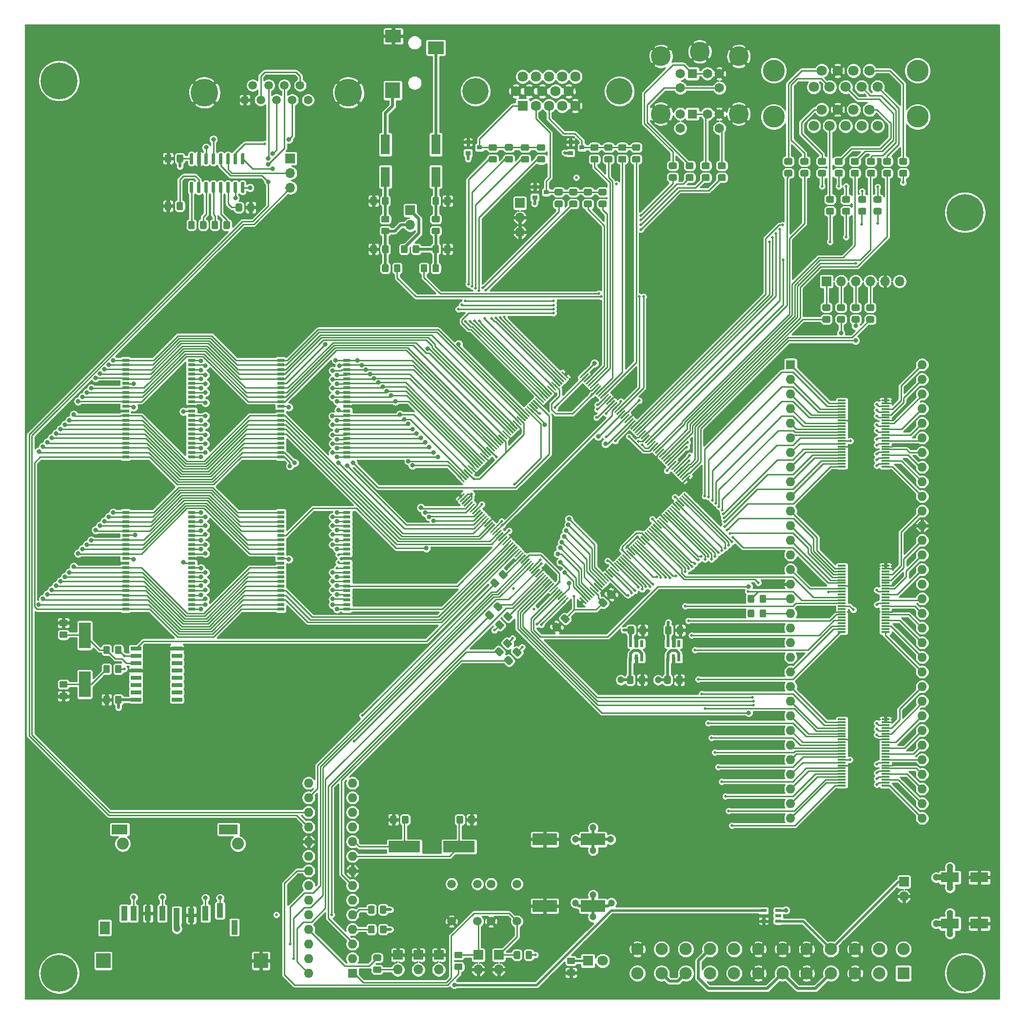
<source format=gbr>
%TF.GenerationSoftware,KiCad,Pcbnew,(5.1.6)-1*%
%TF.CreationDate,2022-11-13T07:46:45-05:00*%
%TF.ProjectId,MigStorm-ITX,4d696753-746f-4726-9d2d-4954582e6b69,rev?*%
%TF.SameCoordinates,Original*%
%TF.FileFunction,Copper,L1,Top*%
%TF.FilePolarity,Positive*%
%FSLAX46Y46*%
G04 Gerber Fmt 4.6, Leading zero omitted, Abs format (unit mm)*
G04 Created by KiCad (PCBNEW (5.1.6)-1) date 2022-11-13 07:46:45*
%MOMM*%
%LPD*%
G01*
G04 APERTURE LIST*
%TA.AperFunction,ComponentPad*%
%ADD10C,6.400000*%
%TD*%
%TA.AperFunction,ComponentPad*%
%ADD11C,0.800000*%
%TD*%
%TA.AperFunction,SMDPad,CuDef*%
%ADD12R,1.600000X3.500000*%
%TD*%
%TA.AperFunction,ComponentPad*%
%ADD13R,1.800000X1.800000*%
%TD*%
%TA.AperFunction,ComponentPad*%
%ADD14C,1.800000*%
%TD*%
%TA.AperFunction,SMDPad,CuDef*%
%ADD15R,0.900000X0.800000*%
%TD*%
%TA.AperFunction,SMDPad,CuDef*%
%ADD16R,1.825000X0.700000*%
%TD*%
%TA.AperFunction,SMDPad,CuDef*%
%ADD17R,0.600000X1.200000*%
%TD*%
%TA.AperFunction,SMDPad,CuDef*%
%ADD18R,1.475000X0.300000*%
%TD*%
%TA.AperFunction,ComponentPad*%
%ADD19R,1.700000X1.700000*%
%TD*%
%TA.AperFunction,ComponentPad*%
%ADD20O,1.700000X1.700000*%
%TD*%
%TA.AperFunction,ComponentPad*%
%ADD21R,2.150000X2.150000*%
%TD*%
%TA.AperFunction,ComponentPad*%
%ADD22C,2.150000*%
%TD*%
%TA.AperFunction,ComponentPad*%
%ADD23R,1.650000X1.650000*%
%TD*%
%TA.AperFunction,ComponentPad*%
%ADD24C,1.650000*%
%TD*%
%TA.AperFunction,ComponentPad*%
%ADD25C,3.450000*%
%TD*%
%TA.AperFunction,SMDPad,CuDef*%
%ADD26R,1.100000X2.500000*%
%TD*%
%TA.AperFunction,SMDPad,CuDef*%
%ADD27R,1.700000X2.300000*%
%TD*%
%TA.AperFunction,SMDPad,CuDef*%
%ADD28R,2.800000X1.700000*%
%TD*%
%TA.AperFunction,SMDPad,CuDef*%
%ADD29R,3.300000X1.700000*%
%TD*%
%TA.AperFunction,SMDPad,CuDef*%
%ADD30R,2.500000X2.600000*%
%TD*%
%TA.AperFunction,ComponentPad*%
%ADD31C,2.085000*%
%TD*%
%TA.AperFunction,ComponentPad*%
%ADD32C,3.810000*%
%TD*%
%TA.AperFunction,ComponentPad*%
%ADD33R,1.200000X1.200000*%
%TD*%
%TA.AperFunction,ComponentPad*%
%ADD34C,1.500000*%
%TD*%
%TA.AperFunction,ComponentPad*%
%ADD35C,4.800000*%
%TD*%
%TA.AperFunction,SMDPad,CuDef*%
%ADD36R,2.800000X2.200000*%
%TD*%
%TA.AperFunction,SMDPad,CuDef*%
%ADD37R,2.600000X2.800000*%
%TD*%
%TA.AperFunction,ComponentPad*%
%ADD38R,1.785000X1.785000*%
%TD*%
%TA.AperFunction,ComponentPad*%
%ADD39C,1.785000*%
%TD*%
%TA.AperFunction,ComponentPad*%
%ADD40C,4.575000*%
%TD*%
%TA.AperFunction,SMDPad,CuDef*%
%ADD41C,0.100000*%
%TD*%
%TA.AperFunction,SMDPad,CuDef*%
%ADD42R,1.295000X0.600000*%
%TD*%
%TA.AperFunction,SMDPad,CuDef*%
%ADD43R,5.500000X2.000000*%
%TD*%
%TA.AperFunction,SMDPad,CuDef*%
%ADD44R,2.000000X4.500000*%
%TD*%
%TA.AperFunction,ComponentPad*%
%ADD45R,1.600000X1.600000*%
%TD*%
%TA.AperFunction,ComponentPad*%
%ADD46O,1.600000X1.600000*%
%TD*%
%TA.AperFunction,SMDPad,CuDef*%
%ADD47R,4.250000X2.050000*%
%TD*%
%TA.AperFunction,SMDPad,CuDef*%
%ADD48R,3.150000X1.800000*%
%TD*%
%TA.AperFunction,SMDPad,CuDef*%
%ADD49R,1.050000X0.550000*%
%TD*%
%TA.AperFunction,ViaPad*%
%ADD50C,0.500000*%
%TD*%
%TA.AperFunction,ViaPad*%
%ADD51C,1.200000*%
%TD*%
%TA.AperFunction,ViaPad*%
%ADD52C,0.800000*%
%TD*%
%TA.AperFunction,Conductor*%
%ADD53C,0.250000*%
%TD*%
%TA.AperFunction,Conductor*%
%ADD54C,0.500000*%
%TD*%
%TA.AperFunction,Conductor*%
%ADD55C,1.000000*%
%TD*%
%TA.AperFunction,Conductor*%
%ADD56C,0.400000*%
%TD*%
%TA.AperFunction,Conductor*%
%ADD57C,0.254000*%
%TD*%
G04 APERTURE END LIST*
D10*
%TO.P,REF\u002A\u002A,1*%
%TO.N,N/C*%
X133604000Y-67030600D03*
D11*
X136004000Y-67030600D03*
X135301056Y-68727656D03*
X133604000Y-69430600D03*
X131906944Y-68727656D03*
X131204000Y-67030600D03*
X131906944Y-65333544D03*
X133604000Y-64630600D03*
X135301056Y-65333544D03*
%TD*%
D10*
%TO.P,REF\u002A\u002A,1*%
%TO.N,N/C*%
X290880800Y-89890600D03*
D11*
X293280800Y-89890600D03*
X292577856Y-91587656D03*
X290880800Y-92290600D03*
X289183744Y-91587656D03*
X288480800Y-89890600D03*
X289183744Y-88193544D03*
X290880800Y-87490600D03*
X292577856Y-88193544D03*
%TD*%
D10*
%TO.P,REF\u002A\u002A,1*%
%TO.N,N/C*%
X290880800Y-221970600D03*
D11*
X293280800Y-221970600D03*
X292577856Y-223667656D03*
X290880800Y-224370600D03*
X289183744Y-223667656D03*
X288480800Y-221970600D03*
X289183744Y-220273544D03*
X290880800Y-219570600D03*
X292577856Y-220273544D03*
%TD*%
%TO.P,REF\u002A\u002A,1*%
%TO.N,N/C*%
X135301056Y-220298944D03*
X133604000Y-219596000D03*
X131906944Y-220298944D03*
X131204000Y-221996000D03*
X131906944Y-223693056D03*
X133604000Y-224396000D03*
X135301056Y-223693056D03*
X136004000Y-221996000D03*
D10*
X133604000Y-221996000D03*
%TD*%
%TO.P,C1,2*%
%TO.N,GND*%
%TA.AperFunction,SMDPad,CuDef*%
G36*
G01*
X240725000Y-171519001D02*
X240725000Y-170618999D01*
G75*
G02*
X240974999Y-170369000I249999J0D01*
G01*
X241625001Y-170369000D01*
G75*
G02*
X241875000Y-170618999I0J-249999D01*
G01*
X241875000Y-171519001D01*
G75*
G02*
X241625001Y-171769000I-249999J0D01*
G01*
X240974999Y-171769000D01*
G75*
G02*
X240725000Y-171519001I0J249999D01*
G01*
G37*
%TD.AperFunction*%
%TO.P,C1,1*%
%TO.N,5VDC*%
%TA.AperFunction,SMDPad,CuDef*%
G36*
G01*
X238675000Y-171519001D02*
X238675000Y-170618999D01*
G75*
G02*
X238924999Y-170369000I249999J0D01*
G01*
X239575001Y-170369000D01*
G75*
G02*
X239825000Y-170618999I0J-249999D01*
G01*
X239825000Y-171519001D01*
G75*
G02*
X239575001Y-171769000I-249999J0D01*
G01*
X238924999Y-171769000D01*
G75*
G02*
X238675000Y-171519001I0J249999D01*
G01*
G37*
%TD.AperFunction*%
%TD*%
%TO.P,C2,2*%
%TO.N,GND*%
%TA.AperFunction,SMDPad,CuDef*%
G36*
G01*
X234248000Y-171519001D02*
X234248000Y-170618999D01*
G75*
G02*
X234497999Y-170369000I249999J0D01*
G01*
X235148001Y-170369000D01*
G75*
G02*
X235398000Y-170618999I0J-249999D01*
G01*
X235398000Y-171519001D01*
G75*
G02*
X235148001Y-171769000I-249999J0D01*
G01*
X234497999Y-171769000D01*
G75*
G02*
X234248000Y-171519001I0J249999D01*
G01*
G37*
%TD.AperFunction*%
%TO.P,C2,1*%
%TO.N,5VDC*%
%TA.AperFunction,SMDPad,CuDef*%
G36*
G01*
X232198000Y-171519001D02*
X232198000Y-170618999D01*
G75*
G02*
X232447999Y-170369000I249999J0D01*
G01*
X233098001Y-170369000D01*
G75*
G02*
X233348000Y-170618999I0J-249999D01*
G01*
X233348000Y-171519001D01*
G75*
G02*
X233098001Y-171769000I-249999J0D01*
G01*
X232447999Y-171769000D01*
G75*
G02*
X232198000Y-171519001I0J249999D01*
G01*
G37*
%TD.AperFunction*%
%TD*%
%TO.P,C4,1*%
%TO.N,+2V5*%
%TA.AperFunction,SMDPad,CuDef*%
G36*
G01*
X238802000Y-162883001D02*
X238802000Y-161982999D01*
G75*
G02*
X239051999Y-161733000I249999J0D01*
G01*
X239702001Y-161733000D01*
G75*
G02*
X239952000Y-161982999I0J-249999D01*
G01*
X239952000Y-162883001D01*
G75*
G02*
X239702001Y-163133000I-249999J0D01*
G01*
X239051999Y-163133000D01*
G75*
G02*
X238802000Y-162883001I0J249999D01*
G01*
G37*
%TD.AperFunction*%
%TO.P,C4,2*%
%TO.N,GND*%
%TA.AperFunction,SMDPad,CuDef*%
G36*
G01*
X240852000Y-162883001D02*
X240852000Y-161982999D01*
G75*
G02*
X241101999Y-161733000I249999J0D01*
G01*
X241752001Y-161733000D01*
G75*
G02*
X242002000Y-161982999I0J-249999D01*
G01*
X242002000Y-162883001D01*
G75*
G02*
X241752001Y-163133000I-249999J0D01*
G01*
X241101999Y-163133000D01*
G75*
G02*
X240852000Y-162883001I0J249999D01*
G01*
G37*
%TD.AperFunction*%
%TD*%
%TO.P,C5,1*%
%TO.N,+1V2*%
%TA.AperFunction,SMDPad,CuDef*%
G36*
G01*
X232325000Y-162883001D02*
X232325000Y-161982999D01*
G75*
G02*
X232574999Y-161733000I249999J0D01*
G01*
X233225001Y-161733000D01*
G75*
G02*
X233475000Y-161982999I0J-249999D01*
G01*
X233475000Y-162883001D01*
G75*
G02*
X233225001Y-163133000I-249999J0D01*
G01*
X232574999Y-163133000D01*
G75*
G02*
X232325000Y-162883001I0J249999D01*
G01*
G37*
%TD.AperFunction*%
%TO.P,C5,2*%
%TO.N,GND*%
%TA.AperFunction,SMDPad,CuDef*%
G36*
G01*
X234375000Y-162883001D02*
X234375000Y-161982999D01*
G75*
G02*
X234624999Y-161733000I249999J0D01*
G01*
X235275001Y-161733000D01*
G75*
G02*
X235525000Y-161982999I0J-249999D01*
G01*
X235525000Y-162883001D01*
G75*
G02*
X235275001Y-163133000I-249999J0D01*
G01*
X234624999Y-163133000D01*
G75*
G02*
X234375000Y-162883001I0J249999D01*
G01*
G37*
%TD.AperFunction*%
%TD*%
%TO.P,C8,1*%
%TO.N,3.3V*%
%TA.AperFunction,SMDPad,CuDef*%
G36*
G01*
X227951044Y-158384353D02*
X227314647Y-157747956D01*
G75*
G02*
X227314647Y-157394404I176776J176776D01*
G01*
X227774268Y-156934783D01*
G75*
G02*
X228127820Y-156934783I176776J-176776D01*
G01*
X228764217Y-157571180D01*
G75*
G02*
X228764217Y-157924732I-176776J-176776D01*
G01*
X228304596Y-158384353D01*
G75*
G02*
X227951044Y-158384353I-176776J176776D01*
G01*
G37*
%TD.AperFunction*%
%TO.P,C8,2*%
%TO.N,GND*%
%TA.AperFunction,SMDPad,CuDef*%
G36*
G01*
X229400612Y-156934785D02*
X228764215Y-156298388D01*
G75*
G02*
X228764215Y-155944836I176776J176776D01*
G01*
X229223836Y-155485215D01*
G75*
G02*
X229577388Y-155485215I176776J-176776D01*
G01*
X230213785Y-156121612D01*
G75*
G02*
X230213785Y-156475164I-176776J-176776D01*
G01*
X229754164Y-156934785D01*
G75*
G02*
X229400612Y-156934785I-176776J176776D01*
G01*
G37*
%TD.AperFunction*%
%TD*%
%TO.P,C9,1*%
%TO.N,3.3V*%
%TA.AperFunction,SMDPad,CuDef*%
G36*
G01*
X221539172Y-159713431D02*
X222175569Y-160349828D01*
G75*
G02*
X222175569Y-160703380I-176776J-176776D01*
G01*
X221715948Y-161163001D01*
G75*
G02*
X221362396Y-161163001I-176776J176776D01*
G01*
X220725999Y-160526604D01*
G75*
G02*
X220725999Y-160173052I176776J176776D01*
G01*
X221185620Y-159713431D01*
G75*
G02*
X221539172Y-159713431I176776J-176776D01*
G01*
G37*
%TD.AperFunction*%
%TO.P,C9,2*%
%TO.N,GND*%
%TA.AperFunction,SMDPad,CuDef*%
G36*
G01*
X220089604Y-161162999D02*
X220726001Y-161799396D01*
G75*
G02*
X220726001Y-162152948I-176776J-176776D01*
G01*
X220266380Y-162612569D01*
G75*
G02*
X219912828Y-162612569I-176776J176776D01*
G01*
X219276431Y-161976172D01*
G75*
G02*
X219276431Y-161622620I176776J176776D01*
G01*
X219736052Y-161162999D01*
G75*
G02*
X220089604Y-161162999I176776J-176776D01*
G01*
G37*
%TD.AperFunction*%
%TD*%
%TO.P,C33,2*%
%TO.N,GND*%
%TA.AperFunction,SMDPad,CuDef*%
G36*
G01*
X204657000Y-195776001D02*
X204657000Y-194875999D01*
G75*
G02*
X204906999Y-194626000I249999J0D01*
G01*
X205557001Y-194626000D01*
G75*
G02*
X205807000Y-194875999I0J-249999D01*
G01*
X205807000Y-195776001D01*
G75*
G02*
X205557001Y-196026000I-249999J0D01*
G01*
X204906999Y-196026000D01*
G75*
G02*
X204657000Y-195776001I0J249999D01*
G01*
G37*
%TD.AperFunction*%
%TO.P,C33,1*%
%TO.N,Net-(C33-Pad1)*%
%TA.AperFunction,SMDPad,CuDef*%
G36*
G01*
X202607000Y-195776001D02*
X202607000Y-194875999D01*
G75*
G02*
X202856999Y-194626000I249999J0D01*
G01*
X203507001Y-194626000D01*
G75*
G02*
X203757000Y-194875999I0J-249999D01*
G01*
X203757000Y-195776001D01*
G75*
G02*
X203507001Y-196026000I-249999J0D01*
G01*
X202856999Y-196026000D01*
G75*
G02*
X202607000Y-195776001I0J249999D01*
G01*
G37*
%TD.AperFunction*%
%TD*%
%TO.P,C34,1*%
%TO.N,GND*%
%TA.AperFunction,SMDPad,CuDef*%
G36*
G01*
X191068000Y-195776001D02*
X191068000Y-194875999D01*
G75*
G02*
X191317999Y-194626000I249999J0D01*
G01*
X191968001Y-194626000D01*
G75*
G02*
X192218000Y-194875999I0J-249999D01*
G01*
X192218000Y-195776001D01*
G75*
G02*
X191968001Y-196026000I-249999J0D01*
G01*
X191317999Y-196026000D01*
G75*
G02*
X191068000Y-195776001I0J249999D01*
G01*
G37*
%TD.AperFunction*%
%TO.P,C34,2*%
%TO.N,Net-(C34-Pad2)*%
%TA.AperFunction,SMDPad,CuDef*%
G36*
G01*
X193118000Y-195776001D02*
X193118000Y-194875999D01*
G75*
G02*
X193367999Y-194626000I249999J0D01*
G01*
X194018001Y-194626000D01*
G75*
G02*
X194268000Y-194875999I0J-249999D01*
G01*
X194268000Y-195776001D01*
G75*
G02*
X194018001Y-196026000I-249999J0D01*
G01*
X193367999Y-196026000D01*
G75*
G02*
X193118000Y-195776001I0J249999D01*
G01*
G37*
%TD.AperFunction*%
%TD*%
%TO.P,C36,1*%
%TO.N,3.3V*%
%TA.AperFunction,SMDPad,CuDef*%
G36*
G01*
X144466000Y-174047999D02*
X144466000Y-174948001D01*
G75*
G02*
X144216001Y-175198000I-249999J0D01*
G01*
X143565999Y-175198000D01*
G75*
G02*
X143316000Y-174948001I0J249999D01*
G01*
X143316000Y-174047999D01*
G75*
G02*
X143565999Y-173798000I249999J0D01*
G01*
X144216001Y-173798000D01*
G75*
G02*
X144466000Y-174047999I0J-249999D01*
G01*
G37*
%TD.AperFunction*%
%TO.P,C36,2*%
%TO.N,GND*%
%TA.AperFunction,SMDPad,CuDef*%
G36*
G01*
X142416000Y-174047999D02*
X142416000Y-174948001D01*
G75*
G02*
X142166001Y-175198000I-249999J0D01*
G01*
X141515999Y-175198000D01*
G75*
G02*
X141266000Y-174948001I0J249999D01*
G01*
X141266000Y-174047999D01*
G75*
G02*
X141515999Y-173798000I249999J0D01*
G01*
X142166001Y-173798000D01*
G75*
G02*
X142416000Y-174047999I0J-249999D01*
G01*
G37*
%TD.AperFunction*%
%TD*%
%TO.P,C37,1*%
%TO.N,Net-(C37-Pad1)*%
%TA.AperFunction,SMDPad,CuDef*%
G36*
G01*
X133915999Y-171256000D02*
X134816001Y-171256000D01*
G75*
G02*
X135066000Y-171505999I0J-249999D01*
G01*
X135066000Y-172156001D01*
G75*
G02*
X134816001Y-172406000I-249999J0D01*
G01*
X133915999Y-172406000D01*
G75*
G02*
X133666000Y-172156001I0J249999D01*
G01*
X133666000Y-171505999D01*
G75*
G02*
X133915999Y-171256000I249999J0D01*
G01*
G37*
%TD.AperFunction*%
%TO.P,C37,2*%
%TO.N,GND*%
%TA.AperFunction,SMDPad,CuDef*%
G36*
G01*
X133915999Y-173306000D02*
X134816001Y-173306000D01*
G75*
G02*
X135066000Y-173555999I0J-249999D01*
G01*
X135066000Y-174206001D01*
G75*
G02*
X134816001Y-174456000I-249999J0D01*
G01*
X133915999Y-174456000D01*
G75*
G02*
X133666000Y-174206001I0J249999D01*
G01*
X133666000Y-173555999D01*
G75*
G02*
X133915999Y-173306000I249999J0D01*
G01*
G37*
%TD.AperFunction*%
%TD*%
%TO.P,C39,1*%
%TO.N,Net-(C39-Pad1)*%
%TA.AperFunction,SMDPad,CuDef*%
G36*
G01*
X134816001Y-163788000D02*
X133915999Y-163788000D01*
G75*
G02*
X133666000Y-163538001I0J249999D01*
G01*
X133666000Y-162887999D01*
G75*
G02*
X133915999Y-162638000I249999J0D01*
G01*
X134816001Y-162638000D01*
G75*
G02*
X135066000Y-162887999I0J-249999D01*
G01*
X135066000Y-163538001D01*
G75*
G02*
X134816001Y-163788000I-249999J0D01*
G01*
G37*
%TD.AperFunction*%
%TO.P,C39,2*%
%TO.N,GND*%
%TA.AperFunction,SMDPad,CuDef*%
G36*
G01*
X134816001Y-161738000D02*
X133915999Y-161738000D01*
G75*
G02*
X133666000Y-161488001I0J249999D01*
G01*
X133666000Y-160837999D01*
G75*
G02*
X133915999Y-160588000I249999J0D01*
G01*
X134816001Y-160588000D01*
G75*
G02*
X135066000Y-160837999I0J-249999D01*
G01*
X135066000Y-161488001D01*
G75*
G02*
X134816001Y-161738000I-249999J0D01*
G01*
G37*
%TD.AperFunction*%
%TD*%
%TO.P,C42,1*%
%TO.N,Net-(C42-Pad1)*%
%TA.AperFunction,SMDPad,CuDef*%
G36*
G01*
X156007000Y-92525001D02*
X156007000Y-91624999D01*
G75*
G02*
X156256999Y-91375000I249999J0D01*
G01*
X156907001Y-91375000D01*
G75*
G02*
X157157000Y-91624999I0J-249999D01*
G01*
X157157000Y-92525001D01*
G75*
G02*
X156907001Y-92775000I-249999J0D01*
G01*
X156256999Y-92775000D01*
G75*
G02*
X156007000Y-92525001I0J249999D01*
G01*
G37*
%TD.AperFunction*%
%TO.P,C42,2*%
%TO.N,Net-(C42-Pad2)*%
%TA.AperFunction,SMDPad,CuDef*%
G36*
G01*
X158057000Y-92525001D02*
X158057000Y-91624999D01*
G75*
G02*
X158306999Y-91375000I249999J0D01*
G01*
X158957001Y-91375000D01*
G75*
G02*
X159207000Y-91624999I0J-249999D01*
G01*
X159207000Y-92525001D01*
G75*
G02*
X158957001Y-92775000I-249999J0D01*
G01*
X158306999Y-92775000D01*
G75*
G02*
X158057000Y-92525001I0J249999D01*
G01*
G37*
%TD.AperFunction*%
%TD*%
%TO.P,C43,2*%
%TO.N,Net-(C43-Pad2)*%
%TA.AperFunction,SMDPad,CuDef*%
G36*
G01*
X162121000Y-92525001D02*
X162121000Y-91624999D01*
G75*
G02*
X162370999Y-91375000I249999J0D01*
G01*
X163021001Y-91375000D01*
G75*
G02*
X163271000Y-91624999I0J-249999D01*
G01*
X163271000Y-92525001D01*
G75*
G02*
X163021001Y-92775000I-249999J0D01*
G01*
X162370999Y-92775000D01*
G75*
G02*
X162121000Y-92525001I0J249999D01*
G01*
G37*
%TD.AperFunction*%
%TO.P,C43,1*%
%TO.N,Net-(C43-Pad1)*%
%TA.AperFunction,SMDPad,CuDef*%
G36*
G01*
X160071000Y-92525001D02*
X160071000Y-91624999D01*
G75*
G02*
X160320999Y-91375000I249999J0D01*
G01*
X160971001Y-91375000D01*
G75*
G02*
X161221000Y-91624999I0J-249999D01*
G01*
X161221000Y-92525001D01*
G75*
G02*
X160971001Y-92775000I-249999J0D01*
G01*
X160320999Y-92775000D01*
G75*
G02*
X160071000Y-92525001I0J249999D01*
G01*
G37*
%TD.AperFunction*%
%TD*%
%TO.P,C44,2*%
%TO.N,GND*%
%TA.AperFunction,SMDPad,CuDef*%
G36*
G01*
X153102000Y-80067999D02*
X153102000Y-80968001D01*
G75*
G02*
X152852001Y-81218000I-249999J0D01*
G01*
X152201999Y-81218000D01*
G75*
G02*
X151952000Y-80968001I0J249999D01*
G01*
X151952000Y-80067999D01*
G75*
G02*
X152201999Y-79818000I249999J0D01*
G01*
X152852001Y-79818000D01*
G75*
G02*
X153102000Y-80067999I0J-249999D01*
G01*
G37*
%TD.AperFunction*%
%TO.P,C44,1*%
%TO.N,3.3V*%
%TA.AperFunction,SMDPad,CuDef*%
G36*
G01*
X155152000Y-80067999D02*
X155152000Y-80968001D01*
G75*
G02*
X154902001Y-81218000I-249999J0D01*
G01*
X154251999Y-81218000D01*
G75*
G02*
X154002000Y-80968001I0J249999D01*
G01*
X154002000Y-80067999D01*
G75*
G02*
X154251999Y-79818000I249999J0D01*
G01*
X154902001Y-79818000D01*
G75*
G02*
X155152000Y-80067999I0J-249999D01*
G01*
G37*
%TD.AperFunction*%
%TD*%
%TO.P,C45,1*%
%TO.N,GND*%
%TA.AperFunction,SMDPad,CuDef*%
G36*
G01*
X151934000Y-89223001D02*
X151934000Y-88322999D01*
G75*
G02*
X152183999Y-88073000I249999J0D01*
G01*
X152834001Y-88073000D01*
G75*
G02*
X153084000Y-88322999I0J-249999D01*
G01*
X153084000Y-89223001D01*
G75*
G02*
X152834001Y-89473000I-249999J0D01*
G01*
X152183999Y-89473000D01*
G75*
G02*
X151934000Y-89223001I0J249999D01*
G01*
G37*
%TD.AperFunction*%
%TO.P,C45,2*%
%TO.N,Net-(C45-Pad2)*%
%TA.AperFunction,SMDPad,CuDef*%
G36*
G01*
X153984000Y-89223001D02*
X153984000Y-88322999D01*
G75*
G02*
X154233999Y-88073000I249999J0D01*
G01*
X154884001Y-88073000D01*
G75*
G02*
X155134000Y-88322999I0J-249999D01*
G01*
X155134000Y-89223001D01*
G75*
G02*
X154884001Y-89473000I-249999J0D01*
G01*
X154233999Y-89473000D01*
G75*
G02*
X153984000Y-89223001I0J249999D01*
G01*
G37*
%TD.AperFunction*%
%TD*%
%TO.P,C46,1*%
%TO.N,Net-(C46-Pad1)*%
%TA.AperFunction,SMDPad,CuDef*%
G36*
G01*
X190830000Y-95815999D02*
X190830000Y-96716001D01*
G75*
G02*
X190580001Y-96966000I-249999J0D01*
G01*
X189929999Y-96966000D01*
G75*
G02*
X189680000Y-96716001I0J249999D01*
G01*
X189680000Y-95815999D01*
G75*
G02*
X189929999Y-95566000I249999J0D01*
G01*
X190580001Y-95566000D01*
G75*
G02*
X190830000Y-95815999I0J-249999D01*
G01*
G37*
%TD.AperFunction*%
%TO.P,C46,2*%
%TO.N,GND*%
%TA.AperFunction,SMDPad,CuDef*%
G36*
G01*
X188780000Y-95815999D02*
X188780000Y-96716001D01*
G75*
G02*
X188530001Y-96966000I-249999J0D01*
G01*
X187879999Y-96966000D01*
G75*
G02*
X187630000Y-96716001I0J249999D01*
G01*
X187630000Y-95815999D01*
G75*
G02*
X187879999Y-95566000I249999J0D01*
G01*
X188530001Y-95566000D01*
G75*
G02*
X188780000Y-95815999I0J-249999D01*
G01*
G37*
%TD.AperFunction*%
%TD*%
%TO.P,C47,2*%
%TO.N,Net-(C47-Pad2)*%
%TA.AperFunction,SMDPad,CuDef*%
G36*
G01*
X199566000Y-95815999D02*
X199566000Y-96716001D01*
G75*
G02*
X199316001Y-96966000I-249999J0D01*
G01*
X198665999Y-96966000D01*
G75*
G02*
X198416000Y-96716001I0J249999D01*
G01*
X198416000Y-95815999D01*
G75*
G02*
X198665999Y-95566000I249999J0D01*
G01*
X199316001Y-95566000D01*
G75*
G02*
X199566000Y-95815999I0J-249999D01*
G01*
G37*
%TD.AperFunction*%
%TO.P,C47,1*%
%TO.N,GND*%
%TA.AperFunction,SMDPad,CuDef*%
G36*
G01*
X201616000Y-95815999D02*
X201616000Y-96716001D01*
G75*
G02*
X201366001Y-96966000I-249999J0D01*
G01*
X200715999Y-96966000D01*
G75*
G02*
X200466000Y-96716001I0J249999D01*
G01*
X200466000Y-95815999D01*
G75*
G02*
X200715999Y-95566000I249999J0D01*
G01*
X201366001Y-95566000D01*
G75*
G02*
X201616000Y-95815999I0J-249999D01*
G01*
G37*
%TD.AperFunction*%
%TD*%
%TO.P,C48,2*%
%TO.N,Net-(C48-Pad2)*%
%TA.AperFunction,SMDPad,CuDef*%
G36*
G01*
X165403000Y-88576999D02*
X165403000Y-89477001D01*
G75*
G02*
X165153001Y-89727000I-249999J0D01*
G01*
X164502999Y-89727000D01*
G75*
G02*
X164253000Y-89477001I0J249999D01*
G01*
X164253000Y-88576999D01*
G75*
G02*
X164502999Y-88327000I249999J0D01*
G01*
X165153001Y-88327000D01*
G75*
G02*
X165403000Y-88576999I0J-249999D01*
G01*
G37*
%TD.AperFunction*%
%TO.P,C48,1*%
%TO.N,GND*%
%TA.AperFunction,SMDPad,CuDef*%
G36*
G01*
X167453000Y-88576999D02*
X167453000Y-89477001D01*
G75*
G02*
X167203001Y-89727000I-249999J0D01*
G01*
X166552999Y-89727000D01*
G75*
G02*
X166303000Y-89477001I0J249999D01*
G01*
X166303000Y-88576999D01*
G75*
G02*
X166552999Y-88327000I249999J0D01*
G01*
X167203001Y-88327000D01*
G75*
G02*
X167453000Y-88576999I0J-249999D01*
G01*
G37*
%TD.AperFunction*%
%TD*%
%TO.P,C49,1*%
%TO.N,Net-(C49-Pad1)*%
%TA.AperFunction,SMDPad,CuDef*%
G36*
G01*
X190821000Y-87433999D02*
X190821000Y-88334001D01*
G75*
G02*
X190571001Y-88584000I-249999J0D01*
G01*
X189920999Y-88584000D01*
G75*
G02*
X189671000Y-88334001I0J249999D01*
G01*
X189671000Y-87433999D01*
G75*
G02*
X189920999Y-87184000I249999J0D01*
G01*
X190571001Y-87184000D01*
G75*
G02*
X190821000Y-87433999I0J-249999D01*
G01*
G37*
%TD.AperFunction*%
%TO.P,C49,2*%
%TO.N,GND*%
%TA.AperFunction,SMDPad,CuDef*%
G36*
G01*
X188771000Y-87433999D02*
X188771000Y-88334001D01*
G75*
G02*
X188521001Y-88584000I-249999J0D01*
G01*
X187870999Y-88584000D01*
G75*
G02*
X187621000Y-88334001I0J249999D01*
G01*
X187621000Y-87433999D01*
G75*
G02*
X187870999Y-87184000I249999J0D01*
G01*
X188521001Y-87184000D01*
G75*
G02*
X188771000Y-87433999I0J-249999D01*
G01*
G37*
%TD.AperFunction*%
%TD*%
%TO.P,C50,2*%
%TO.N,Net-(C50-Pad2)*%
%TA.AperFunction,SMDPad,CuDef*%
G36*
G01*
X199575000Y-87433999D02*
X199575000Y-88334001D01*
G75*
G02*
X199325001Y-88584000I-249999J0D01*
G01*
X198674999Y-88584000D01*
G75*
G02*
X198425000Y-88334001I0J249999D01*
G01*
X198425000Y-87433999D01*
G75*
G02*
X198674999Y-87184000I249999J0D01*
G01*
X199325001Y-87184000D01*
G75*
G02*
X199575000Y-87433999I0J-249999D01*
G01*
G37*
%TD.AperFunction*%
%TO.P,C50,1*%
%TO.N,GND*%
%TA.AperFunction,SMDPad,CuDef*%
G36*
G01*
X201625000Y-87433999D02*
X201625000Y-88334001D01*
G75*
G02*
X201375001Y-88584000I-249999J0D01*
G01*
X200724999Y-88584000D01*
G75*
G02*
X200475000Y-88334001I0J249999D01*
G01*
X200475000Y-87433999D01*
G75*
G02*
X200724999Y-87184000I249999J0D01*
G01*
X201375001Y-87184000D01*
G75*
G02*
X201625000Y-87433999I0J-249999D01*
G01*
G37*
%TD.AperFunction*%
%TD*%
D12*
%TO.P,C51,2*%
%TO.N,Net-(C51-Pad2)*%
X190246000Y-78105000D03*
%TO.P,C51,1*%
%TO.N,Net-(C49-Pad1)*%
X190246000Y-83705000D03*
%TD*%
%TO.P,C52,1*%
%TO.N,Net-(C50-Pad2)*%
X199009000Y-83699000D03*
%TO.P,C52,2*%
%TO.N,Net-(C52-Pad2)*%
X199009000Y-78099000D03*
%TD*%
D13*
%TO.P,D1,1*%
%TO.N,Net-(D1-Pad1)*%
X225425000Y-219837000D03*
D14*
%TO.P,D1,2*%
%TO.N,5VDC*%
X227965000Y-219837000D03*
%TD*%
D15*
%TO.P,D2,1*%
%TO.N,GND*%
X204597000Y-77663000D03*
%TO.P,D2,2*%
%TO.N,3.3V*%
X204597000Y-79563000D03*
%TO.P,D2,3*%
%TO.N,Net-(D2-Pad3)*%
X206597000Y-78613000D03*
%TD*%
%TO.P,D3,3*%
%TO.N,Net-(D3-Pad3)*%
X218186000Y-86360000D03*
%TO.P,D3,2*%
%TO.N,3.3V*%
X216186000Y-87310000D03*
%TO.P,D3,1*%
%TO.N,GND*%
X216186000Y-85410000D03*
%TD*%
%TO.P,D4,1*%
%TO.N,GND*%
X222393000Y-77663000D03*
%TO.P,D4,2*%
%TO.N,3.3V*%
X222393000Y-79563000D03*
%TO.P,D4,3*%
%TO.N,Net-(D4-Pad3)*%
X224393000Y-78613000D03*
%TD*%
D16*
%TO.P,IC1,1*%
%TO.N,Net-(IC1-Pad1)*%
X154057000Y-174498000D03*
%TO.P,IC1,2*%
%TO.N,Net-(IC1-Pad2)*%
X154057000Y-173228000D03*
%TO.P,IC1,3*%
%TO.N,Net-(IC1-Pad3)*%
X154057000Y-171958000D03*
%TO.P,IC1,4*%
%TO.N,Net-(IC1-Pad4)*%
X154057000Y-170688000D03*
%TO.P,IC1,5*%
%TO.N,Net-(IC1-Pad5)*%
X154057000Y-169418000D03*
%TO.P,IC1,6*%
%TO.N,Net-(IC1-Pad6)*%
X154057000Y-168148000D03*
%TO.P,IC1,7*%
%TO.N,Net-(IC1-Pad7)*%
X154057000Y-166878000D03*
%TO.P,IC1,8*%
%TO.N,GND*%
X154057000Y-165608000D03*
%TO.P,IC1,9*%
%TO.N,MCLK*%
X146933000Y-165608000D03*
%TO.P,IC1,10*%
%TO.N,Net-(IC1-Pad10)*%
X146933000Y-166878000D03*
%TO.P,IC1,11*%
%TO.N,Net-(C39-Pad1)*%
X146933000Y-168148000D03*
%TO.P,IC1,12*%
%TO.N,GND*%
X146933000Y-169418000D03*
%TO.P,IC1,13*%
%TO.N,Net-(IC1-Pad13)*%
X146933000Y-170688000D03*
%TO.P,IC1,14*%
%TO.N,Net-(IC1-Pad14)*%
X146933000Y-171958000D03*
%TO.P,IC1,15*%
%TO.N,Net-(IC1-Pad15)*%
X146933000Y-173228000D03*
%TO.P,IC1,16*%
%TO.N,3.3V*%
X146933000Y-174498000D03*
%TD*%
D17*
%TO.P,IC2,5*%
%TO.N,+2V5*%
X239334000Y-164739000D03*
%TO.P,IC2,4*%
%TO.N,Net-(IC2-Pad4)*%
X241234000Y-164739000D03*
%TO.P,IC2,3*%
%TO.N,5VDC*%
X241234000Y-167239000D03*
%TO.P,IC2,2*%
%TO.N,GND*%
X240284000Y-167239000D03*
%TO.P,IC2,1*%
%TO.N,5VDC*%
X239334000Y-167239000D03*
%TD*%
%TO.P,IC3,1*%
%TO.N,5VDC*%
X232857000Y-167239000D03*
%TO.P,IC3,2*%
%TO.N,GND*%
X233807000Y-167239000D03*
%TO.P,IC3,3*%
%TO.N,5VDC*%
X234757000Y-167239000D03*
%TO.P,IC3,4*%
%TO.N,Net-(IC3-Pad4)*%
X234757000Y-164739000D03*
%TO.P,IC3,5*%
%TO.N,+1V2*%
X232857000Y-164739000D03*
%TD*%
D18*
%TO.P,IC4,1*%
%TO.N,Net-(IC4-Pad1)*%
X269516000Y-122520000D03*
%TO.P,IC4,2*%
%TO.N,D4*%
X269516000Y-123020000D03*
%TO.P,IC4,3*%
%TO.N,CPU_D5*%
X269516000Y-123520000D03*
%TO.P,IC4,4*%
%TO.N,D3*%
X269516000Y-124020000D03*
%TO.P,IC4,5*%
%TO.N,CPU_D6*%
X269516000Y-124520000D03*
%TO.P,IC4,6*%
%TO.N,D2*%
X269516000Y-125020000D03*
%TO.P,IC4,7*%
%TO.N,CPU_D7*%
X269516000Y-125520000D03*
%TO.P,IC4,8*%
%TO.N,GND*%
X269516000Y-126020000D03*
%TO.P,IC4,9*%
%TO.N,D1*%
X269516000Y-126520000D03*
%TO.P,IC4,10*%
%TO.N,CPU_D8*%
X269516000Y-127020000D03*
%TO.P,IC4,11*%
%TO.N,D0*%
X269516000Y-127520000D03*
%TO.P,IC4,12*%
%TO.N,CPU_D9*%
X269516000Y-128020000D03*
%TO.P,IC4,13*%
%TO.N,AS*%
X269516000Y-128520000D03*
%TO.P,IC4,14*%
%TO.N,CPU_D10*%
X269516000Y-129020000D03*
%TO.P,IC4,15*%
%TO.N,5VDC*%
X269516000Y-129520000D03*
%TO.P,IC4,16*%
%TO.N,UDS*%
X269516000Y-130020000D03*
%TO.P,IC4,17*%
%TO.N,GND*%
X269516000Y-130520000D03*
%TO.P,IC4,18*%
%TO.N,CPU_D11*%
X269516000Y-131020000D03*
%TO.P,IC4,19*%
%TO.N,LDS*%
X269516000Y-131520000D03*
%TO.P,IC4,20*%
%TO.N,CPU_D12*%
X269516000Y-132020000D03*
%TO.P,IC4,21*%
%TO.N,RW*%
X269516000Y-132520000D03*
%TO.P,IC4,22*%
%TO.N,CPU_D13*%
X269516000Y-133020000D03*
%TO.P,IC4,23*%
%TO.N,DTACK*%
X269516000Y-133520000D03*
%TO.P,IC4,24*%
%TO.N,CPU_D14*%
X269516000Y-134020000D03*
%TO.P,IC4,25*%
%TO.N,D14*%
X277092000Y-134020000D03*
%TO.P,IC4,26*%
%TO.N,CPU_DTACK*%
X277092000Y-133520000D03*
%TO.P,IC4,27*%
%TO.N,D13*%
X277092000Y-133020000D03*
%TO.P,IC4,28*%
%TO.N,CPU_RW*%
X277092000Y-132520000D03*
%TO.P,IC4,29*%
%TO.N,D12*%
X277092000Y-132020000D03*
%TO.P,IC4,30*%
%TO.N,CPU_LDS*%
X277092000Y-131520000D03*
%TO.P,IC4,31*%
%TO.N,D11*%
X277092000Y-131020000D03*
%TO.P,IC4,32*%
%TO.N,GND*%
X277092000Y-130520000D03*
%TO.P,IC4,33*%
%TO.N,CPU_UDS*%
X277092000Y-130020000D03*
%TO.P,IC4,34*%
%TO.N,D10*%
X277092000Y-129520000D03*
%TO.P,IC4,35*%
%TO.N,CPU_AS*%
X277092000Y-129020000D03*
%TO.P,IC4,36*%
%TO.N,D9*%
X277092000Y-128520000D03*
%TO.P,IC4,37*%
%TO.N,CPU_D0*%
X277092000Y-128020000D03*
%TO.P,IC4,38*%
%TO.N,D8*%
X277092000Y-127520000D03*
%TO.P,IC4,39*%
%TO.N,CPU_D1*%
X277092000Y-127020000D03*
%TO.P,IC4,40*%
%TO.N,D7*%
X277092000Y-126520000D03*
%TO.P,IC4,41*%
%TO.N,GND*%
X277092000Y-126020000D03*
%TO.P,IC4,42*%
%TO.N,CPU_D2*%
X277092000Y-125520000D03*
%TO.P,IC4,43*%
%TO.N,D6*%
X277092000Y-125020000D03*
%TO.P,IC4,44*%
%TO.N,CPU_D3*%
X277092000Y-124520000D03*
%TO.P,IC4,45*%
%TO.N,D5*%
X277092000Y-124020000D03*
%TO.P,IC4,46*%
%TO.N,CPU_D4*%
X277092000Y-123520000D03*
%TO.P,IC4,47*%
%TO.N,GND*%
X277092000Y-123020000D03*
%TO.P,IC4,48*%
X277092000Y-122520000D03*
%TD*%
%TO.P,IC5,48*%
%TO.N,GND*%
X277092000Y-151222000D03*
%TO.P,IC5,47*%
X277092000Y-151722000D03*
%TO.P,IC5,46*%
%TO.N,Net-(IC5-Pad46)*%
X277092000Y-152222000D03*
%TO.P,IC5,45*%
%TO.N,D15*%
X277092000Y-152722000D03*
%TO.P,IC5,44*%
%TO.N,Net-(IC5-Pad44)*%
X277092000Y-153222000D03*
%TO.P,IC5,43*%
%TO.N,A23*%
X277092000Y-153722000D03*
%TO.P,IC5,42*%
%TO.N,Net-(IC5-Pad42)*%
X277092000Y-154222000D03*
%TO.P,IC5,41*%
%TO.N,GND*%
X277092000Y-154722000D03*
%TO.P,IC5,40*%
%TO.N,A22*%
X277092000Y-155222000D03*
%TO.P,IC5,39*%
%TO.N,CPU_CLK*%
X277092000Y-155722000D03*
%TO.P,IC5,38*%
%TO.N,A21*%
X277092000Y-156222000D03*
%TO.P,IC5,37*%
%TO.N,Net-(IC5-Pad37)*%
X277092000Y-156722000D03*
%TO.P,IC5,36*%
%TO.N,A20*%
X277092000Y-157222000D03*
%TO.P,IC5,35*%
%TO.N,CPU_RESET*%
X277092000Y-157722000D03*
%TO.P,IC5,34*%
%TO.N,A19*%
X277092000Y-158222000D03*
%TO.P,IC5,33*%
%TO.N,Net-(IC5-Pad33)*%
X277092000Y-158722000D03*
%TO.P,IC5,32*%
%TO.N,GND*%
X277092000Y-159222000D03*
%TO.P,IC5,31*%
%TO.N,A18*%
X277092000Y-159722000D03*
%TO.P,IC5,30*%
%TO.N,Net-(IC5-Pad30)*%
X277092000Y-160222000D03*
%TO.P,IC5,29*%
%TO.N,A17*%
X277092000Y-160722000D03*
%TO.P,IC5,28*%
%TO.N,Net-(IC5-Pad28)*%
X277092000Y-161222000D03*
%TO.P,IC5,27*%
%TO.N,A16*%
X277092000Y-161722000D03*
%TO.P,IC5,26*%
%TO.N,Net-(IC5-Pad26)*%
X277092000Y-162222000D03*
%TO.P,IC5,25*%
%TO.N,A15*%
X277092000Y-162722000D03*
%TO.P,IC5,24*%
%TO.N,CPU_A15*%
X269516000Y-162722000D03*
%TO.P,IC5,23*%
%TO.N,BERR*%
X269516000Y-162222000D03*
%TO.P,IC5,22*%
%TO.N,CPU_A16*%
X269516000Y-161722000D03*
%TO.P,IC5,21*%
%TO.N,Net-(IC5-Pad21)*%
X269516000Y-161222000D03*
%TO.P,IC5,20*%
%TO.N,CPU_A17*%
X269516000Y-160722000D03*
%TO.P,IC5,19*%
%TO.N,Net-(IC5-Pad19)*%
X269516000Y-160222000D03*
%TO.P,IC5,18*%
%TO.N,CPU_A18*%
X269516000Y-159722000D03*
%TO.P,IC5,17*%
%TO.N,GND*%
X269516000Y-159222000D03*
%TO.P,IC5,16*%
%TO.N,Net-(IC5-Pad16)*%
X269516000Y-158722000D03*
%TO.P,IC5,15*%
%TO.N,5VDC*%
X269516000Y-158222000D03*
%TO.P,IC5,14*%
%TO.N,CPU_A19*%
X269516000Y-157722000D03*
%TO.P,IC5,13*%
%TO.N,RESET*%
X269516000Y-157222000D03*
%TO.P,IC5,12*%
%TO.N,CPU_A20*%
X269516000Y-156722000D03*
%TO.P,IC5,11*%
%TO.N,Net-(IC5-Pad11)*%
X269516000Y-156222000D03*
%TO.P,IC5,10*%
%TO.N,CPU_A21*%
X269516000Y-155722000D03*
%TO.P,IC5,9*%
%TO.N,CLK*%
X269516000Y-155222000D03*
%TO.P,IC5,8*%
%TO.N,GND*%
X269516000Y-154722000D03*
%TO.P,IC5,7*%
%TO.N,CPU_A22*%
X269516000Y-154222000D03*
%TO.P,IC5,6*%
%TO.N,BR*%
X269516000Y-153722000D03*
%TO.P,IC5,5*%
%TO.N,CPU_A23*%
X269516000Y-153222000D03*
%TO.P,IC5,4*%
%TO.N,BGACK*%
X269516000Y-152722000D03*
%TO.P,IC5,3*%
%TO.N,CPU_D15*%
X269516000Y-152222000D03*
%TO.P,IC5,2*%
%TO.N,BG*%
X269516000Y-151722000D03*
%TO.P,IC5,1*%
%TO.N,Net-(IC5-Pad1)*%
X269516000Y-151222000D03*
%TD*%
%TO.P,IC6,1*%
%TO.N,Net-(IC6-Pad1)*%
X269516000Y-177892000D03*
%TO.P,IC6,2*%
%TO.N,IPL2*%
X269516000Y-178392000D03*
%TO.P,IC6,3*%
%TO.N,CPU_A14*%
X269516000Y-178892000D03*
%TO.P,IC6,4*%
%TO.N,IPL1*%
X269516000Y-179392000D03*
%TO.P,IC6,5*%
%TO.N,CPU_A13*%
X269516000Y-179892000D03*
%TO.P,IC6,6*%
%TO.N,IPL0*%
X269516000Y-180392000D03*
%TO.P,IC6,7*%
%TO.N,CPU_A12*%
X269516000Y-180892000D03*
%TO.P,IC6,8*%
%TO.N,GND*%
X269516000Y-181392000D03*
%TO.P,IC6,9*%
%TO.N,FC2*%
X269516000Y-181892000D03*
%TO.P,IC6,10*%
%TO.N,CPU_A11*%
X269516000Y-182392000D03*
%TO.P,IC6,11*%
%TO.N,FC1*%
X269516000Y-182892000D03*
%TO.P,IC6,12*%
%TO.N,CPU_A10*%
X269516000Y-183392000D03*
%TO.P,IC6,13*%
%TO.N,FC0*%
X269516000Y-183892000D03*
%TO.P,IC6,14*%
%TO.N,CPU_A9*%
X269516000Y-184392000D03*
%TO.P,IC6,15*%
%TO.N,5VDC*%
X269516000Y-184892000D03*
%TO.P,IC6,16*%
%TO.N,A1*%
X269516000Y-185392000D03*
%TO.P,IC6,17*%
%TO.N,GND*%
X269516000Y-185892000D03*
%TO.P,IC6,18*%
%TO.N,CPU_A8*%
X269516000Y-186392000D03*
%TO.P,IC6,19*%
%TO.N,A2*%
X269516000Y-186892000D03*
%TO.P,IC6,20*%
%TO.N,CPU_A7*%
X269516000Y-187392000D03*
%TO.P,IC6,21*%
%TO.N,A3*%
X269516000Y-187892000D03*
%TO.P,IC6,22*%
%TO.N,CPU_A6*%
X269516000Y-188392000D03*
%TO.P,IC6,23*%
%TO.N,A4*%
X269516000Y-188892000D03*
%TO.P,IC6,24*%
%TO.N,CPU_A5*%
X269516000Y-189392000D03*
%TO.P,IC6,25*%
%TO.N,A5*%
X277092000Y-189392000D03*
%TO.P,IC6,26*%
%TO.N,CPU_A4*%
X277092000Y-188892000D03*
%TO.P,IC6,27*%
%TO.N,A6*%
X277092000Y-188392000D03*
%TO.P,IC6,28*%
%TO.N,CPU_A3*%
X277092000Y-187892000D03*
%TO.P,IC6,29*%
%TO.N,A7*%
X277092000Y-187392000D03*
%TO.P,IC6,30*%
%TO.N,CPU_A2*%
X277092000Y-186892000D03*
%TO.P,IC6,31*%
%TO.N,A8*%
X277092000Y-186392000D03*
%TO.P,IC6,32*%
%TO.N,GND*%
X277092000Y-185892000D03*
%TO.P,IC6,33*%
%TO.N,CPU_A1*%
X277092000Y-185392000D03*
%TO.P,IC6,34*%
%TO.N,A9*%
X277092000Y-184892000D03*
%TO.P,IC6,35*%
%TO.N,Net-(IC6-Pad35)*%
X277092000Y-184392000D03*
%TO.P,IC6,36*%
%TO.N,A10*%
X277092000Y-183892000D03*
%TO.P,IC6,37*%
%TO.N,Net-(IC6-Pad37)*%
X277092000Y-183392000D03*
%TO.P,IC6,38*%
%TO.N,A11*%
X277092000Y-182892000D03*
%TO.P,IC6,39*%
%TO.N,Net-(IC6-Pad39)*%
X277092000Y-182392000D03*
%TO.P,IC6,40*%
%TO.N,A12*%
X277092000Y-181892000D03*
%TO.P,IC6,41*%
%TO.N,GND*%
X277092000Y-181392000D03*
%TO.P,IC6,42*%
%TO.N,CPU_IPL0*%
X277092000Y-180892000D03*
%TO.P,IC6,43*%
%TO.N,A13*%
X277092000Y-180392000D03*
%TO.P,IC6,44*%
%TO.N,CPU_IPL1*%
X277092000Y-179892000D03*
%TO.P,IC6,45*%
%TO.N,A14*%
X277092000Y-179392000D03*
%TO.P,IC6,46*%
%TO.N,CPU_IPL2*%
X277092000Y-178892000D03*
%TO.P,IC6,47*%
%TO.N,GND*%
X277092000Y-178392000D03*
%TO.P,IC6,48*%
X277092000Y-177892000D03*
%TD*%
D19*
%TO.P,J1,1*%
%TO.N,Net-(J1-Pad1)*%
X266827000Y-101854000D03*
D20*
%TO.P,J1,2*%
%TO.N,Net-(J1-Pad2)*%
X269367000Y-101854000D03*
%TO.P,J1,3*%
%TO.N,Net-(J1-Pad3)*%
X271907000Y-101854000D03*
%TO.P,J1,4*%
%TO.N,Net-(J1-Pad4)*%
X274447000Y-101854000D03*
%TO.P,J1,5*%
%TO.N,GND*%
X276987000Y-101854000D03*
%TO.P,J1,6*%
%TO.N,3.3V*%
X279527000Y-101854000D03*
%TD*%
D21*
%TO.P,J2,1*%
%TO.N,3.3V*%
X280207000Y-222005000D03*
D22*
%TO.P,J2,2*%
X276007000Y-222005000D03*
%TO.P,J2,3*%
%TO.N,GND*%
X271807000Y-222005000D03*
%TO.P,J2,4*%
%TO.N,5VDC*%
X267607000Y-222005000D03*
%TO.P,J2,5*%
%TO.N,GND*%
X263407000Y-222005000D03*
%TO.P,J2,6*%
%TO.N,5VDC*%
X259207000Y-222005000D03*
%TO.P,J2,7*%
%TO.N,GND*%
X255007000Y-222005000D03*
%TO.P,J2,8*%
%TO.N,PWROK*%
X250807000Y-222005000D03*
%TO.P,J2,9*%
%TO.N,5VSB*%
X246607000Y-222005000D03*
%TO.P,J2,10*%
%TO.N,12VDC*%
X242407000Y-222005000D03*
%TO.P,J2,11*%
X238207000Y-222005000D03*
%TO.P,J2,12*%
%TO.N,3.3V*%
X234007000Y-222005000D03*
%TO.P,J2,13*%
X280207000Y-217805000D03*
%TO.P,J2,14*%
%TO.N,-12V*%
X276007000Y-217805000D03*
%TO.P,J2,15*%
%TO.N,GND*%
X271807000Y-217805000D03*
%TO.P,J2,16*%
%TO.N,PS_ON*%
X267607000Y-217805000D03*
%TO.P,J2,17*%
%TO.N,GND*%
X263407000Y-217805000D03*
%TO.P,J2,18*%
X259207000Y-217805000D03*
%TO.P,J2,19*%
X255007000Y-217805000D03*
%TO.P,J2,20*%
%TO.N,-5V*%
X250807000Y-217805000D03*
%TO.P,J2,21*%
%TO.N,5VDC*%
X246607000Y-217805000D03*
%TO.P,J2,22*%
X242407000Y-217805000D03*
%TO.P,J2,23*%
X238207000Y-217805000D03*
%TO.P,J2,24*%
%TO.N,GND*%
X234007000Y-217805000D03*
%TD*%
D19*
%TO.P,J3,1*%
%TO.N,GND*%
X199517000Y-218821000D03*
D20*
%TO.P,J3,2*%
%TO.N,Net-(IC8-Pad1)*%
X199517000Y-221361000D03*
%TD*%
D19*
%TO.P,J4,1*%
%TO.N,GND*%
X195961000Y-218821000D03*
D20*
%TO.P,J4,2*%
%TO.N,Net-(J4-Pad2)*%
X195961000Y-221361000D03*
%TD*%
D19*
%TO.P,J5,1*%
%TO.N,15KHZ*%
X213614000Y-88265000D03*
D20*
%TO.P,J5,2*%
%TO.N,GND*%
X213614000Y-90805000D03*
%TO.P,J5,3*%
X213614000Y-93345000D03*
%TD*%
%TO.P,J6,2*%
%TO.N,Net-(J6-Pad2)*%
X192405000Y-221361000D03*
D19*
%TO.P,J6,1*%
%TO.N,GND*%
X192405000Y-218821000D03*
%TD*%
D23*
%TO.P,J7,A1*%
%TO.N,Net-(J7-PadA1)*%
X243556000Y-65776000D03*
D24*
%TO.P,J7,A2*%
X246156000Y-65776000D03*
%TO.P,J7,A3*%
%TO.N,5VDC*%
X241456000Y-65776000D03*
%TO.P,J7,A5*%
%TO.N,GND*%
X248256000Y-65776000D03*
%TO.P,J7,A6*%
%TO.N,Net-(J7-PadA6)*%
X241456000Y-68276000D03*
%TO.P,J7,A8*%
X248256000Y-68276000D03*
D23*
%TO.P,J7,B1*%
%TO.N,Net-(J7-PadB1)*%
X243556000Y-72776000D03*
D24*
%TO.P,J7,B2*%
X246156000Y-72776000D03*
%TO.P,J7,B3*%
%TO.N,5VDC*%
X241456000Y-72776000D03*
%TO.P,J7,B5*%
%TO.N,GND*%
X248256000Y-72776000D03*
%TO.P,J7,B6*%
%TO.N,Net-(J7-PadB6)*%
X241456000Y-75276000D03*
%TO.P,J7,B8*%
X248256000Y-75276000D03*
D25*
%TO.P,J7,MH1*%
%TO.N,GND*%
X251606000Y-62776000D03*
%TO.P,J7,MH2*%
X244856000Y-61976000D03*
%TO.P,J7,MH3*%
X238106000Y-62776000D03*
%TO.P,J7,MH4*%
X251606000Y-72776000D03*
%TO.P,J7,MH5*%
X238106000Y-72776000D03*
%TD*%
D19*
%TO.P,J8,1*%
%TO.N,MCLR*%
X209931000Y-218821000D03*
D20*
%TO.P,J8,2*%
%TO.N,GND*%
X209931000Y-221361000D03*
%TD*%
%TO.P,J9,2*%
%TO.N,GND*%
X206375000Y-221361000D03*
D19*
%TO.P,J9,1*%
%TO.N,BUTTON*%
X206375000Y-218821000D03*
%TD*%
D20*
%TO.P,J10,3*%
%TO.N,TXD_MCU*%
X173736000Y-85598000D03*
%TO.P,J10,2*%
%TO.N,Net-(J10-Pad2)*%
X173736000Y-83058000D03*
D19*
%TO.P,J10,1*%
%TO.N,TXD*%
X173736000Y-80518000D03*
%TD*%
D26*
%TO.P,J11,1*%
%TO.N,Net-(J11-Pad1)*%
X161531000Y-211103000D03*
%TO.P,J11,2*%
%TO.N,Net-(J11-Pad2)*%
X159031000Y-211603000D03*
%TO.P,J11,3*%
%TO.N,GND*%
X156531000Y-211903000D03*
%TO.P,J11,4*%
%TO.N,3.3V*%
X154031000Y-211903000D03*
%TO.P,J11,5*%
%TO.N,Net-(J11-Pad5)*%
X151531000Y-211603000D03*
%TO.P,J11,6*%
%TO.N,GND*%
X149031000Y-211603000D03*
%TO.P,J11,7*%
%TO.N,Net-(J11-Pad7)*%
X146531000Y-211603000D03*
%TO.P,J11,8*%
%TO.N,Net-(J11-Pad8)*%
X144906000Y-211603000D03*
%TO.P,J11,9*%
%TO.N,Net-(J11-Pad9)*%
X164031000Y-214003000D03*
D27*
%TO.P,J11,10*%
%TO.N,Net-(J11-Pad10)*%
X141531000Y-214103000D03*
D28*
%TO.P,J11,11*%
%TO.N,Net-(J11-Pad11)*%
X144106000Y-197003000D03*
D29*
%TO.P,J11,12*%
%TO.N,Net-(J11-Pad12)*%
X163006000Y-197003000D03*
D30*
%TO.P,J11,13*%
%TO.N,GND*%
X168656000Y-219823000D03*
%TO.P,J11,14*%
%TO.N,Net-(J11-Pad14)*%
X141256000Y-219823000D03*
D31*
%TO.P,J11,15*%
%TO.N,Net-(J11-Pad15)*%
X164656000Y-199503000D03*
%TO.P,J11,16*%
%TO.N,Net-(J11-Pad16)*%
X144656000Y-199503000D03*
%TD*%
D20*
%TO.P,J12,2*%
%TO.N,Net-(C46-Pad1)*%
X194564000Y-92075000D03*
D19*
%TO.P,J12,1*%
%TO.N,Net-(J12-Pad1)*%
X194564000Y-89535000D03*
%TD*%
D14*
%TO.P,J13,9B*%
%TO.N,Net-(J13-Pad9B)*%
X266010000Y-72028000D03*
%TO.P,J13,6B*%
%TO.N,Net-(J13-Pad6B)*%
X274320000Y-72028000D03*
%TO.P,J13,7B*%
%TO.N,5VDC*%
X271550000Y-72028000D03*
%TO.P,J13,8B*%
%TO.N,GND*%
X268780000Y-72028000D03*
%TO.P,J13,5B*%
%TO.N,Net-(J13-Pad5B)*%
X264625000Y-74868000D03*
%TO.P,J13,4B*%
%TO.N,Net-(J13-Pad4B)*%
X267395000Y-74868000D03*
%TO.P,J13,1B*%
%TO.N,Net-(J13-Pad1B)*%
X275705000Y-74868000D03*
%TO.P,J13,2B*%
%TO.N,Net-(J13-Pad2B)*%
X272935000Y-74868000D03*
%TO.P,J13,9A*%
%TO.N,Net-(J13-Pad9A)*%
X266010000Y-65278000D03*
%TO.P,J13,6A*%
%TO.N,Net-(J13-Pad6A)*%
X274320000Y-65278000D03*
%TO.P,J13,7A*%
%TO.N,5VDC*%
X271550000Y-65278000D03*
%TO.P,J13,8A*%
%TO.N,GND*%
X268780000Y-65278000D03*
%TO.P,J13,5A*%
%TO.N,Net-(J13-Pad5A)*%
X264625000Y-68118000D03*
%TO.P,J13,4A*%
%TO.N,Net-(J13-Pad4A)*%
X267395000Y-68118000D03*
%TO.P,J13,1A*%
%TO.N,Net-(J13-Pad1A)*%
X275705000Y-68118000D03*
%TO.P,J13,2A*%
%TO.N,Net-(J13-Pad2A)*%
X272935000Y-68118000D03*
%TO.P,J13,3B*%
%TO.N,Net-(J13-Pad3B)*%
X270165000Y-74868000D03*
%TO.P,J13,3A*%
%TO.N,Net-(J13-Pad3A)*%
X270165000Y-68118000D03*
D32*
%TO.P,J13,MH3*%
%TO.N,N/C*%
X257675000Y-73278000D03*
%TO.P,J13,MH4*%
X257675000Y-65278000D03*
%TO.P,J13,MH2*%
X282655000Y-65278000D03*
%TO.P,J13,MH1*%
X282655000Y-73278000D03*
%TD*%
D33*
%TO.P,J14,1*%
%TO.N,GND*%
X165862000Y-70358000D03*
D34*
%TO.P,J14,2*%
%TO.N,Net-(J14-Pad2)*%
X167232000Y-67818000D03*
%TO.P,J14,3*%
%TO.N,Net-(J14-Pad3)*%
X168602000Y-70358000D03*
%TO.P,J14,4*%
%TO.N,Net-(J14-Pad4)*%
X169972000Y-67818000D03*
%TO.P,J14,5*%
%TO.N,Net-(J14-Pad5)*%
X171342000Y-70358000D03*
%TO.P,J14,6*%
%TO.N,Net-(J14-Pad6)*%
X172712000Y-67818000D03*
%TO.P,J14,7*%
%TO.N,Net-(J14-Pad7)*%
X174082000Y-70358000D03*
%TO.P,J14,8*%
%TO.N,Net-(J14-Pad3)*%
X175452000Y-67818000D03*
%TO.P,J14,9*%
%TO.N,Net-(J14-Pad9)*%
X176822000Y-70358000D03*
D35*
%TO.P,J14,MH1*%
%TO.N,GND*%
X158847000Y-69088000D03*
%TO.P,J14,MH2*%
X183837000Y-69088000D03*
%TD*%
D36*
%TO.P,J15,1*%
%TO.N,GND*%
X191626000Y-59296000D03*
D37*
%TO.P,J15,2*%
%TO.N,Net-(C51-Pad2)*%
X191526000Y-68696000D03*
D36*
%TO.P,J15,3*%
%TO.N,Net-(C52-Pad2)*%
X199026000Y-61296000D03*
%TD*%
D38*
%TO.P,J16,1*%
%TO.N,Net-(D2-Pad3)*%
X214066000Y-71374000D03*
D39*
%TO.P,J16,2*%
%TO.N,Net-(D3-Pad3)*%
X216356000Y-71374000D03*
%TO.P,J16,3*%
%TO.N,Net-(D4-Pad3)*%
X218646000Y-71374000D03*
%TO.P,J16,4*%
%TO.N,Net-(J16-Pad4)*%
X220936000Y-71374000D03*
%TO.P,J16,5*%
%TO.N,GND*%
X223226000Y-71374000D03*
%TO.P,J16,6*%
X212921000Y-68834000D03*
%TO.P,J16,7*%
X215211000Y-68834000D03*
%TO.P,J16,8*%
X217501000Y-68834000D03*
%TO.P,J16,9*%
%TO.N,Net-(J16-Pad9)*%
X219791000Y-68834000D03*
%TO.P,J16,10*%
%TO.N,GND*%
X222081000Y-68834000D03*
%TO.P,J16,11*%
%TO.N,Net-(J16-Pad11)*%
X214066000Y-66294000D03*
%TO.P,J16,12*%
%TO.N,Net-(J16-Pad12)*%
X216356000Y-66294000D03*
%TO.P,J16,13*%
%TO.N,Net-(D5-Pad3)*%
X218646000Y-66294000D03*
%TO.P,J16,14*%
%TO.N,Net-(D6-Pad3)*%
X220936000Y-66294000D03*
%TO.P,J16,15*%
%TO.N,Net-(J16-Pad15)*%
X223226000Y-66294000D03*
D40*
%TO.P,J16,MH1*%
%TO.N,Net-(J16-PadMH1)*%
X205896000Y-68834000D03*
%TO.P,J16,MH2*%
X230886000Y-68834000D03*
%TD*%
%TO.P,R1,1*%
%TO.N,Net-(R1-Pad1)*%
%TA.AperFunction,SMDPad,CuDef*%
G36*
G01*
X256371000Y-156521999D02*
X256371000Y-157422001D01*
G75*
G02*
X256121001Y-157672000I-249999J0D01*
G01*
X255470999Y-157672000D01*
G75*
G02*
X255221000Y-157422001I0J249999D01*
G01*
X255221000Y-156521999D01*
G75*
G02*
X255470999Y-156272000I249999J0D01*
G01*
X256121001Y-156272000D01*
G75*
G02*
X256371000Y-156521999I0J-249999D01*
G01*
G37*
%TD.AperFunction*%
%TO.P,R1,2*%
%TO.N,RESET*%
%TA.AperFunction,SMDPad,CuDef*%
G36*
G01*
X254321000Y-156521999D02*
X254321000Y-157422001D01*
G75*
G02*
X254071001Y-157672000I-249999J0D01*
G01*
X253420999Y-157672000D01*
G75*
G02*
X253171000Y-157422001I0J249999D01*
G01*
X253171000Y-156521999D01*
G75*
G02*
X253420999Y-156272000I249999J0D01*
G01*
X254071001Y-156272000D01*
G75*
G02*
X254321000Y-156521999I0J-249999D01*
G01*
G37*
%TD.AperFunction*%
%TD*%
%TO.P,R2,2*%
%TO.N,RESET*%
%TA.AperFunction,SMDPad,CuDef*%
G36*
G01*
X254321000Y-159061999D02*
X254321000Y-159962001D01*
G75*
G02*
X254071001Y-160212000I-249999J0D01*
G01*
X253420999Y-160212000D01*
G75*
G02*
X253171000Y-159962001I0J249999D01*
G01*
X253171000Y-159061999D01*
G75*
G02*
X253420999Y-158812000I249999J0D01*
G01*
X254071001Y-158812000D01*
G75*
G02*
X254321000Y-159061999I0J-249999D01*
G01*
G37*
%TD.AperFunction*%
%TO.P,R2,1*%
%TO.N,Net-(R2-Pad1)*%
%TA.AperFunction,SMDPad,CuDef*%
G36*
G01*
X256371000Y-159061999D02*
X256371000Y-159962001D01*
G75*
G02*
X256121001Y-160212000I-249999J0D01*
G01*
X255470999Y-160212000D01*
G75*
G02*
X255221000Y-159962001I0J249999D01*
G01*
X255221000Y-159061999D01*
G75*
G02*
X255470999Y-158812000I249999J0D01*
G01*
X256121001Y-158812000D01*
G75*
G02*
X256371000Y-159061999I0J-249999D01*
G01*
G37*
%TD.AperFunction*%
%TD*%
%TO.P,R3,2*%
%TO.N,TMS*%
%TA.AperFunction,SMDPad,CuDef*%
G36*
G01*
X266376999Y-107883000D02*
X267277001Y-107883000D01*
G75*
G02*
X267527000Y-108132999I0J-249999D01*
G01*
X267527000Y-108783001D01*
G75*
G02*
X267277001Y-109033000I-249999J0D01*
G01*
X266376999Y-109033000D01*
G75*
G02*
X266127000Y-108783001I0J249999D01*
G01*
X266127000Y-108132999D01*
G75*
G02*
X266376999Y-107883000I249999J0D01*
G01*
G37*
%TD.AperFunction*%
%TO.P,R3,1*%
%TO.N,Net-(J1-Pad1)*%
%TA.AperFunction,SMDPad,CuDef*%
G36*
G01*
X266376999Y-105833000D02*
X267277001Y-105833000D01*
G75*
G02*
X267527000Y-106082999I0J-249999D01*
G01*
X267527000Y-106733001D01*
G75*
G02*
X267277001Y-106983000I-249999J0D01*
G01*
X266376999Y-106983000D01*
G75*
G02*
X266127000Y-106733001I0J249999D01*
G01*
X266127000Y-106082999D01*
G75*
G02*
X266376999Y-105833000I249999J0D01*
G01*
G37*
%TD.AperFunction*%
%TD*%
%TO.P,R4,2*%
%TO.N,TDI*%
%TA.AperFunction,SMDPad,CuDef*%
G36*
G01*
X268916999Y-107883000D02*
X269817001Y-107883000D01*
G75*
G02*
X270067000Y-108132999I0J-249999D01*
G01*
X270067000Y-108783001D01*
G75*
G02*
X269817001Y-109033000I-249999J0D01*
G01*
X268916999Y-109033000D01*
G75*
G02*
X268667000Y-108783001I0J249999D01*
G01*
X268667000Y-108132999D01*
G75*
G02*
X268916999Y-107883000I249999J0D01*
G01*
G37*
%TD.AperFunction*%
%TO.P,R4,1*%
%TO.N,Net-(J1-Pad2)*%
%TA.AperFunction,SMDPad,CuDef*%
G36*
G01*
X268916999Y-105833000D02*
X269817001Y-105833000D01*
G75*
G02*
X270067000Y-106082999I0J-249999D01*
G01*
X270067000Y-106733001D01*
G75*
G02*
X269817001Y-106983000I-249999J0D01*
G01*
X268916999Y-106983000D01*
G75*
G02*
X268667000Y-106733001I0J249999D01*
G01*
X268667000Y-106082999D01*
G75*
G02*
X268916999Y-105833000I249999J0D01*
G01*
G37*
%TD.AperFunction*%
%TD*%
%TO.P,R5,1*%
%TO.N,Net-(J1-Pad3)*%
%TA.AperFunction,SMDPad,CuDef*%
G36*
G01*
X271456999Y-105833000D02*
X272357001Y-105833000D01*
G75*
G02*
X272607000Y-106082999I0J-249999D01*
G01*
X272607000Y-106733001D01*
G75*
G02*
X272357001Y-106983000I-249999J0D01*
G01*
X271456999Y-106983000D01*
G75*
G02*
X271207000Y-106733001I0J249999D01*
G01*
X271207000Y-106082999D01*
G75*
G02*
X271456999Y-105833000I249999J0D01*
G01*
G37*
%TD.AperFunction*%
%TO.P,R5,2*%
%TO.N,TDO*%
%TA.AperFunction,SMDPad,CuDef*%
G36*
G01*
X271456999Y-107883000D02*
X272357001Y-107883000D01*
G75*
G02*
X272607000Y-108132999I0J-249999D01*
G01*
X272607000Y-108783001D01*
G75*
G02*
X272357001Y-109033000I-249999J0D01*
G01*
X271456999Y-109033000D01*
G75*
G02*
X271207000Y-108783001I0J249999D01*
G01*
X271207000Y-108132999D01*
G75*
G02*
X271456999Y-107883000I249999J0D01*
G01*
G37*
%TD.AperFunction*%
%TD*%
%TO.P,R6,2*%
%TO.N,TCK*%
%TA.AperFunction,SMDPad,CuDef*%
G36*
G01*
X273996999Y-107901000D02*
X274897001Y-107901000D01*
G75*
G02*
X275147000Y-108150999I0J-249999D01*
G01*
X275147000Y-108801001D01*
G75*
G02*
X274897001Y-109051000I-249999J0D01*
G01*
X273996999Y-109051000D01*
G75*
G02*
X273747000Y-108801001I0J249999D01*
G01*
X273747000Y-108150999D01*
G75*
G02*
X273996999Y-107901000I249999J0D01*
G01*
G37*
%TD.AperFunction*%
%TO.P,R6,1*%
%TO.N,Net-(J1-Pad4)*%
%TA.AperFunction,SMDPad,CuDef*%
G36*
G01*
X273996999Y-105851000D02*
X274897001Y-105851000D01*
G75*
G02*
X275147000Y-106100999I0J-249999D01*
G01*
X275147000Y-106751001D01*
G75*
G02*
X274897001Y-107001000I-249999J0D01*
G01*
X273996999Y-107001000D01*
G75*
G02*
X273747000Y-106751001I0J249999D01*
G01*
X273747000Y-106100999D01*
G75*
G02*
X273996999Y-105851000I249999J0D01*
G01*
G37*
%TD.AperFunction*%
%TD*%
%TO.P,R8,2*%
%TO.N,INIT_B*%
%TA.AperFunction,SMDPad,CuDef*%
G36*
G01*
X210604612Y-153505785D02*
X209968215Y-152869388D01*
G75*
G02*
X209968215Y-152515836I176776J176776D01*
G01*
X210427836Y-152056215D01*
G75*
G02*
X210781388Y-152056215I176776J-176776D01*
G01*
X211417785Y-152692612D01*
G75*
G02*
X211417785Y-153046164I-176776J-176776D01*
G01*
X210958164Y-153505785D01*
G75*
G02*
X210604612Y-153505785I-176776J176776D01*
G01*
G37*
%TD.AperFunction*%
%TO.P,R8,1*%
%TO.N,Net-(IC7-Pad5)*%
%TA.AperFunction,SMDPad,CuDef*%
G36*
G01*
X209155044Y-154955353D02*
X208518647Y-154318956D01*
G75*
G02*
X208518647Y-153965404I176776J176776D01*
G01*
X208978268Y-153505783D01*
G75*
G02*
X209331820Y-153505783I176776J-176776D01*
G01*
X209968217Y-154142180D01*
G75*
G02*
X209968217Y-154495732I-176776J-176776D01*
G01*
X209508596Y-154955353D01*
G75*
G02*
X209155044Y-154955353I-176776J176776D01*
G01*
G37*
%TD.AperFunction*%
%TD*%
%TO.P,R9,2*%
%TO.N,CCLK*%
%TA.AperFunction,SMDPad,CuDef*%
G36*
G01*
X213017612Y-166967785D02*
X212381215Y-166331388D01*
G75*
G02*
X212381215Y-165977836I176776J176776D01*
G01*
X212840836Y-165518215D01*
G75*
G02*
X213194388Y-165518215I176776J-176776D01*
G01*
X213830785Y-166154612D01*
G75*
G02*
X213830785Y-166508164I-176776J-176776D01*
G01*
X213371164Y-166967785D01*
G75*
G02*
X213017612Y-166967785I-176776J176776D01*
G01*
G37*
%TD.AperFunction*%
%TO.P,R9,1*%
%TO.N,Net-(IC7-Pad7)*%
%TA.AperFunction,SMDPad,CuDef*%
G36*
G01*
X211568044Y-168417353D02*
X210931647Y-167780956D01*
G75*
G02*
X210931647Y-167427404I176776J176776D01*
G01*
X211391268Y-166967783D01*
G75*
G02*
X211744820Y-166967783I176776J-176776D01*
G01*
X212381217Y-167604180D01*
G75*
G02*
X212381217Y-167957732I-176776J-176776D01*
G01*
X211921596Y-168417353D01*
G75*
G02*
X211568044Y-168417353I-176776J176776D01*
G01*
G37*
%TD.AperFunction*%
%TD*%
%TO.P,R10,1*%
%TO.N,3.3V*%
%TA.AperFunction,SMDPad,CuDef*%
G36*
G01*
X190458000Y-213925999D02*
X190458000Y-214826001D01*
G75*
G02*
X190208001Y-215076000I-249999J0D01*
G01*
X189557999Y-215076000D01*
G75*
G02*
X189308000Y-214826001I0J249999D01*
G01*
X189308000Y-213925999D01*
G75*
G02*
X189557999Y-213676000I249999J0D01*
G01*
X190208001Y-213676000D01*
G75*
G02*
X190458000Y-213925999I0J-249999D01*
G01*
G37*
%TD.AperFunction*%
%TO.P,R10,2*%
%TO.N,Net-(IC7-Pad4)*%
%TA.AperFunction,SMDPad,CuDef*%
G36*
G01*
X188408000Y-213925999D02*
X188408000Y-214826001D01*
G75*
G02*
X188158001Y-215076000I-249999J0D01*
G01*
X187507999Y-215076000D01*
G75*
G02*
X187258000Y-214826001I0J249999D01*
G01*
X187258000Y-213925999D01*
G75*
G02*
X187507999Y-213676000I249999J0D01*
G01*
X188158001Y-213676000D01*
G75*
G02*
X188408000Y-213925999I0J-249999D01*
G01*
G37*
%TD.AperFunction*%
%TD*%
%TO.P,R11,2*%
%TO.N,Net-(D1-Pad1)*%
%TA.AperFunction,SMDPad,CuDef*%
G36*
G01*
X222954001Y-220412000D02*
X222053999Y-220412000D01*
G75*
G02*
X221804000Y-220162001I0J249999D01*
G01*
X221804000Y-219511999D01*
G75*
G02*
X222053999Y-219262000I249999J0D01*
G01*
X222954001Y-219262000D01*
G75*
G02*
X223204000Y-219511999I0J-249999D01*
G01*
X223204000Y-220162001D01*
G75*
G02*
X222954001Y-220412000I-249999J0D01*
G01*
G37*
%TD.AperFunction*%
%TO.P,R11,1*%
%TO.N,GND*%
%TA.AperFunction,SMDPad,CuDef*%
G36*
G01*
X222954001Y-222462000D02*
X222053999Y-222462000D01*
G75*
G02*
X221804000Y-222212001I0J249999D01*
G01*
X221804000Y-221561999D01*
G75*
G02*
X222053999Y-221312000I249999J0D01*
G01*
X222954001Y-221312000D01*
G75*
G02*
X223204000Y-221561999I0J-249999D01*
G01*
X223204000Y-222212001D01*
G75*
G02*
X222954001Y-222462000I-249999J0D01*
G01*
G37*
%TD.AperFunction*%
%TD*%
%TO.P,R14,2*%
%TO.N,Net-(IC7-Pad5)*%
%TA.AperFunction,SMDPad,CuDef*%
G36*
G01*
X188390000Y-210496999D02*
X188390000Y-211397001D01*
G75*
G02*
X188140001Y-211647000I-249999J0D01*
G01*
X187489999Y-211647000D01*
G75*
G02*
X187240000Y-211397001I0J249999D01*
G01*
X187240000Y-210496999D01*
G75*
G02*
X187489999Y-210247000I249999J0D01*
G01*
X188140001Y-210247000D01*
G75*
G02*
X188390000Y-210496999I0J-249999D01*
G01*
G37*
%TD.AperFunction*%
%TO.P,R14,1*%
%TO.N,3.3V*%
%TA.AperFunction,SMDPad,CuDef*%
G36*
G01*
X190440000Y-210496999D02*
X190440000Y-211397001D01*
G75*
G02*
X190190001Y-211647000I-249999J0D01*
G01*
X189539999Y-211647000D01*
G75*
G02*
X189290000Y-211397001I0J249999D01*
G01*
X189290000Y-210496999D01*
G75*
G02*
X189539999Y-210247000I249999J0D01*
G01*
X190190001Y-210247000D01*
G75*
G02*
X190440000Y-210496999I0J-249999D01*
G01*
G37*
%TD.AperFunction*%
%TD*%
%TO.P,R15,1*%
%TO.N,3.3V*%
%TA.AperFunction,SMDPad,CuDef*%
G36*
G01*
X215731000Y-218370999D02*
X215731000Y-219271001D01*
G75*
G02*
X215481001Y-219521000I-249999J0D01*
G01*
X214830999Y-219521000D01*
G75*
G02*
X214581000Y-219271001I0J249999D01*
G01*
X214581000Y-218370999D01*
G75*
G02*
X214830999Y-218121000I249999J0D01*
G01*
X215481001Y-218121000D01*
G75*
G02*
X215731000Y-218370999I0J-249999D01*
G01*
G37*
%TD.AperFunction*%
%TO.P,R15,2*%
%TO.N,MCLR*%
%TA.AperFunction,SMDPad,CuDef*%
G36*
G01*
X213681000Y-218370999D02*
X213681000Y-219271001D01*
G75*
G02*
X213431001Y-219521000I-249999J0D01*
G01*
X212780999Y-219521000D01*
G75*
G02*
X212531000Y-219271001I0J249999D01*
G01*
X212531000Y-218370999D01*
G75*
G02*
X212780999Y-218121000I249999J0D01*
G01*
X213431001Y-218121000D01*
G75*
G02*
X213681000Y-218370999I0J-249999D01*
G01*
G37*
%TD.AperFunction*%
%TD*%
%TO.P,R16,1*%
%TO.N,Net-(IC1-Pad10)*%
%TA.AperFunction,SMDPad,CuDef*%
G36*
G01*
X144466000Y-168713999D02*
X144466000Y-169614001D01*
G75*
G02*
X144216001Y-169864000I-249999J0D01*
G01*
X143565999Y-169864000D01*
G75*
G02*
X143316000Y-169614001I0J249999D01*
G01*
X143316000Y-168713999D01*
G75*
G02*
X143565999Y-168464000I249999J0D01*
G01*
X144216001Y-168464000D01*
G75*
G02*
X144466000Y-168713999I0J-249999D01*
G01*
G37*
%TD.AperFunction*%
%TO.P,R16,2*%
%TO.N,Net-(C37-Pad1)*%
%TA.AperFunction,SMDPad,CuDef*%
G36*
G01*
X142416000Y-168713999D02*
X142416000Y-169614001D01*
G75*
G02*
X142166001Y-169864000I-249999J0D01*
G01*
X141515999Y-169864000D01*
G75*
G02*
X141266000Y-169614001I0J249999D01*
G01*
X141266000Y-168713999D01*
G75*
G02*
X141515999Y-168464000I249999J0D01*
G01*
X142166001Y-168464000D01*
G75*
G02*
X142416000Y-168713999I0J-249999D01*
G01*
G37*
%TD.AperFunction*%
%TD*%
%TO.P,R17,2*%
%TO.N,Net-(IC1-Pad10)*%
%TA.AperFunction,SMDPad,CuDef*%
G36*
G01*
X143316000Y-166312001D02*
X143316000Y-165411999D01*
G75*
G02*
X143565999Y-165162000I249999J0D01*
G01*
X144216001Y-165162000D01*
G75*
G02*
X144466000Y-165411999I0J-249999D01*
G01*
X144466000Y-166312001D01*
G75*
G02*
X144216001Y-166562000I-249999J0D01*
G01*
X143565999Y-166562000D01*
G75*
G02*
X143316000Y-166312001I0J249999D01*
G01*
G37*
%TD.AperFunction*%
%TO.P,R17,1*%
%TO.N,Net-(C39-Pad1)*%
%TA.AperFunction,SMDPad,CuDef*%
G36*
G01*
X141266000Y-166312001D02*
X141266000Y-165411999D01*
G75*
G02*
X141515999Y-165162000I249999J0D01*
G01*
X142166001Y-165162000D01*
G75*
G02*
X142416000Y-165411999I0J-249999D01*
G01*
X142416000Y-166312001D01*
G75*
G02*
X142166001Y-166562000I-249999J0D01*
G01*
X141515999Y-166562000D01*
G75*
G02*
X141266000Y-166312001I0J249999D01*
G01*
G37*
%TD.AperFunction*%
%TD*%
%TO.P,R19,1*%
%TO.N,PWRLED*%
%TA.AperFunction,SMDPad,CuDef*%
G36*
G01*
X211633172Y-159332431D02*
X212269569Y-159968828D01*
G75*
G02*
X212269569Y-160322380I-176776J-176776D01*
G01*
X211809948Y-160782001D01*
G75*
G02*
X211456396Y-160782001I-176776J176776D01*
G01*
X210819999Y-160145604D01*
G75*
G02*
X210819999Y-159792052I176776J176776D01*
G01*
X211279620Y-159332431D01*
G75*
G02*
X211633172Y-159332431I176776J-176776D01*
G01*
G37*
%TD.AperFunction*%
%TO.P,R19,2*%
%TO.N,Net-(J4-Pad2)*%
%TA.AperFunction,SMDPad,CuDef*%
G36*
G01*
X210183604Y-160781999D02*
X210820001Y-161418396D01*
G75*
G02*
X210820001Y-161771948I-176776J-176776D01*
G01*
X210360380Y-162231569D01*
G75*
G02*
X210006828Y-162231569I-176776J176776D01*
G01*
X209370431Y-161595172D01*
G75*
G02*
X209370431Y-161241620I176776J176776D01*
G01*
X209830052Y-160781999D01*
G75*
G02*
X210183604Y-160781999I176776J-176776D01*
G01*
G37*
%TD.AperFunction*%
%TD*%
%TO.P,R20,2*%
%TO.N,Net-(J6-Pad2)*%
%TA.AperFunction,SMDPad,CuDef*%
G36*
G01*
X188398999Y-220786000D02*
X189299001Y-220786000D01*
G75*
G02*
X189549000Y-221035999I0J-249999D01*
G01*
X189549000Y-221686001D01*
G75*
G02*
X189299001Y-221936000I-249999J0D01*
G01*
X188398999Y-221936000D01*
G75*
G02*
X188149000Y-221686001I0J249999D01*
G01*
X188149000Y-221035999D01*
G75*
G02*
X188398999Y-220786000I249999J0D01*
G01*
G37*
%TD.AperFunction*%
%TO.P,R20,1*%
%TO.N,DISKLED*%
%TA.AperFunction,SMDPad,CuDef*%
G36*
G01*
X188398999Y-218736000D02*
X189299001Y-218736000D01*
G75*
G02*
X189549000Y-218985999I0J-249999D01*
G01*
X189549000Y-219636001D01*
G75*
G02*
X189299001Y-219886000I-249999J0D01*
G01*
X188398999Y-219886000D01*
G75*
G02*
X188149000Y-219636001I0J249999D01*
G01*
X188149000Y-218985999D01*
G75*
G02*
X188398999Y-218736000I249999J0D01*
G01*
G37*
%TD.AperFunction*%
%TD*%
%TO.P,R21,1*%
%TO.N,Net-(J7-PadA1)*%
%TA.AperFunction,SMDPad,CuDef*%
G36*
G01*
X239706999Y-81195000D02*
X240607001Y-81195000D01*
G75*
G02*
X240857000Y-81444999I0J-249999D01*
G01*
X240857000Y-82095001D01*
G75*
G02*
X240607001Y-82345000I-249999J0D01*
G01*
X239706999Y-82345000D01*
G75*
G02*
X239457000Y-82095001I0J249999D01*
G01*
X239457000Y-81444999D01*
G75*
G02*
X239706999Y-81195000I249999J0D01*
G01*
G37*
%TD.AperFunction*%
%TO.P,R21,2*%
%TO.N,KBDDAT*%
%TA.AperFunction,SMDPad,CuDef*%
G36*
G01*
X239706999Y-83245000D02*
X240607001Y-83245000D01*
G75*
G02*
X240857000Y-83494999I0J-249999D01*
G01*
X240857000Y-84145001D01*
G75*
G02*
X240607001Y-84395000I-249999J0D01*
G01*
X239706999Y-84395000D01*
G75*
G02*
X239457000Y-84145001I0J249999D01*
G01*
X239457000Y-83494999D01*
G75*
G02*
X239706999Y-83245000I249999J0D01*
G01*
G37*
%TD.AperFunction*%
%TD*%
%TO.P,R22,1*%
%TO.N,Net-(J7-PadA6)*%
%TA.AperFunction,SMDPad,CuDef*%
G36*
G01*
X242627999Y-81213000D02*
X243528001Y-81213000D01*
G75*
G02*
X243778000Y-81462999I0J-249999D01*
G01*
X243778000Y-82113001D01*
G75*
G02*
X243528001Y-82363000I-249999J0D01*
G01*
X242627999Y-82363000D01*
G75*
G02*
X242378000Y-82113001I0J249999D01*
G01*
X242378000Y-81462999D01*
G75*
G02*
X242627999Y-81213000I249999J0D01*
G01*
G37*
%TD.AperFunction*%
%TO.P,R22,2*%
%TO.N,KBDCLK*%
%TA.AperFunction,SMDPad,CuDef*%
G36*
G01*
X242627999Y-83263000D02*
X243528001Y-83263000D01*
G75*
G02*
X243778000Y-83512999I0J-249999D01*
G01*
X243778000Y-84163001D01*
G75*
G02*
X243528001Y-84413000I-249999J0D01*
G01*
X242627999Y-84413000D01*
G75*
G02*
X242378000Y-84163001I0J249999D01*
G01*
X242378000Y-83512999D01*
G75*
G02*
X242627999Y-83263000I249999J0D01*
G01*
G37*
%TD.AperFunction*%
%TD*%
%TO.P,R23,1*%
%TO.N,Net-(J7-PadB1)*%
%TA.AperFunction,SMDPad,CuDef*%
G36*
G01*
X245421999Y-81213000D02*
X246322001Y-81213000D01*
G75*
G02*
X246572000Y-81462999I0J-249999D01*
G01*
X246572000Y-82113001D01*
G75*
G02*
X246322001Y-82363000I-249999J0D01*
G01*
X245421999Y-82363000D01*
G75*
G02*
X245172000Y-82113001I0J249999D01*
G01*
X245172000Y-81462999D01*
G75*
G02*
X245421999Y-81213000I249999J0D01*
G01*
G37*
%TD.AperFunction*%
%TO.P,R23,2*%
%TO.N,MSDAT*%
%TA.AperFunction,SMDPad,CuDef*%
G36*
G01*
X245421999Y-83263000D02*
X246322001Y-83263000D01*
G75*
G02*
X246572000Y-83512999I0J-249999D01*
G01*
X246572000Y-84163001D01*
G75*
G02*
X246322001Y-84413000I-249999J0D01*
G01*
X245421999Y-84413000D01*
G75*
G02*
X245172000Y-84163001I0J249999D01*
G01*
X245172000Y-83512999D01*
G75*
G02*
X245421999Y-83263000I249999J0D01*
G01*
G37*
%TD.AperFunction*%
%TD*%
%TO.P,R25,1*%
%TO.N,DIN*%
%TA.AperFunction,SMDPad,CuDef*%
G36*
G01*
X209892388Y-157644215D02*
X210528785Y-158280612D01*
G75*
G02*
X210528785Y-158634164I-176776J-176776D01*
G01*
X210069164Y-159093785D01*
G75*
G02*
X209715612Y-159093785I-176776J176776D01*
G01*
X209079215Y-158457388D01*
G75*
G02*
X209079215Y-158103836I176776J176776D01*
G01*
X209538836Y-157644215D01*
G75*
G02*
X209892388Y-157644215I176776J-176776D01*
G01*
G37*
%TD.AperFunction*%
%TO.P,R25,2*%
%TO.N,Net-(IC7-Pad28)*%
%TA.AperFunction,SMDPad,CuDef*%
G36*
G01*
X208442820Y-159093783D02*
X209079217Y-159730180D01*
G75*
G02*
X209079217Y-160083732I-176776J-176776D01*
G01*
X208619596Y-160543353D01*
G75*
G02*
X208266044Y-160543353I-176776J176776D01*
G01*
X207629647Y-159906956D01*
G75*
G02*
X207629647Y-159553404I176776J176776D01*
G01*
X208089268Y-159093783D01*
G75*
G02*
X208442820Y-159093783I176776J-176776D01*
G01*
G37*
%TD.AperFunction*%
%TD*%
%TO.P,R26,2*%
%TO.N,Net-(IC7-Pad24)*%
%TA.AperFunction,SMDPad,CuDef*%
G36*
G01*
X210093820Y-165443783D02*
X210730217Y-166080180D01*
G75*
G02*
X210730217Y-166433732I-176776J-176776D01*
G01*
X210270596Y-166893353D01*
G75*
G02*
X209917044Y-166893353I-176776J176776D01*
G01*
X209280647Y-166256956D01*
G75*
G02*
X209280647Y-165903404I176776J176776D01*
G01*
X209740268Y-165443783D01*
G75*
G02*
X210093820Y-165443783I176776J-176776D01*
G01*
G37*
%TD.AperFunction*%
%TO.P,R26,1*%
%TO.N,DONE*%
%TA.AperFunction,SMDPad,CuDef*%
G36*
G01*
X211543388Y-163994215D02*
X212179785Y-164630612D01*
G75*
G02*
X212179785Y-164984164I-176776J-176776D01*
G01*
X211720164Y-165443785D01*
G75*
G02*
X211366612Y-165443785I-176776J176776D01*
G01*
X210730215Y-164807388D01*
G75*
G02*
X210730215Y-164453836I176776J176776D01*
G01*
X211189836Y-163994215D01*
G75*
G02*
X211543388Y-163994215I176776J-176776D01*
G01*
G37*
%TD.AperFunction*%
%TD*%
%TO.P,R27,1*%
%TO.N,BUTTON*%
%TA.AperFunction,SMDPad,CuDef*%
G36*
G01*
X202495999Y-218246000D02*
X203396001Y-218246000D01*
G75*
G02*
X203646000Y-218495999I0J-249999D01*
G01*
X203646000Y-219146001D01*
G75*
G02*
X203396001Y-219396000I-249999J0D01*
G01*
X202495999Y-219396000D01*
G75*
G02*
X202246000Y-219146001I0J249999D01*
G01*
X202246000Y-218495999D01*
G75*
G02*
X202495999Y-218246000I249999J0D01*
G01*
G37*
%TD.AperFunction*%
%TO.P,R27,2*%
%TO.N,Net-(IC7-Pad21)*%
%TA.AperFunction,SMDPad,CuDef*%
G36*
G01*
X202495999Y-220296000D02*
X203396001Y-220296000D01*
G75*
G02*
X203646000Y-220545999I0J-249999D01*
G01*
X203646000Y-221196001D01*
G75*
G02*
X203396001Y-221446000I-249999J0D01*
G01*
X202495999Y-221446000D01*
G75*
G02*
X202246000Y-221196001I0J249999D01*
G01*
X202246000Y-220545999D01*
G75*
G02*
X202495999Y-220296000I249999J0D01*
G01*
G37*
%TD.AperFunction*%
%TD*%
%TO.P,R28,1*%
%TO.N,MSCLK*%
%TA.AperFunction,SMDPad,CuDef*%
G36*
G01*
X249116001Y-84413000D02*
X248215999Y-84413000D01*
G75*
G02*
X247966000Y-84163001I0J249999D01*
G01*
X247966000Y-83512999D01*
G75*
G02*
X248215999Y-83263000I249999J0D01*
G01*
X249116001Y-83263000D01*
G75*
G02*
X249366000Y-83512999I0J-249999D01*
G01*
X249366000Y-84163001D01*
G75*
G02*
X249116001Y-84413000I-249999J0D01*
G01*
G37*
%TD.AperFunction*%
%TO.P,R28,2*%
%TO.N,Net-(J7-PadB6)*%
%TA.AperFunction,SMDPad,CuDef*%
G36*
G01*
X249116001Y-82363000D02*
X248215999Y-82363000D01*
G75*
G02*
X247966000Y-82113001I0J249999D01*
G01*
X247966000Y-81462999D01*
G75*
G02*
X248215999Y-81213000I249999J0D01*
G01*
X249116001Y-81213000D01*
G75*
G02*
X249366000Y-81462999I0J-249999D01*
G01*
X249366000Y-82113001D01*
G75*
G02*
X249116001Y-82363000I-249999J0D01*
G01*
G37*
%TD.AperFunction*%
%TD*%
%TO.P,R34,1*%
%TO.N,Net-(J13-Pad6A)*%
%TA.AperFunction,SMDPad,CuDef*%
G36*
G01*
X279711999Y-80451000D02*
X280612001Y-80451000D01*
G75*
G02*
X280862000Y-80700999I0J-249999D01*
G01*
X280862000Y-81351001D01*
G75*
G02*
X280612001Y-81601000I-249999J0D01*
G01*
X279711999Y-81601000D01*
G75*
G02*
X279462000Y-81351001I0J249999D01*
G01*
X279462000Y-80700999D01*
G75*
G02*
X279711999Y-80451000I249999J0D01*
G01*
G37*
%TD.AperFunction*%
%TO.P,R34,2*%
%TO.N,JOYA4*%
%TA.AperFunction,SMDPad,CuDef*%
G36*
G01*
X279711999Y-82501000D02*
X280612001Y-82501000D01*
G75*
G02*
X280862000Y-82750999I0J-249999D01*
G01*
X280862000Y-83401001D01*
G75*
G02*
X280612001Y-83651000I-249999J0D01*
G01*
X279711999Y-83651000D01*
G75*
G02*
X279462000Y-83401001I0J249999D01*
G01*
X279462000Y-82750999D01*
G75*
G02*
X279711999Y-82501000I249999J0D01*
G01*
G37*
%TD.AperFunction*%
%TD*%
%TO.P,R35,1*%
%TO.N,Net-(J13-Pad9A)*%
%TA.AperFunction,SMDPad,CuDef*%
G36*
G01*
X259772999Y-80451000D02*
X260673001Y-80451000D01*
G75*
G02*
X260923000Y-80700999I0J-249999D01*
G01*
X260923000Y-81351001D01*
G75*
G02*
X260673001Y-81601000I-249999J0D01*
G01*
X259772999Y-81601000D01*
G75*
G02*
X259523000Y-81351001I0J249999D01*
G01*
X259523000Y-80700999D01*
G75*
G02*
X259772999Y-80451000I249999J0D01*
G01*
G37*
%TD.AperFunction*%
%TO.P,R35,2*%
%TO.N,JOYA5*%
%TA.AperFunction,SMDPad,CuDef*%
G36*
G01*
X259772999Y-82501000D02*
X260673001Y-82501000D01*
G75*
G02*
X260923000Y-82750999I0J-249999D01*
G01*
X260923000Y-83401001D01*
G75*
G02*
X260673001Y-83651000I-249999J0D01*
G01*
X259772999Y-83651000D01*
G75*
G02*
X259523000Y-83401001I0J249999D01*
G01*
X259523000Y-82750999D01*
G75*
G02*
X259772999Y-82501000I249999J0D01*
G01*
G37*
%TD.AperFunction*%
%TD*%
%TO.P,R36,2*%
%TO.N,JOYB4*%
%TA.AperFunction,SMDPad,CuDef*%
G36*
G01*
X268535999Y-82501000D02*
X269436001Y-82501000D01*
G75*
G02*
X269686000Y-82750999I0J-249999D01*
G01*
X269686000Y-83401001D01*
G75*
G02*
X269436001Y-83651000I-249999J0D01*
G01*
X268535999Y-83651000D01*
G75*
G02*
X268286000Y-83401001I0J249999D01*
G01*
X268286000Y-82750999D01*
G75*
G02*
X268535999Y-82501000I249999J0D01*
G01*
G37*
%TD.AperFunction*%
%TO.P,R36,1*%
%TO.N,Net-(J13-Pad6B)*%
%TA.AperFunction,SMDPad,CuDef*%
G36*
G01*
X268535999Y-80451000D02*
X269436001Y-80451000D01*
G75*
G02*
X269686000Y-80700999I0J-249999D01*
G01*
X269686000Y-81351001D01*
G75*
G02*
X269436001Y-81601000I-249999J0D01*
G01*
X268535999Y-81601000D01*
G75*
G02*
X268286000Y-81351001I0J249999D01*
G01*
X268286000Y-80700999D01*
G75*
G02*
X268535999Y-80451000I249999J0D01*
G01*
G37*
%TD.AperFunction*%
%TD*%
%TO.P,R37,1*%
%TO.N,Net-(J13-Pad9B)*%
%TA.AperFunction,SMDPad,CuDef*%
G36*
G01*
X265614999Y-80451000D02*
X266515001Y-80451000D01*
G75*
G02*
X266765000Y-80700999I0J-249999D01*
G01*
X266765000Y-81351001D01*
G75*
G02*
X266515001Y-81601000I-249999J0D01*
G01*
X265614999Y-81601000D01*
G75*
G02*
X265365000Y-81351001I0J249999D01*
G01*
X265365000Y-80700999D01*
G75*
G02*
X265614999Y-80451000I249999J0D01*
G01*
G37*
%TD.AperFunction*%
%TO.P,R37,2*%
%TO.N,JOYB5*%
%TA.AperFunction,SMDPad,CuDef*%
G36*
G01*
X265614999Y-82501000D02*
X266515001Y-82501000D01*
G75*
G02*
X266765000Y-82750999I0J-249999D01*
G01*
X266765000Y-83401001D01*
G75*
G02*
X266515001Y-83651000I-249999J0D01*
G01*
X265614999Y-83651000D01*
G75*
G02*
X265365000Y-83401001I0J249999D01*
G01*
X265365000Y-82750999D01*
G75*
G02*
X265614999Y-82501000I249999J0D01*
G01*
G37*
%TD.AperFunction*%
%TD*%
%TO.P,R38,2*%
%TO.N,AUDIOL*%
%TA.AperFunction,SMDPad,CuDef*%
G36*
G01*
X191721000Y-100018001D02*
X191721000Y-99117999D01*
G75*
G02*
X191970999Y-98868000I249999J0D01*
G01*
X192621001Y-98868000D01*
G75*
G02*
X192871000Y-99117999I0J-249999D01*
G01*
X192871000Y-100018001D01*
G75*
G02*
X192621001Y-100268000I-249999J0D01*
G01*
X191970999Y-100268000D01*
G75*
G02*
X191721000Y-100018001I0J249999D01*
G01*
G37*
%TD.AperFunction*%
%TO.P,R38,1*%
%TO.N,Net-(C46-Pad1)*%
%TA.AperFunction,SMDPad,CuDef*%
G36*
G01*
X189671000Y-100018001D02*
X189671000Y-99117999D01*
G75*
G02*
X189920999Y-98868000I249999J0D01*
G01*
X190571001Y-98868000D01*
G75*
G02*
X190821000Y-99117999I0J-249999D01*
G01*
X190821000Y-100018001D01*
G75*
G02*
X190571001Y-100268000I-249999J0D01*
G01*
X189920999Y-100268000D01*
G75*
G02*
X189671000Y-100018001I0J249999D01*
G01*
G37*
%TD.AperFunction*%
%TD*%
%TO.P,R39,1*%
%TO.N,Net-(C47-Pad2)*%
%TA.AperFunction,SMDPad,CuDef*%
G36*
G01*
X199584000Y-99117999D02*
X199584000Y-100018001D01*
G75*
G02*
X199334001Y-100268000I-249999J0D01*
G01*
X198683999Y-100268000D01*
G75*
G02*
X198434000Y-100018001I0J249999D01*
G01*
X198434000Y-99117999D01*
G75*
G02*
X198683999Y-98868000I249999J0D01*
G01*
X199334001Y-98868000D01*
G75*
G02*
X199584000Y-99117999I0J-249999D01*
G01*
G37*
%TD.AperFunction*%
%TO.P,R39,2*%
%TO.N,AUDIOR*%
%TA.AperFunction,SMDPad,CuDef*%
G36*
G01*
X197534000Y-99117999D02*
X197534000Y-100018001D01*
G75*
G02*
X197284001Y-100268000I-249999J0D01*
G01*
X196633999Y-100268000D01*
G75*
G02*
X196384000Y-100018001I0J249999D01*
G01*
X196384000Y-99117999D01*
G75*
G02*
X196633999Y-98868000I249999J0D01*
G01*
X197284001Y-98868000D01*
G75*
G02*
X197534000Y-99117999I0J-249999D01*
G01*
G37*
%TD.AperFunction*%
%TD*%
%TO.P,R40,1*%
%TO.N,Net-(J12-Pad1)*%
%TA.AperFunction,SMDPad,CuDef*%
G36*
G01*
X192955000Y-96716001D02*
X192955000Y-95815999D01*
G75*
G02*
X193204999Y-95566000I249999J0D01*
G01*
X193855001Y-95566000D01*
G75*
G02*
X194105000Y-95815999I0J-249999D01*
G01*
X194105000Y-96716001D01*
G75*
G02*
X193855001Y-96966000I-249999J0D01*
G01*
X193204999Y-96966000D01*
G75*
G02*
X192955000Y-96716001I0J249999D01*
G01*
G37*
%TD.AperFunction*%
%TO.P,R40,2*%
%TO.N,Net-(C47-Pad2)*%
%TA.AperFunction,SMDPad,CuDef*%
G36*
G01*
X195005000Y-96716001D02*
X195005000Y-95815999D01*
G75*
G02*
X195254999Y-95566000I249999J0D01*
G01*
X195905001Y-95566000D01*
G75*
G02*
X196155000Y-95815999I0J-249999D01*
G01*
X196155000Y-96716001D01*
G75*
G02*
X195905001Y-96966000I-249999J0D01*
G01*
X195254999Y-96966000D01*
G75*
G02*
X195005000Y-96716001I0J249999D01*
G01*
G37*
%TD.AperFunction*%
%TD*%
%TO.P,R41,2*%
%TO.N,Net-(C46-Pad1)*%
%TA.AperFunction,SMDPad,CuDef*%
G36*
G01*
X189795999Y-92525000D02*
X190696001Y-92525000D01*
G75*
G02*
X190946000Y-92774999I0J-249999D01*
G01*
X190946000Y-93425001D01*
G75*
G02*
X190696001Y-93675000I-249999J0D01*
G01*
X189795999Y-93675000D01*
G75*
G02*
X189546000Y-93425001I0J249999D01*
G01*
X189546000Y-92774999D01*
G75*
G02*
X189795999Y-92525000I249999J0D01*
G01*
G37*
%TD.AperFunction*%
%TO.P,R41,1*%
%TO.N,Net-(C49-Pad1)*%
%TA.AperFunction,SMDPad,CuDef*%
G36*
G01*
X189795999Y-90475000D02*
X190696001Y-90475000D01*
G75*
G02*
X190946000Y-90724999I0J-249999D01*
G01*
X190946000Y-91375001D01*
G75*
G02*
X190696001Y-91625000I-249999J0D01*
G01*
X189795999Y-91625000D01*
G75*
G02*
X189546000Y-91375001I0J249999D01*
G01*
X189546000Y-90724999D01*
G75*
G02*
X189795999Y-90475000I249999J0D01*
G01*
G37*
%TD.AperFunction*%
%TD*%
%TO.P,R42,1*%
%TO.N,Net-(C50-Pad2)*%
%TA.AperFunction,SMDPad,CuDef*%
G36*
G01*
X198558999Y-90475000D02*
X199459001Y-90475000D01*
G75*
G02*
X199709000Y-90724999I0J-249999D01*
G01*
X199709000Y-91375001D01*
G75*
G02*
X199459001Y-91625000I-249999J0D01*
G01*
X198558999Y-91625000D01*
G75*
G02*
X198309000Y-91375001I0J249999D01*
G01*
X198309000Y-90724999D01*
G75*
G02*
X198558999Y-90475000I249999J0D01*
G01*
G37*
%TD.AperFunction*%
%TO.P,R42,2*%
%TO.N,Net-(C47-Pad2)*%
%TA.AperFunction,SMDPad,CuDef*%
G36*
G01*
X198558999Y-92525000D02*
X199459001Y-92525000D01*
G75*
G02*
X199709000Y-92774999I0J-249999D01*
G01*
X199709000Y-93425001D01*
G75*
G02*
X199459001Y-93675000I-249999J0D01*
G01*
X198558999Y-93675000D01*
G75*
G02*
X198309000Y-93425001I0J249999D01*
G01*
X198309000Y-92774999D01*
G75*
G02*
X198558999Y-92525000I249999J0D01*
G01*
G37*
%TD.AperFunction*%
%TD*%
%TO.P,R43,2*%
%TO.N,Net-(J13-Pad1A)*%
%TA.AperFunction,SMDPad,CuDef*%
G36*
G01*
X277818001Y-81601000D02*
X276917999Y-81601000D01*
G75*
G02*
X276668000Y-81351001I0J249999D01*
G01*
X276668000Y-80700999D01*
G75*
G02*
X276917999Y-80451000I249999J0D01*
G01*
X277818001Y-80451000D01*
G75*
G02*
X278068000Y-80700999I0J-249999D01*
G01*
X278068000Y-81351001D01*
G75*
G02*
X277818001Y-81601000I-249999J0D01*
G01*
G37*
%TD.AperFunction*%
%TO.P,R43,1*%
%TO.N,JOYA3*%
%TA.AperFunction,SMDPad,CuDef*%
G36*
G01*
X277818001Y-83651000D02*
X276917999Y-83651000D01*
G75*
G02*
X276668000Y-83401001I0J249999D01*
G01*
X276668000Y-82750999D01*
G75*
G02*
X276917999Y-82501000I249999J0D01*
G01*
X277818001Y-82501000D01*
G75*
G02*
X278068000Y-82750999I0J-249999D01*
G01*
X278068000Y-83401001D01*
G75*
G02*
X277818001Y-83651000I-249999J0D01*
G01*
G37*
%TD.AperFunction*%
%TD*%
%TO.P,R44,1*%
%TO.N,JOYA2*%
%TA.AperFunction,SMDPad,CuDef*%
G36*
G01*
X275024001Y-83651000D02*
X274123999Y-83651000D01*
G75*
G02*
X273874000Y-83401001I0J249999D01*
G01*
X273874000Y-82750999D01*
G75*
G02*
X274123999Y-82501000I249999J0D01*
G01*
X275024001Y-82501000D01*
G75*
G02*
X275274000Y-82750999I0J-249999D01*
G01*
X275274000Y-83401001D01*
G75*
G02*
X275024001Y-83651000I-249999J0D01*
G01*
G37*
%TD.AperFunction*%
%TO.P,R44,2*%
%TO.N,Net-(J13-Pad2A)*%
%TA.AperFunction,SMDPad,CuDef*%
G36*
G01*
X275024001Y-81601000D02*
X274123999Y-81601000D01*
G75*
G02*
X273874000Y-81351001I0J249999D01*
G01*
X273874000Y-80700999D01*
G75*
G02*
X274123999Y-80451000I249999J0D01*
G01*
X275024001Y-80451000D01*
G75*
G02*
X275274000Y-80700999I0J-249999D01*
G01*
X275274000Y-81351001D01*
G75*
G02*
X275024001Y-81601000I-249999J0D01*
G01*
G37*
%TD.AperFunction*%
%TD*%
%TO.P,R45,2*%
%TO.N,Net-(J13-Pad3A)*%
%TA.AperFunction,SMDPad,CuDef*%
G36*
G01*
X272230001Y-81601000D02*
X271329999Y-81601000D01*
G75*
G02*
X271080000Y-81351001I0J249999D01*
G01*
X271080000Y-80700999D01*
G75*
G02*
X271329999Y-80451000I249999J0D01*
G01*
X272230001Y-80451000D01*
G75*
G02*
X272480000Y-80700999I0J-249999D01*
G01*
X272480000Y-81351001D01*
G75*
G02*
X272230001Y-81601000I-249999J0D01*
G01*
G37*
%TD.AperFunction*%
%TO.P,R45,1*%
%TO.N,JOYA1*%
%TA.AperFunction,SMDPad,CuDef*%
G36*
G01*
X272230001Y-83651000D02*
X271329999Y-83651000D01*
G75*
G02*
X271080000Y-83401001I0J249999D01*
G01*
X271080000Y-82750999D01*
G75*
G02*
X271329999Y-82501000I249999J0D01*
G01*
X272230001Y-82501000D01*
G75*
G02*
X272480000Y-82750999I0J-249999D01*
G01*
X272480000Y-83401001D01*
G75*
G02*
X272230001Y-83651000I-249999J0D01*
G01*
G37*
%TD.AperFunction*%
%TD*%
%TO.P,R46,1*%
%TO.N,JOYA0*%
%TA.AperFunction,SMDPad,CuDef*%
G36*
G01*
X263467001Y-83642000D02*
X262566999Y-83642000D01*
G75*
G02*
X262317000Y-83392001I0J249999D01*
G01*
X262317000Y-82741999D01*
G75*
G02*
X262566999Y-82492000I249999J0D01*
G01*
X263467001Y-82492000D01*
G75*
G02*
X263717000Y-82741999I0J-249999D01*
G01*
X263717000Y-83392001D01*
G75*
G02*
X263467001Y-83642000I-249999J0D01*
G01*
G37*
%TD.AperFunction*%
%TO.P,R46,2*%
%TO.N,Net-(J13-Pad4A)*%
%TA.AperFunction,SMDPad,CuDef*%
G36*
G01*
X263467001Y-81592000D02*
X262566999Y-81592000D01*
G75*
G02*
X262317000Y-81342001I0J249999D01*
G01*
X262317000Y-80691999D01*
G75*
G02*
X262566999Y-80442000I249999J0D01*
G01*
X263467001Y-80442000D01*
G75*
G02*
X263717000Y-80691999I0J-249999D01*
G01*
X263717000Y-81342001D01*
G75*
G02*
X263467001Y-81592000I-249999J0D01*
G01*
G37*
%TD.AperFunction*%
%TD*%
%TO.P,R47,2*%
%TO.N,Net-(J13-Pad1B)*%
%TA.AperFunction,SMDPad,CuDef*%
G36*
G01*
X276167001Y-88205000D02*
X275266999Y-88205000D01*
G75*
G02*
X275017000Y-87955001I0J249999D01*
G01*
X275017000Y-87304999D01*
G75*
G02*
X275266999Y-87055000I249999J0D01*
G01*
X276167001Y-87055000D01*
G75*
G02*
X276417000Y-87304999I0J-249999D01*
G01*
X276417000Y-87955001D01*
G75*
G02*
X276167001Y-88205000I-249999J0D01*
G01*
G37*
%TD.AperFunction*%
%TO.P,R47,1*%
%TO.N,JOYB3*%
%TA.AperFunction,SMDPad,CuDef*%
G36*
G01*
X276167001Y-90255000D02*
X275266999Y-90255000D01*
G75*
G02*
X275017000Y-90005001I0J249999D01*
G01*
X275017000Y-89354999D01*
G75*
G02*
X275266999Y-89105000I249999J0D01*
G01*
X276167001Y-89105000D01*
G75*
G02*
X276417000Y-89354999I0J-249999D01*
G01*
X276417000Y-90005001D01*
G75*
G02*
X276167001Y-90255000I-249999J0D01*
G01*
G37*
%TD.AperFunction*%
%TD*%
%TO.P,R48,1*%
%TO.N,JOYB2*%
%TA.AperFunction,SMDPad,CuDef*%
G36*
G01*
X273500001Y-90255000D02*
X272599999Y-90255000D01*
G75*
G02*
X272350000Y-90005001I0J249999D01*
G01*
X272350000Y-89354999D01*
G75*
G02*
X272599999Y-89105000I249999J0D01*
G01*
X273500001Y-89105000D01*
G75*
G02*
X273750000Y-89354999I0J-249999D01*
G01*
X273750000Y-90005001D01*
G75*
G02*
X273500001Y-90255000I-249999J0D01*
G01*
G37*
%TD.AperFunction*%
%TO.P,R48,2*%
%TO.N,Net-(J13-Pad2B)*%
%TA.AperFunction,SMDPad,CuDef*%
G36*
G01*
X273500001Y-88205000D02*
X272599999Y-88205000D01*
G75*
G02*
X272350000Y-87955001I0J249999D01*
G01*
X272350000Y-87304999D01*
G75*
G02*
X272599999Y-87055000I249999J0D01*
G01*
X273500001Y-87055000D01*
G75*
G02*
X273750000Y-87304999I0J-249999D01*
G01*
X273750000Y-87955001D01*
G75*
G02*
X273500001Y-88205000I-249999J0D01*
G01*
G37*
%TD.AperFunction*%
%TD*%
%TO.P,R49,2*%
%TO.N,Net-(J13-Pad3B)*%
%TA.AperFunction,SMDPad,CuDef*%
G36*
G01*
X270706001Y-88205000D02*
X269805999Y-88205000D01*
G75*
G02*
X269556000Y-87955001I0J249999D01*
G01*
X269556000Y-87304999D01*
G75*
G02*
X269805999Y-87055000I249999J0D01*
G01*
X270706001Y-87055000D01*
G75*
G02*
X270956000Y-87304999I0J-249999D01*
G01*
X270956000Y-87955001D01*
G75*
G02*
X270706001Y-88205000I-249999J0D01*
G01*
G37*
%TD.AperFunction*%
%TO.P,R49,1*%
%TO.N,JOYB1*%
%TA.AperFunction,SMDPad,CuDef*%
G36*
G01*
X270706001Y-90255000D02*
X269805999Y-90255000D01*
G75*
G02*
X269556000Y-90005001I0J249999D01*
G01*
X269556000Y-89354999D01*
G75*
G02*
X269805999Y-89105000I249999J0D01*
G01*
X270706001Y-89105000D01*
G75*
G02*
X270956000Y-89354999I0J-249999D01*
G01*
X270956000Y-90005001D01*
G75*
G02*
X270706001Y-90255000I-249999J0D01*
G01*
G37*
%TD.AperFunction*%
%TD*%
%TO.P,R50,1*%
%TO.N,JOYB0*%
%TA.AperFunction,SMDPad,CuDef*%
G36*
G01*
X267912001Y-90246000D02*
X267011999Y-90246000D01*
G75*
G02*
X266762000Y-89996001I0J249999D01*
G01*
X266762000Y-89345999D01*
G75*
G02*
X267011999Y-89096000I249999J0D01*
G01*
X267912001Y-89096000D01*
G75*
G02*
X268162000Y-89345999I0J-249999D01*
G01*
X268162000Y-89996001D01*
G75*
G02*
X267912001Y-90246000I-249999J0D01*
G01*
G37*
%TD.AperFunction*%
%TO.P,R50,2*%
%TO.N,Net-(J13-Pad4B)*%
%TA.AperFunction,SMDPad,CuDef*%
G36*
G01*
X267912001Y-88196000D02*
X267011999Y-88196000D01*
G75*
G02*
X266762000Y-87946001I0J249999D01*
G01*
X266762000Y-87295999D01*
G75*
G02*
X267011999Y-87046000I249999J0D01*
G01*
X267912001Y-87046000D01*
G75*
G02*
X268162000Y-87295999I0J-249999D01*
G01*
X268162000Y-87946001D01*
G75*
G02*
X267912001Y-88196000I-249999J0D01*
G01*
G37*
%TD.AperFunction*%
%TD*%
%TO.P,R51,2*%
%TO.N,RED0*%
%TA.AperFunction,SMDPad,CuDef*%
G36*
G01*
X216846999Y-80088000D02*
X217747001Y-80088000D01*
G75*
G02*
X217997000Y-80337999I0J-249999D01*
G01*
X217997000Y-80988001D01*
G75*
G02*
X217747001Y-81238000I-249999J0D01*
G01*
X216846999Y-81238000D01*
G75*
G02*
X216597000Y-80988001I0J249999D01*
G01*
X216597000Y-80337999D01*
G75*
G02*
X216846999Y-80088000I249999J0D01*
G01*
G37*
%TD.AperFunction*%
%TO.P,R51,1*%
%TO.N,Net-(D2-Pad3)*%
%TA.AperFunction,SMDPad,CuDef*%
G36*
G01*
X216846999Y-78038000D02*
X217747001Y-78038000D01*
G75*
G02*
X217997000Y-78287999I0J-249999D01*
G01*
X217997000Y-78938001D01*
G75*
G02*
X217747001Y-79188000I-249999J0D01*
G01*
X216846999Y-79188000D01*
G75*
G02*
X216597000Y-78938001I0J249999D01*
G01*
X216597000Y-78287999D01*
G75*
G02*
X216846999Y-78038000I249999J0D01*
G01*
G37*
%TD.AperFunction*%
%TD*%
%TO.P,R52,1*%
%TO.N,Net-(D2-Pad3)*%
%TA.AperFunction,SMDPad,CuDef*%
G36*
G01*
X214052999Y-78038000D02*
X214953001Y-78038000D01*
G75*
G02*
X215203000Y-78287999I0J-249999D01*
G01*
X215203000Y-78938001D01*
G75*
G02*
X214953001Y-79188000I-249999J0D01*
G01*
X214052999Y-79188000D01*
G75*
G02*
X213803000Y-78938001I0J249999D01*
G01*
X213803000Y-78287999D01*
G75*
G02*
X214052999Y-78038000I249999J0D01*
G01*
G37*
%TD.AperFunction*%
%TO.P,R52,2*%
%TO.N,RED1*%
%TA.AperFunction,SMDPad,CuDef*%
G36*
G01*
X214052999Y-80088000D02*
X214953001Y-80088000D01*
G75*
G02*
X215203000Y-80337999I0J-249999D01*
G01*
X215203000Y-80988001D01*
G75*
G02*
X214953001Y-81238000I-249999J0D01*
G01*
X214052999Y-81238000D01*
G75*
G02*
X213803000Y-80988001I0J249999D01*
G01*
X213803000Y-80337999D01*
G75*
G02*
X214052999Y-80088000I249999J0D01*
G01*
G37*
%TD.AperFunction*%
%TD*%
%TO.P,R53,2*%
%TO.N,RED2*%
%TA.AperFunction,SMDPad,CuDef*%
G36*
G01*
X211258999Y-80070000D02*
X212159001Y-80070000D01*
G75*
G02*
X212409000Y-80319999I0J-249999D01*
G01*
X212409000Y-80970001D01*
G75*
G02*
X212159001Y-81220000I-249999J0D01*
G01*
X211258999Y-81220000D01*
G75*
G02*
X211009000Y-80970001I0J249999D01*
G01*
X211009000Y-80319999D01*
G75*
G02*
X211258999Y-80070000I249999J0D01*
G01*
G37*
%TD.AperFunction*%
%TO.P,R53,1*%
%TO.N,Net-(D2-Pad3)*%
%TA.AperFunction,SMDPad,CuDef*%
G36*
G01*
X211258999Y-78020000D02*
X212159001Y-78020000D01*
G75*
G02*
X212409000Y-78269999I0J-249999D01*
G01*
X212409000Y-78920001D01*
G75*
G02*
X212159001Y-79170000I-249999J0D01*
G01*
X211258999Y-79170000D01*
G75*
G02*
X211009000Y-78920001I0J249999D01*
G01*
X211009000Y-78269999D01*
G75*
G02*
X211258999Y-78020000I249999J0D01*
G01*
G37*
%TD.AperFunction*%
%TD*%
%TO.P,R54,1*%
%TO.N,Net-(D2-Pad3)*%
%TA.AperFunction,SMDPad,CuDef*%
G36*
G01*
X208464999Y-78038000D02*
X209365001Y-78038000D01*
G75*
G02*
X209615000Y-78287999I0J-249999D01*
G01*
X209615000Y-78938001D01*
G75*
G02*
X209365001Y-79188000I-249999J0D01*
G01*
X208464999Y-79188000D01*
G75*
G02*
X208215000Y-78938001I0J249999D01*
G01*
X208215000Y-78287999D01*
G75*
G02*
X208464999Y-78038000I249999J0D01*
G01*
G37*
%TD.AperFunction*%
%TO.P,R54,2*%
%TO.N,RED3*%
%TA.AperFunction,SMDPad,CuDef*%
G36*
G01*
X208464999Y-80088000D02*
X209365001Y-80088000D01*
G75*
G02*
X209615000Y-80337999I0J-249999D01*
G01*
X209615000Y-80988001D01*
G75*
G02*
X209365001Y-81238000I-249999J0D01*
G01*
X208464999Y-81238000D01*
G75*
G02*
X208215000Y-80988001I0J249999D01*
G01*
X208215000Y-80337999D01*
G75*
G02*
X208464999Y-80088000I249999J0D01*
G01*
G37*
%TD.AperFunction*%
%TD*%
%TO.P,R55,1*%
%TO.N,Net-(D3-Pad3)*%
%TA.AperFunction,SMDPad,CuDef*%
G36*
G01*
X227514999Y-85776000D02*
X228415001Y-85776000D01*
G75*
G02*
X228665000Y-86025999I0J-249999D01*
G01*
X228665000Y-86676001D01*
G75*
G02*
X228415001Y-86926000I-249999J0D01*
G01*
X227514999Y-86926000D01*
G75*
G02*
X227265000Y-86676001I0J249999D01*
G01*
X227265000Y-86025999D01*
G75*
G02*
X227514999Y-85776000I249999J0D01*
G01*
G37*
%TD.AperFunction*%
%TO.P,R55,2*%
%TO.N,GREEN0*%
%TA.AperFunction,SMDPad,CuDef*%
G36*
G01*
X227514999Y-87826000D02*
X228415001Y-87826000D01*
G75*
G02*
X228665000Y-88075999I0J-249999D01*
G01*
X228665000Y-88726001D01*
G75*
G02*
X228415001Y-88976000I-249999J0D01*
G01*
X227514999Y-88976000D01*
G75*
G02*
X227265000Y-88726001I0J249999D01*
G01*
X227265000Y-88075999D01*
G75*
G02*
X227514999Y-87826000I249999J0D01*
G01*
G37*
%TD.AperFunction*%
%TD*%
%TO.P,R56,2*%
%TO.N,GREEN1*%
%TA.AperFunction,SMDPad,CuDef*%
G36*
G01*
X224974999Y-87826000D02*
X225875001Y-87826000D01*
G75*
G02*
X226125000Y-88075999I0J-249999D01*
G01*
X226125000Y-88726001D01*
G75*
G02*
X225875001Y-88976000I-249999J0D01*
G01*
X224974999Y-88976000D01*
G75*
G02*
X224725000Y-88726001I0J249999D01*
G01*
X224725000Y-88075999D01*
G75*
G02*
X224974999Y-87826000I249999J0D01*
G01*
G37*
%TD.AperFunction*%
%TO.P,R56,1*%
%TO.N,Net-(D3-Pad3)*%
%TA.AperFunction,SMDPad,CuDef*%
G36*
G01*
X224974999Y-85776000D02*
X225875001Y-85776000D01*
G75*
G02*
X226125000Y-86025999I0J-249999D01*
G01*
X226125000Y-86676001D01*
G75*
G02*
X225875001Y-86926000I-249999J0D01*
G01*
X224974999Y-86926000D01*
G75*
G02*
X224725000Y-86676001I0J249999D01*
G01*
X224725000Y-86025999D01*
G75*
G02*
X224974999Y-85776000I249999J0D01*
G01*
G37*
%TD.AperFunction*%
%TD*%
%TO.P,R57,1*%
%TO.N,Net-(D3-Pad3)*%
%TA.AperFunction,SMDPad,CuDef*%
G36*
G01*
X222434999Y-85776000D02*
X223335001Y-85776000D01*
G75*
G02*
X223585000Y-86025999I0J-249999D01*
G01*
X223585000Y-86676001D01*
G75*
G02*
X223335001Y-86926000I-249999J0D01*
G01*
X222434999Y-86926000D01*
G75*
G02*
X222185000Y-86676001I0J249999D01*
G01*
X222185000Y-86025999D01*
G75*
G02*
X222434999Y-85776000I249999J0D01*
G01*
G37*
%TD.AperFunction*%
%TO.P,R57,2*%
%TO.N,GREEN2*%
%TA.AperFunction,SMDPad,CuDef*%
G36*
G01*
X222434999Y-87826000D02*
X223335001Y-87826000D01*
G75*
G02*
X223585000Y-88075999I0J-249999D01*
G01*
X223585000Y-88726001D01*
G75*
G02*
X223335001Y-88976000I-249999J0D01*
G01*
X222434999Y-88976000D01*
G75*
G02*
X222185000Y-88726001I0J249999D01*
G01*
X222185000Y-88075999D01*
G75*
G02*
X222434999Y-87826000I249999J0D01*
G01*
G37*
%TD.AperFunction*%
%TD*%
%TO.P,R58,2*%
%TO.N,GREEN3*%
%TA.AperFunction,SMDPad,CuDef*%
G36*
G01*
X219894999Y-87826000D02*
X220795001Y-87826000D01*
G75*
G02*
X221045000Y-88075999I0J-249999D01*
G01*
X221045000Y-88726001D01*
G75*
G02*
X220795001Y-88976000I-249999J0D01*
G01*
X219894999Y-88976000D01*
G75*
G02*
X219645000Y-88726001I0J249999D01*
G01*
X219645000Y-88075999D01*
G75*
G02*
X219894999Y-87826000I249999J0D01*
G01*
G37*
%TD.AperFunction*%
%TO.P,R58,1*%
%TO.N,Net-(D3-Pad3)*%
%TA.AperFunction,SMDPad,CuDef*%
G36*
G01*
X219894999Y-85776000D02*
X220795001Y-85776000D01*
G75*
G02*
X221045000Y-86025999I0J-249999D01*
G01*
X221045000Y-86676001D01*
G75*
G02*
X220795001Y-86926000I-249999J0D01*
G01*
X219894999Y-86926000D01*
G75*
G02*
X219645000Y-86676001I0J249999D01*
G01*
X219645000Y-86025999D01*
G75*
G02*
X219894999Y-85776000I249999J0D01*
G01*
G37*
%TD.AperFunction*%
%TD*%
%TO.P,R59,2*%
%TO.N,BLUE0*%
%TA.AperFunction,SMDPad,CuDef*%
G36*
G01*
X233356999Y-80079000D02*
X234257001Y-80079000D01*
G75*
G02*
X234507000Y-80328999I0J-249999D01*
G01*
X234507000Y-80979001D01*
G75*
G02*
X234257001Y-81229000I-249999J0D01*
G01*
X233356999Y-81229000D01*
G75*
G02*
X233107000Y-80979001I0J249999D01*
G01*
X233107000Y-80328999D01*
G75*
G02*
X233356999Y-80079000I249999J0D01*
G01*
G37*
%TD.AperFunction*%
%TO.P,R59,1*%
%TO.N,Net-(D4-Pad3)*%
%TA.AperFunction,SMDPad,CuDef*%
G36*
G01*
X233356999Y-78029000D02*
X234257001Y-78029000D01*
G75*
G02*
X234507000Y-78278999I0J-249999D01*
G01*
X234507000Y-78929001D01*
G75*
G02*
X234257001Y-79179000I-249999J0D01*
G01*
X233356999Y-79179000D01*
G75*
G02*
X233107000Y-78929001I0J249999D01*
G01*
X233107000Y-78278999D01*
G75*
G02*
X233356999Y-78029000I249999J0D01*
G01*
G37*
%TD.AperFunction*%
%TD*%
%TO.P,R60,2*%
%TO.N,BLUE1*%
%TA.AperFunction,SMDPad,CuDef*%
G36*
G01*
X230943999Y-80079000D02*
X231844001Y-80079000D01*
G75*
G02*
X232094000Y-80328999I0J-249999D01*
G01*
X232094000Y-80979001D01*
G75*
G02*
X231844001Y-81229000I-249999J0D01*
G01*
X230943999Y-81229000D01*
G75*
G02*
X230694000Y-80979001I0J249999D01*
G01*
X230694000Y-80328999D01*
G75*
G02*
X230943999Y-80079000I249999J0D01*
G01*
G37*
%TD.AperFunction*%
%TO.P,R60,1*%
%TO.N,Net-(D4-Pad3)*%
%TA.AperFunction,SMDPad,CuDef*%
G36*
G01*
X230943999Y-78029000D02*
X231844001Y-78029000D01*
G75*
G02*
X232094000Y-78278999I0J-249999D01*
G01*
X232094000Y-78929001D01*
G75*
G02*
X231844001Y-79179000I-249999J0D01*
G01*
X230943999Y-79179000D01*
G75*
G02*
X230694000Y-78929001I0J249999D01*
G01*
X230694000Y-78278999D01*
G75*
G02*
X230943999Y-78029000I249999J0D01*
G01*
G37*
%TD.AperFunction*%
%TD*%
%TO.P,R61,1*%
%TO.N,Net-(D4-Pad3)*%
%TA.AperFunction,SMDPad,CuDef*%
G36*
G01*
X228530999Y-78029000D02*
X229431001Y-78029000D01*
G75*
G02*
X229681000Y-78278999I0J-249999D01*
G01*
X229681000Y-78929001D01*
G75*
G02*
X229431001Y-79179000I-249999J0D01*
G01*
X228530999Y-79179000D01*
G75*
G02*
X228281000Y-78929001I0J249999D01*
G01*
X228281000Y-78278999D01*
G75*
G02*
X228530999Y-78029000I249999J0D01*
G01*
G37*
%TD.AperFunction*%
%TO.P,R61,2*%
%TO.N,BLUE2*%
%TA.AperFunction,SMDPad,CuDef*%
G36*
G01*
X228530999Y-80079000D02*
X229431001Y-80079000D01*
G75*
G02*
X229681000Y-80328999I0J-249999D01*
G01*
X229681000Y-80979001D01*
G75*
G02*
X229431001Y-81229000I-249999J0D01*
G01*
X228530999Y-81229000D01*
G75*
G02*
X228281000Y-80979001I0J249999D01*
G01*
X228281000Y-80328999D01*
G75*
G02*
X228530999Y-80079000I249999J0D01*
G01*
G37*
%TD.AperFunction*%
%TD*%
%TO.P,R62,2*%
%TO.N,BLUE3*%
%TA.AperFunction,SMDPad,CuDef*%
G36*
G01*
X226117999Y-80079000D02*
X227018001Y-80079000D01*
G75*
G02*
X227268000Y-80328999I0J-249999D01*
G01*
X227268000Y-80979001D01*
G75*
G02*
X227018001Y-81229000I-249999J0D01*
G01*
X226117999Y-81229000D01*
G75*
G02*
X225868000Y-80979001I0J249999D01*
G01*
X225868000Y-80328999D01*
G75*
G02*
X226117999Y-80079000I249999J0D01*
G01*
G37*
%TD.AperFunction*%
%TO.P,R62,1*%
%TO.N,Net-(D4-Pad3)*%
%TA.AperFunction,SMDPad,CuDef*%
G36*
G01*
X226117999Y-78029000D02*
X227018001Y-78029000D01*
G75*
G02*
X227268000Y-78278999I0J-249999D01*
G01*
X227268000Y-78929001D01*
G75*
G02*
X227018001Y-79179000I-249999J0D01*
G01*
X226117999Y-79179000D01*
G75*
G02*
X225868000Y-78929001I0J249999D01*
G01*
X225868000Y-78278999D01*
G75*
G02*
X226117999Y-78029000I249999J0D01*
G01*
G37*
%TD.AperFunction*%
%TD*%
D34*
%TO.P,S1,4*%
%TO.N,GND*%
X208606000Y-212979000D03*
%TO.P,S1,3*%
%TO.N,Net-(S1-Pad3)*%
X208606000Y-206479000D03*
%TO.P,S1,2*%
%TO.N,MCLR*%
X213106000Y-212979000D03*
%TO.P,S1,1*%
%TO.N,Net-(S1-Pad1)*%
X213106000Y-206479000D03*
%TD*%
%TO.P,S2,1*%
%TO.N,Net-(S2-Pad1)*%
X206248000Y-206479000D03*
%TO.P,S2,2*%
%TO.N,BUTTON*%
X206248000Y-212979000D03*
%TO.P,S2,3*%
%TO.N,Net-(S2-Pad3)*%
X201748000Y-206479000D03*
%TO.P,S2,4*%
%TO.N,GND*%
X201748000Y-212979000D03*
%TD*%
%TA.AperFunction,SMDPad,CuDef*%
D41*
%TO.P,U1,1*%
%TO.N,GND*%
G36*
X221880629Y-118717538D02*
G01*
X220784613Y-117621522D01*
X220996745Y-117409390D01*
X222092761Y-118505406D01*
X221880629Y-118717538D01*
G37*
%TD.AperFunction*%
%TA.AperFunction,SMDPad,CuDef*%
%TO.P,U1,2*%
%TO.N,GREEN2*%
G36*
X221527076Y-119071092D02*
G01*
X220431060Y-117975076D01*
X220643192Y-117762944D01*
X221739208Y-118858960D01*
X221527076Y-119071092D01*
G37*
%TD.AperFunction*%
%TA.AperFunction,SMDPad,CuDef*%
%TO.P,U1,3*%
%TO.N,GREEN3*%
G36*
X221173523Y-119424645D02*
G01*
X220077507Y-118328629D01*
X220289639Y-118116497D01*
X221385655Y-119212513D01*
X221173523Y-119424645D01*
G37*
%TD.AperFunction*%
%TA.AperFunction,SMDPad,CuDef*%
%TO.P,U1,4*%
%TO.N,RED0*%
G36*
X220819969Y-119778199D02*
G01*
X219723953Y-118682183D01*
X219936085Y-118470051D01*
X221032101Y-119566067D01*
X220819969Y-119778199D01*
G37*
%TD.AperFunction*%
%TA.AperFunction,SMDPad,CuDef*%
%TO.P,U1,5*%
%TO.N,RED1*%
G36*
X220466416Y-120131752D02*
G01*
X219370400Y-119035736D01*
X219582532Y-118823604D01*
X220678548Y-119919620D01*
X220466416Y-120131752D01*
G37*
%TD.AperFunction*%
%TA.AperFunction,SMDPad,CuDef*%
%TO.P,U1,6*%
%TO.N,3.3V*%
G36*
X220112862Y-120485305D02*
G01*
X219016846Y-119389289D01*
X219228978Y-119177157D01*
X220324994Y-120273173D01*
X220112862Y-120485305D01*
G37*
%TD.AperFunction*%
%TA.AperFunction,SMDPad,CuDef*%
%TO.P,U1,7*%
%TO.N,RED2*%
G36*
X219759309Y-120838859D02*
G01*
X218663293Y-119742843D01*
X218875425Y-119530711D01*
X219971441Y-120626727D01*
X219759309Y-120838859D01*
G37*
%TD.AperFunction*%
%TA.AperFunction,SMDPad,CuDef*%
%TO.P,U1,8*%
%TO.N,GND*%
G36*
X219405756Y-121192412D02*
G01*
X218309740Y-120096396D01*
X218521872Y-119884264D01*
X219617888Y-120980280D01*
X219405756Y-121192412D01*
G37*
%TD.AperFunction*%
%TA.AperFunction,SMDPad,CuDef*%
%TO.P,U1,9*%
%TO.N,RED3*%
G36*
X219052202Y-121545966D02*
G01*
X217956186Y-120449950D01*
X218168318Y-120237818D01*
X219264334Y-121333834D01*
X219052202Y-121545966D01*
G37*
%TD.AperFunction*%
%TA.AperFunction,SMDPad,CuDef*%
%TO.P,U1,10*%
%TO.N,KBDDAT*%
G36*
X218698649Y-121899519D02*
G01*
X217602633Y-120803503D01*
X217814765Y-120591371D01*
X218910781Y-121687387D01*
X218698649Y-121899519D01*
G37*
%TD.AperFunction*%
%TA.AperFunction,SMDPad,CuDef*%
%TO.P,U1,11*%
%TO.N,KBDCLK*%
G36*
X218345096Y-122253072D02*
G01*
X217249080Y-121157056D01*
X217461212Y-120944924D01*
X218557228Y-122040940D01*
X218345096Y-122253072D01*
G37*
%TD.AperFunction*%
%TA.AperFunction,SMDPad,CuDef*%
%TO.P,U1,12*%
%TO.N,MSDAT*%
G36*
X217991542Y-122606626D02*
G01*
X216895526Y-121510610D01*
X217107658Y-121298478D01*
X218203674Y-122394494D01*
X217991542Y-122606626D01*
G37*
%TD.AperFunction*%
%TA.AperFunction,SMDPad,CuDef*%
%TO.P,U1,13*%
%TO.N,MSCLK*%
G36*
X217637989Y-122960179D02*
G01*
X216541973Y-121864163D01*
X216754105Y-121652031D01*
X217850121Y-122748047D01*
X217637989Y-122960179D01*
G37*
%TD.AperFunction*%
%TA.AperFunction,SMDPad,CuDef*%
%TO.P,U1,14*%
%TO.N,GND*%
G36*
X217284435Y-123313733D02*
G01*
X216188419Y-122217717D01*
X216400551Y-122005585D01*
X217496567Y-123101601D01*
X217284435Y-123313733D01*
G37*
%TD.AperFunction*%
%TA.AperFunction,SMDPad,CuDef*%
%TO.P,U1,15*%
%TO.N,RAM_SEL2*%
G36*
X216930882Y-123667286D02*
G01*
X215834866Y-122571270D01*
X216046998Y-122359138D01*
X217143014Y-123455154D01*
X216930882Y-123667286D01*
G37*
%TD.AperFunction*%
%TA.AperFunction,SMDPad,CuDef*%
%TO.P,U1,16*%
%TO.N,Net-(U1-Pad16)*%
G36*
X216577329Y-124020839D02*
G01*
X215481313Y-122924823D01*
X215693445Y-122712691D01*
X216789461Y-123808707D01*
X216577329Y-124020839D01*
G37*
%TD.AperFunction*%
%TA.AperFunction,SMDPad,CuDef*%
%TO.P,U1,17*%
%TO.N,+2V5*%
G36*
X216223775Y-124374393D02*
G01*
X215127759Y-123278377D01*
X215339891Y-123066245D01*
X216435907Y-124162261D01*
X216223775Y-124374393D01*
G37*
%TD.AperFunction*%
%TA.AperFunction,SMDPad,CuDef*%
%TO.P,U1,18*%
%TO.N,RAM_SEL3*%
G36*
X215870222Y-124727946D02*
G01*
X214774206Y-123631930D01*
X214986338Y-123419798D01*
X216082354Y-124515814D01*
X215870222Y-124727946D01*
G37*
%TD.AperFunction*%
%TA.AperFunction,SMDPad,CuDef*%
%TO.P,U1,19*%
%TO.N,SPI_DOUT*%
G36*
X215516668Y-125081500D02*
G01*
X214420652Y-123985484D01*
X214632784Y-123773352D01*
X215728800Y-124869368D01*
X215516668Y-125081500D01*
G37*
%TD.AperFunction*%
%TA.AperFunction,SMDPad,CuDef*%
%TO.P,U1,20*%
%TO.N,RAM_SEL1*%
G36*
X215163115Y-125435053D02*
G01*
X214067099Y-124339037D01*
X214279231Y-124126905D01*
X215375247Y-125222921D01*
X215163115Y-125435053D01*
G37*
%TD.AperFunction*%
%TA.AperFunction,SMDPad,CuDef*%
%TO.P,U1,21*%
%TO.N,RAM_A5*%
G36*
X214809562Y-125788606D02*
G01*
X213713546Y-124692590D01*
X213925678Y-124480458D01*
X215021694Y-125576474D01*
X214809562Y-125788606D01*
G37*
%TD.AperFunction*%
%TA.AperFunction,SMDPad,CuDef*%
%TO.P,U1,22*%
%TO.N,RAM_A4*%
G36*
X214456008Y-126142160D02*
G01*
X213359992Y-125046144D01*
X213572124Y-124834012D01*
X214668140Y-125930028D01*
X214456008Y-126142160D01*
G37*
%TD.AperFunction*%
%TA.AperFunction,SMDPad,CuDef*%
%TO.P,U1,23*%
%TO.N,3.3V*%
G36*
X214102455Y-126495713D02*
G01*
X213006439Y-125399697D01*
X213218571Y-125187565D01*
X214314587Y-126283581D01*
X214102455Y-126495713D01*
G37*
%TD.AperFunction*%
%TA.AperFunction,SMDPad,CuDef*%
%TO.P,U1,24*%
%TO.N,RAM_A3*%
G36*
X213748901Y-126849266D02*
G01*
X212652885Y-125753250D01*
X212865017Y-125541118D01*
X213961033Y-126637134D01*
X213748901Y-126849266D01*
G37*
%TD.AperFunction*%
%TA.AperFunction,SMDPad,CuDef*%
%TO.P,U1,25*%
%TO.N,GND*%
G36*
X213395348Y-127202820D02*
G01*
X212299332Y-126106804D01*
X212511464Y-125894672D01*
X213607480Y-126990688D01*
X213395348Y-127202820D01*
G37*
%TD.AperFunction*%
%TA.AperFunction,SMDPad,CuDef*%
%TO.P,U1,26*%
%TO.N,RAM_A2*%
G36*
X213041795Y-127556373D02*
G01*
X211945779Y-126460357D01*
X212157911Y-126248225D01*
X213253927Y-127344241D01*
X213041795Y-127556373D01*
G37*
%TD.AperFunction*%
%TA.AperFunction,SMDPad,CuDef*%
%TO.P,U1,27*%
%TO.N,RAM_A1*%
G36*
X212688241Y-127909927D02*
G01*
X211592225Y-126813911D01*
X211804357Y-126601779D01*
X212900373Y-127697795D01*
X212688241Y-127909927D01*
G37*
%TD.AperFunction*%
%TA.AperFunction,SMDPad,CuDef*%
%TO.P,U1,28*%
%TO.N,RAM_SEL0*%
G36*
X212334688Y-128263480D02*
G01*
X211238672Y-127167464D01*
X211450804Y-126955332D01*
X212546820Y-128051348D01*
X212334688Y-128263480D01*
G37*
%TD.AperFunction*%
%TA.AperFunction,SMDPad,CuDef*%
%TO.P,U1,29*%
%TO.N,RAM_D0*%
G36*
X211981134Y-128617033D02*
G01*
X210885118Y-127521017D01*
X211097250Y-127308885D01*
X212193266Y-128404901D01*
X211981134Y-128617033D01*
G37*
%TD.AperFunction*%
%TA.AperFunction,SMDPad,CuDef*%
%TO.P,U1,30*%
%TO.N,GND*%
G36*
X211627581Y-128970587D02*
G01*
X210531565Y-127874571D01*
X210743697Y-127662439D01*
X211839713Y-128758455D01*
X211627581Y-128970587D01*
G37*
%TD.AperFunction*%
%TA.AperFunction,SMDPad,CuDef*%
%TO.P,U1,31*%
%TO.N,RAM_D1*%
G36*
X211274028Y-129324140D02*
G01*
X210178012Y-128228124D01*
X210390144Y-128015992D01*
X211486160Y-129112008D01*
X211274028Y-129324140D01*
G37*
%TD.AperFunction*%
%TA.AperFunction,SMDPad,CuDef*%
%TO.P,U1,32*%
%TO.N,3.3V*%
G36*
X210920474Y-129677694D02*
G01*
X209824458Y-128581678D01*
X210036590Y-128369546D01*
X211132606Y-129465562D01*
X210920474Y-129677694D01*
G37*
%TD.AperFunction*%
%TA.AperFunction,SMDPad,CuDef*%
%TO.P,U1,33*%
%TO.N,RAM_D2*%
G36*
X210566921Y-130031247D02*
G01*
X209470905Y-128935231D01*
X209683037Y-128723099D01*
X210779053Y-129819115D01*
X210566921Y-130031247D01*
G37*
%TD.AperFunction*%
%TA.AperFunction,SMDPad,CuDef*%
%TO.P,U1,34*%
%TO.N,RAM_D3*%
G36*
X210213368Y-130384800D02*
G01*
X209117352Y-129288784D01*
X209329484Y-129076652D01*
X210425500Y-130172668D01*
X210213368Y-130384800D01*
G37*
%TD.AperFunction*%
%TA.AperFunction,SMDPad,CuDef*%
%TO.P,U1,35*%
%TO.N,RAM_A6*%
G36*
X209859814Y-130738354D02*
G01*
X208763798Y-129642338D01*
X208975930Y-129430206D01*
X210071946Y-130526222D01*
X209859814Y-130738354D01*
G37*
%TD.AperFunction*%
%TA.AperFunction,SMDPad,CuDef*%
%TO.P,U1,36*%
%TO.N,RAM_A7*%
G36*
X209506261Y-131091907D02*
G01*
X208410245Y-129995891D01*
X208622377Y-129783759D01*
X209718393Y-130879775D01*
X209506261Y-131091907D01*
G37*
%TD.AperFunction*%
%TA.AperFunction,SMDPad,CuDef*%
%TO.P,U1,37*%
%TO.N,RAM_A8*%
G36*
X209152707Y-131445461D02*
G01*
X208056691Y-130349445D01*
X208268823Y-130137313D01*
X209364839Y-131233329D01*
X209152707Y-131445461D01*
G37*
%TD.AperFunction*%
%TA.AperFunction,SMDPad,CuDef*%
%TO.P,U1,38*%
%TO.N,+2V5*%
G36*
X208799154Y-131799014D02*
G01*
X207703138Y-130702998D01*
X207915270Y-130490866D01*
X209011286Y-131586882D01*
X208799154Y-131799014D01*
G37*
%TD.AperFunction*%
%TA.AperFunction,SMDPad,CuDef*%
%TO.P,U1,39*%
%TO.N,RAM_OE*%
G36*
X208445601Y-132152567D02*
G01*
X207349585Y-131056551D01*
X207561717Y-130844419D01*
X208657733Y-131940435D01*
X208445601Y-132152567D01*
G37*
%TD.AperFunction*%
%TA.AperFunction,SMDPad,CuDef*%
%TO.P,U1,40*%
%TO.N,RAM_UB*%
G36*
X208092047Y-132506121D02*
G01*
X206996031Y-131410105D01*
X207208163Y-131197973D01*
X208304179Y-132293989D01*
X208092047Y-132506121D01*
G37*
%TD.AperFunction*%
%TA.AperFunction,SMDPad,CuDef*%
%TO.P,U1,41*%
%TO.N,GND*%
G36*
X207738494Y-132859674D02*
G01*
X206642478Y-131763658D01*
X206854610Y-131551526D01*
X207950626Y-132647542D01*
X207738494Y-132859674D01*
G37*
%TD.AperFunction*%
%TA.AperFunction,SMDPad,CuDef*%
%TO.P,U1,42*%
%TO.N,RAM_LB*%
G36*
X207384940Y-133213228D02*
G01*
X206288924Y-132117212D01*
X206501056Y-131905080D01*
X207597072Y-133001096D01*
X207384940Y-133213228D01*
G37*
%TD.AperFunction*%
%TA.AperFunction,SMDPad,CuDef*%
%TO.P,U1,43*%
%TO.N,RAM_D15*%
G36*
X207031387Y-133566781D02*
G01*
X205935371Y-132470765D01*
X206147503Y-132258633D01*
X207243519Y-133354649D01*
X207031387Y-133566781D01*
G37*
%TD.AperFunction*%
%TA.AperFunction,SMDPad,CuDef*%
%TO.P,U1,44*%
%TO.N,RAM_D14*%
G36*
X206677834Y-133920334D02*
G01*
X205581818Y-132824318D01*
X205793950Y-132612186D01*
X206889966Y-133708202D01*
X206677834Y-133920334D01*
G37*
%TD.AperFunction*%
%TA.AperFunction,SMDPad,CuDef*%
%TO.P,U1,45*%
%TO.N,RAM_D13*%
G36*
X206324280Y-134273888D02*
G01*
X205228264Y-133177872D01*
X205440396Y-132965740D01*
X206536412Y-134061756D01*
X206324280Y-134273888D01*
G37*
%TD.AperFunction*%
%TA.AperFunction,SMDPad,CuDef*%
%TO.P,U1,46*%
%TO.N,RAM_D12*%
G36*
X205970727Y-134627441D02*
G01*
X204874711Y-133531425D01*
X205086843Y-133319293D01*
X206182859Y-134415309D01*
X205970727Y-134627441D01*
G37*
%TD.AperFunction*%
%TA.AperFunction,SMDPad,CuDef*%
%TO.P,U1,47*%
%TO.N,GND*%
G36*
X205617173Y-134980994D02*
G01*
X204521157Y-133884978D01*
X204733289Y-133672846D01*
X205829305Y-134768862D01*
X205617173Y-134980994D01*
G37*
%TD.AperFunction*%
%TA.AperFunction,SMDPad,CuDef*%
%TO.P,U1,48*%
%TO.N,RAM_D11*%
G36*
X205263620Y-135334548D02*
G01*
X204167604Y-134238532D01*
X204379736Y-134026400D01*
X205475752Y-135122416D01*
X205263620Y-135334548D01*
G37*
%TD.AperFunction*%
%TA.AperFunction,SMDPad,CuDef*%
%TO.P,U1,49*%
%TO.N,3.3V*%
G36*
X204910067Y-135688101D02*
G01*
X203814051Y-134592085D01*
X204026183Y-134379953D01*
X205122199Y-135475969D01*
X204910067Y-135688101D01*
G37*
%TD.AperFunction*%
%TA.AperFunction,SMDPad,CuDef*%
%TO.P,U1,50*%
%TO.N,RAM_D10*%
G36*
X204556513Y-136041655D02*
G01*
X203460497Y-134945639D01*
X203672629Y-134733507D01*
X204768645Y-135829523D01*
X204556513Y-136041655D01*
G37*
%TD.AperFunction*%
%TA.AperFunction,SMDPad,CuDef*%
%TO.P,U1,51*%
%TO.N,RAM_D9*%
G36*
X204202960Y-136395208D02*
G01*
X203106944Y-135299192D01*
X203319076Y-135087060D01*
X204415092Y-136183076D01*
X204202960Y-136395208D01*
G37*
%TD.AperFunction*%
%TA.AperFunction,SMDPad,CuDef*%
%TO.P,U1,52*%
%TO.N,RAM_D8*%
G36*
X203849406Y-136748761D02*
G01*
X202753390Y-135652745D01*
X202965522Y-135440613D01*
X204061538Y-136536629D01*
X203849406Y-136748761D01*
G37*
%TD.AperFunction*%
%TA.AperFunction,SMDPad,CuDef*%
%TO.P,U1,53*%
%TO.N,GND*%
G36*
X202753390Y-139683255D02*
G01*
X203849406Y-138587239D01*
X204061538Y-138799371D01*
X202965522Y-139895387D01*
X202753390Y-139683255D01*
G37*
%TD.AperFunction*%
%TA.AperFunction,SMDPad,CuDef*%
%TO.P,U1,54*%
%TO.N,+2V5*%
G36*
X203106944Y-140036808D02*
G01*
X204202960Y-138940792D01*
X204415092Y-139152924D01*
X203319076Y-140248940D01*
X203106944Y-140036808D01*
G37*
%TD.AperFunction*%
%TA.AperFunction,SMDPad,CuDef*%
%TO.P,U1,55*%
G36*
X203460497Y-140390361D02*
G01*
X204556513Y-139294345D01*
X204768645Y-139506477D01*
X203672629Y-140602493D01*
X203460497Y-140390361D01*
G37*
%TD.AperFunction*%
%TA.AperFunction,SMDPad,CuDef*%
%TO.P,U1,56*%
G36*
X203814051Y-140743915D02*
G01*
X204910067Y-139647899D01*
X205122199Y-139860031D01*
X204026183Y-140956047D01*
X203814051Y-140743915D01*
G37*
%TD.AperFunction*%
%TA.AperFunction,SMDPad,CuDef*%
%TO.P,U1,57*%
%TO.N,RAM_A9*%
G36*
X204167604Y-141097468D02*
G01*
X205263620Y-140001452D01*
X205475752Y-140213584D01*
X204379736Y-141309600D01*
X204167604Y-141097468D01*
G37*
%TD.AperFunction*%
%TA.AperFunction,SMDPad,CuDef*%
%TO.P,U1,58*%
%TO.N,RAM_A10*%
G36*
X204521157Y-141451022D02*
G01*
X205617173Y-140355006D01*
X205829305Y-140567138D01*
X204733289Y-141663154D01*
X204521157Y-141451022D01*
G37*
%TD.AperFunction*%
%TA.AperFunction,SMDPad,CuDef*%
%TO.P,U1,59*%
%TO.N,GND*%
G36*
X204874711Y-141804575D02*
G01*
X205970727Y-140708559D01*
X206182859Y-140920691D01*
X205086843Y-142016707D01*
X204874711Y-141804575D01*
G37*
%TD.AperFunction*%
%TA.AperFunction,SMDPad,CuDef*%
%TO.P,U1,60*%
%TO.N,3.3V*%
G36*
X205228264Y-142158128D02*
G01*
X206324280Y-141062112D01*
X206536412Y-141274244D01*
X205440396Y-142370260D01*
X205228264Y-142158128D01*
G37*
%TD.AperFunction*%
%TA.AperFunction,SMDPad,CuDef*%
%TO.P,U1,61*%
%TO.N,RAM_A11*%
G36*
X205581818Y-142511682D02*
G01*
X206677834Y-141415666D01*
X206889966Y-141627798D01*
X205793950Y-142723814D01*
X205581818Y-142511682D01*
G37*
%TD.AperFunction*%
%TA.AperFunction,SMDPad,CuDef*%
%TO.P,U1,62*%
%TO.N,RAM_A12*%
G36*
X205935371Y-142865235D02*
G01*
X207031387Y-141769219D01*
X207243519Y-141981351D01*
X206147503Y-143077367D01*
X205935371Y-142865235D01*
G37*
%TD.AperFunction*%
%TA.AperFunction,SMDPad,CuDef*%
%TO.P,U1,63*%
%TO.N,RAM_A13*%
G36*
X206288924Y-143218788D02*
G01*
X207384940Y-142122772D01*
X207597072Y-142334904D01*
X206501056Y-143430920D01*
X206288924Y-143218788D01*
G37*
%TD.AperFunction*%
%TA.AperFunction,SMDPad,CuDef*%
%TO.P,U1,64*%
%TO.N,RAM_A14*%
G36*
X206642478Y-143572342D02*
G01*
X207738494Y-142476326D01*
X207950626Y-142688458D01*
X206854610Y-143784474D01*
X206642478Y-143572342D01*
G37*
%TD.AperFunction*%
%TA.AperFunction,SMDPad,CuDef*%
%TO.P,U1,65*%
%TO.N,RAM_D4*%
G36*
X206996031Y-143925895D02*
G01*
X208092047Y-142829879D01*
X208304179Y-143042011D01*
X207208163Y-144138027D01*
X206996031Y-143925895D01*
G37*
%TD.AperFunction*%
%TA.AperFunction,SMDPad,CuDef*%
%TO.P,U1,66*%
%TO.N,GND*%
G36*
X207349585Y-144279449D02*
G01*
X208445601Y-143183433D01*
X208657733Y-143395565D01*
X207561717Y-144491581D01*
X207349585Y-144279449D01*
G37*
%TD.AperFunction*%
%TA.AperFunction,SMDPad,CuDef*%
%TO.P,U1,67*%
%TO.N,RAM_D5*%
G36*
X207703138Y-144633002D02*
G01*
X208799154Y-143536986D01*
X209011286Y-143749118D01*
X207915270Y-144845134D01*
X207703138Y-144633002D01*
G37*
%TD.AperFunction*%
%TA.AperFunction,SMDPad,CuDef*%
%TO.P,U1,68*%
%TO.N,RAM_D6*%
G36*
X208056691Y-144986555D02*
G01*
X209152707Y-143890539D01*
X209364839Y-144102671D01*
X208268823Y-145198687D01*
X208056691Y-144986555D01*
G37*
%TD.AperFunction*%
%TA.AperFunction,SMDPad,CuDef*%
%TO.P,U1,69*%
%TO.N,+2V5*%
G36*
X208410245Y-145340109D02*
G01*
X209506261Y-144244093D01*
X209718393Y-144456225D01*
X208622377Y-145552241D01*
X208410245Y-145340109D01*
G37*
%TD.AperFunction*%
%TA.AperFunction,SMDPad,CuDef*%
%TO.P,U1,70*%
%TO.N,+1V2*%
G36*
X208763798Y-145693662D02*
G01*
X209859814Y-144597646D01*
X210071946Y-144809778D01*
X208975930Y-145905794D01*
X208763798Y-145693662D01*
G37*
%TD.AperFunction*%
%TA.AperFunction,SMDPad,CuDef*%
%TO.P,U1,71*%
%TO.N,RAM_D7*%
G36*
X209117352Y-146047216D02*
G01*
X210213368Y-144951200D01*
X210425500Y-145163332D01*
X209329484Y-146259348D01*
X209117352Y-146047216D01*
G37*
%TD.AperFunction*%
%TA.AperFunction,SMDPad,CuDef*%
%TO.P,U1,72*%
%TO.N,RAM_WE*%
G36*
X209470905Y-146400769D02*
G01*
X210566921Y-145304753D01*
X210779053Y-145516885D01*
X209683037Y-146612901D01*
X209470905Y-146400769D01*
G37*
%TD.AperFunction*%
%TA.AperFunction,SMDPad,CuDef*%
%TO.P,U1,73*%
%TO.N,3.3V*%
G36*
X209824458Y-146754322D02*
G01*
X210920474Y-145658306D01*
X211132606Y-145870438D01*
X210036590Y-146966454D01*
X209824458Y-146754322D01*
G37*
%TD.AperFunction*%
%TA.AperFunction,SMDPad,CuDef*%
%TO.P,U1,74*%
%TO.N,RAM_A19*%
G36*
X210178012Y-147107876D02*
G01*
X211274028Y-146011860D01*
X211486160Y-146223992D01*
X210390144Y-147320008D01*
X210178012Y-147107876D01*
G37*
%TD.AperFunction*%
%TA.AperFunction,SMDPad,CuDef*%
%TO.P,U1,75*%
%TO.N,GND*%
G36*
X210531565Y-147461429D02*
G01*
X211627581Y-146365413D01*
X211839713Y-146577545D01*
X210743697Y-147673561D01*
X210531565Y-147461429D01*
G37*
%TD.AperFunction*%
%TA.AperFunction,SMDPad,CuDef*%
%TO.P,U1,76*%
%TO.N,RAM_A18*%
G36*
X210885118Y-147814983D02*
G01*
X211981134Y-146718967D01*
X212193266Y-146931099D01*
X211097250Y-148027115D01*
X210885118Y-147814983D01*
G37*
%TD.AperFunction*%
%TA.AperFunction,SMDPad,CuDef*%
%TO.P,U1,77*%
%TO.N,RAM_A17*%
G36*
X211238672Y-148168536D02*
G01*
X212334688Y-147072520D01*
X212546820Y-147284652D01*
X211450804Y-148380668D01*
X211238672Y-148168536D01*
G37*
%TD.AperFunction*%
%TA.AperFunction,SMDPad,CuDef*%
%TO.P,U1,78*%
%TO.N,RAM_A16*%
G36*
X211592225Y-148522089D02*
G01*
X212688241Y-147426073D01*
X212900373Y-147638205D01*
X211804357Y-148734221D01*
X211592225Y-148522089D01*
G37*
%TD.AperFunction*%
%TA.AperFunction,SMDPad,CuDef*%
%TO.P,U1,79*%
%TO.N,RAM_A15*%
G36*
X211945779Y-148875643D02*
G01*
X213041795Y-147779627D01*
X213253927Y-147991759D01*
X212157911Y-149087775D01*
X211945779Y-148875643D01*
G37*
%TD.AperFunction*%
%TA.AperFunction,SMDPad,CuDef*%
%TO.P,U1,80*%
%TO.N,MCLK*%
G36*
X212299332Y-149229196D02*
G01*
X213395348Y-148133180D01*
X213607480Y-148345312D01*
X212511464Y-149441328D01*
X212299332Y-149229196D01*
G37*
%TD.AperFunction*%
%TA.AperFunction,SMDPad,CuDef*%
%TO.P,U1,81*%
%TO.N,Net-(U1-Pad81)*%
G36*
X212652885Y-149582750D02*
G01*
X213748901Y-148486734D01*
X213961033Y-148698866D01*
X212865017Y-149794882D01*
X212652885Y-149582750D01*
G37*
%TD.AperFunction*%
%TA.AperFunction,SMDPad,CuDef*%
%TO.P,U1,82*%
%TO.N,GND*%
G36*
X213006439Y-149936303D02*
G01*
X214102455Y-148840287D01*
X214314587Y-149052419D01*
X213218571Y-150148435D01*
X213006439Y-149936303D01*
G37*
%TD.AperFunction*%
%TA.AperFunction,SMDPad,CuDef*%
%TO.P,U1,83*%
%TO.N,INIT_B*%
G36*
X213359992Y-150289856D02*
G01*
X214456008Y-149193840D01*
X214668140Y-149405972D01*
X213572124Y-150501988D01*
X213359992Y-150289856D01*
G37*
%TD.AperFunction*%
%TA.AperFunction,SMDPad,CuDef*%
%TO.P,U1,84*%
%TO.N,3.3V*%
G36*
X213713546Y-150643410D02*
G01*
X214809562Y-149547394D01*
X215021694Y-149759526D01*
X213925678Y-150855542D01*
X213713546Y-150643410D01*
G37*
%TD.AperFunction*%
%TA.AperFunction,SMDPad,CuDef*%
%TO.P,U1,85*%
%TO.N,SPI_DIN*%
G36*
X214067099Y-150996963D02*
G01*
X215163115Y-149900947D01*
X215375247Y-150113079D01*
X214279231Y-151209095D01*
X214067099Y-150996963D01*
G37*
%TD.AperFunction*%
%TA.AperFunction,SMDPad,CuDef*%
%TO.P,U1,86*%
%TO.N,FPGA_SEL1*%
G36*
X214420652Y-151350516D02*
G01*
X215516668Y-150254500D01*
X215728800Y-150466632D01*
X214632784Y-151562648D01*
X214420652Y-151350516D01*
G37*
%TD.AperFunction*%
%TA.AperFunction,SMDPad,CuDef*%
%TO.P,U1,87*%
%TO.N,FPGA_SEL2*%
G36*
X214774206Y-151704070D02*
G01*
X215870222Y-150608054D01*
X216082354Y-150820186D01*
X214986338Y-151916202D01*
X214774206Y-151704070D01*
G37*
%TD.AperFunction*%
%TA.AperFunction,SMDPad,CuDef*%
%TO.P,U1,88*%
%TO.N,+1V2*%
G36*
X215127759Y-152057623D02*
G01*
X216223775Y-150961607D01*
X216435907Y-151173739D01*
X215339891Y-152269755D01*
X215127759Y-152057623D01*
G37*
%TD.AperFunction*%
%TA.AperFunction,SMDPad,CuDef*%
%TO.P,U1,89*%
%TO.N,+2V5*%
G36*
X215481313Y-152411177D02*
G01*
X216577329Y-151315161D01*
X216789461Y-151527293D01*
X215693445Y-152623309D01*
X215481313Y-152411177D01*
G37*
%TD.AperFunction*%
%TA.AperFunction,SMDPad,CuDef*%
%TO.P,U1,90*%
%TO.N,SPI_CLK*%
G36*
X215834866Y-152764730D02*
G01*
X216930882Y-151668714D01*
X217143014Y-151880846D01*
X216046998Y-152976862D01*
X215834866Y-152764730D01*
G37*
%TD.AperFunction*%
%TA.AperFunction,SMDPad,CuDef*%
%TO.P,U1,91*%
%TO.N,GND*%
G36*
X216188419Y-153118283D02*
G01*
X217284435Y-152022267D01*
X217496567Y-152234399D01*
X216400551Y-153330415D01*
X216188419Y-153118283D01*
G37*
%TD.AperFunction*%
%TA.AperFunction,SMDPad,CuDef*%
%TO.P,U1,92*%
%TO.N,DIN*%
G36*
X216541973Y-153471837D02*
G01*
X217637989Y-152375821D01*
X217850121Y-152587953D01*
X216754105Y-153683969D01*
X216541973Y-153471837D01*
G37*
%TD.AperFunction*%
%TA.AperFunction,SMDPad,CuDef*%
%TO.P,U1,93*%
%TO.N,FPGA_SEL0*%
G36*
X216895526Y-153825390D02*
G01*
X217991542Y-152729374D01*
X218203674Y-152941506D01*
X217107658Y-154037522D01*
X216895526Y-153825390D01*
G37*
%TD.AperFunction*%
%TA.AperFunction,SMDPad,CuDef*%
%TO.P,U1,94*%
%TO.N,PWRLED*%
G36*
X217249080Y-154178944D02*
G01*
X218345096Y-153082928D01*
X218557228Y-153295060D01*
X217461212Y-154391076D01*
X217249080Y-154178944D01*
G37*
%TD.AperFunction*%
%TA.AperFunction,SMDPad,CuDef*%
%TO.P,U1,95*%
%TO.N,CPU_RESET*%
G36*
X217602633Y-154532497D02*
G01*
X218698649Y-153436481D01*
X218910781Y-153648613D01*
X217814765Y-154744629D01*
X217602633Y-154532497D01*
G37*
%TD.AperFunction*%
%TA.AperFunction,SMDPad,CuDef*%
%TO.P,U1,96*%
%TO.N,CPU_IPL0*%
G36*
X217956186Y-154886050D02*
G01*
X219052202Y-153790034D01*
X219264334Y-154002166D01*
X218168318Y-155098182D01*
X217956186Y-154886050D01*
G37*
%TD.AperFunction*%
%TA.AperFunction,SMDPad,CuDef*%
%TO.P,U1,97*%
%TO.N,CPU_IPL1*%
G36*
X218309740Y-155239604D02*
G01*
X219405756Y-154143588D01*
X219617888Y-154355720D01*
X218521872Y-155451736D01*
X218309740Y-155239604D01*
G37*
%TD.AperFunction*%
%TA.AperFunction,SMDPad,CuDef*%
%TO.P,U1,98*%
%TO.N,3.3V*%
G36*
X218663293Y-155593157D02*
G01*
X219759309Y-154497141D01*
X219971441Y-154709273D01*
X218875425Y-155805289D01*
X218663293Y-155593157D01*
G37*
%TD.AperFunction*%
%TA.AperFunction,SMDPad,CuDef*%
%TO.P,U1,99*%
%TO.N,GND*%
G36*
X219016846Y-155946711D02*
G01*
X220112862Y-154850695D01*
X220324994Y-155062827D01*
X219228978Y-156158843D01*
X219016846Y-155946711D01*
G37*
%TD.AperFunction*%
%TA.AperFunction,SMDPad,CuDef*%
%TO.P,U1,100*%
%TO.N,CPU_IPL2*%
G36*
X219370400Y-156300264D02*
G01*
X220466416Y-155204248D01*
X220678548Y-155416380D01*
X219582532Y-156512396D01*
X219370400Y-156300264D01*
G37*
%TD.AperFunction*%
%TA.AperFunction,SMDPad,CuDef*%
%TO.P,U1,101*%
%TO.N,CPU_CLK*%
G36*
X219723953Y-156653817D02*
G01*
X220819969Y-155557801D01*
X221032101Y-155769933D01*
X219936085Y-156865949D01*
X219723953Y-156653817D01*
G37*
%TD.AperFunction*%
%TA.AperFunction,SMDPad,CuDef*%
%TO.P,U1,102*%
%TO.N,CPU_DTACK*%
G36*
X220077507Y-157007371D02*
G01*
X221173523Y-155911355D01*
X221385655Y-156123487D01*
X220289639Y-157219503D01*
X220077507Y-157007371D01*
G37*
%TD.AperFunction*%
%TA.AperFunction,SMDPad,CuDef*%
%TO.P,U1,103*%
%TO.N,DONE*%
G36*
X220431060Y-157360924D02*
G01*
X221527076Y-156264908D01*
X221739208Y-156477040D01*
X220643192Y-157573056D01*
X220431060Y-157360924D01*
G37*
%TD.AperFunction*%
%TA.AperFunction,SMDPad,CuDef*%
%TO.P,U1,104*%
%TO.N,CCLK*%
G36*
X220784613Y-157714478D02*
G01*
X221880629Y-156618462D01*
X222092761Y-156830594D01*
X220996745Y-157926610D01*
X220784613Y-157714478D01*
G37*
%TD.AperFunction*%
%TA.AperFunction,SMDPad,CuDef*%
%TO.P,U1,105*%
%TO.N,GND*%
G36*
X225027255Y-157926610D02*
G01*
X223931239Y-156830594D01*
X224143371Y-156618462D01*
X225239387Y-157714478D01*
X225027255Y-157926610D01*
G37*
%TD.AperFunction*%
%TA.AperFunction,SMDPad,CuDef*%
%TO.P,U1,106*%
%TO.N,CPU_RW*%
G36*
X225380808Y-157573056D02*
G01*
X224284792Y-156477040D01*
X224496924Y-156264908D01*
X225592940Y-157360924D01*
X225380808Y-157573056D01*
G37*
%TD.AperFunction*%
%TA.AperFunction,SMDPad,CuDef*%
%TO.P,U1,107*%
%TO.N,CPU_LDS*%
G36*
X225734361Y-157219503D02*
G01*
X224638345Y-156123487D01*
X224850477Y-155911355D01*
X225946493Y-157007371D01*
X225734361Y-157219503D01*
G37*
%TD.AperFunction*%
%TA.AperFunction,SMDPad,CuDef*%
%TO.P,U1,108*%
%TO.N,CPU_UDS*%
G36*
X226087915Y-156865949D02*
G01*
X224991899Y-155769933D01*
X225204031Y-155557801D01*
X226300047Y-156653817D01*
X226087915Y-156865949D01*
G37*
%TD.AperFunction*%
%TA.AperFunction,SMDPad,CuDef*%
%TO.P,U1,109*%
%TO.N,CPU_AS*%
G36*
X226441468Y-156512396D02*
G01*
X225345452Y-155416380D01*
X225557584Y-155204248D01*
X226653600Y-156300264D01*
X226441468Y-156512396D01*
G37*
%TD.AperFunction*%
%TA.AperFunction,SMDPad,CuDef*%
%TO.P,U1,110*%
%TO.N,3.3V*%
G36*
X226795022Y-156158843D02*
G01*
X225699006Y-155062827D01*
X225911138Y-154850695D01*
X227007154Y-155946711D01*
X226795022Y-156158843D01*
G37*
%TD.AperFunction*%
%TA.AperFunction,SMDPad,CuDef*%
%TO.P,U1,111*%
%TO.N,CPU_D0*%
G36*
X227148575Y-155805289D02*
G01*
X226052559Y-154709273D01*
X226264691Y-154497141D01*
X227360707Y-155593157D01*
X227148575Y-155805289D01*
G37*
%TD.AperFunction*%
%TA.AperFunction,SMDPad,CuDef*%
%TO.P,U1,112*%
%TO.N,GND*%
G36*
X227502128Y-155451736D02*
G01*
X226406112Y-154355720D01*
X226618244Y-154143588D01*
X227714260Y-155239604D01*
X227502128Y-155451736D01*
G37*
%TD.AperFunction*%
%TA.AperFunction,SMDPad,CuDef*%
%TO.P,U1,113*%
%TO.N,CPU_D1*%
G36*
X227855682Y-155098182D02*
G01*
X226759666Y-154002166D01*
X226971798Y-153790034D01*
X228067814Y-154886050D01*
X227855682Y-155098182D01*
G37*
%TD.AperFunction*%
%TA.AperFunction,SMDPad,CuDef*%
%TO.P,U1,114*%
%TO.N,CPU_D2*%
G36*
X228209235Y-154744629D02*
G01*
X227113219Y-153648613D01*
X227325351Y-153436481D01*
X228421367Y-154532497D01*
X228209235Y-154744629D01*
G37*
%TD.AperFunction*%
%TA.AperFunction,SMDPad,CuDef*%
%TO.P,U1,115*%
%TO.N,CPU_D3*%
G36*
X228562788Y-154391076D02*
G01*
X227466772Y-153295060D01*
X227678904Y-153082928D01*
X228774920Y-154178944D01*
X228562788Y-154391076D01*
G37*
%TD.AperFunction*%
%TA.AperFunction,SMDPad,CuDef*%
%TO.P,U1,116*%
%TO.N,CPU_D4*%
G36*
X228916342Y-154037522D02*
G01*
X227820326Y-152941506D01*
X228032458Y-152729374D01*
X229128474Y-153825390D01*
X228916342Y-154037522D01*
G37*
%TD.AperFunction*%
%TA.AperFunction,SMDPad,CuDef*%
%TO.P,U1,117*%
%TO.N,CPU_D5*%
G36*
X229269895Y-153683969D02*
G01*
X228173879Y-152587953D01*
X228386011Y-152375821D01*
X229482027Y-153471837D01*
X229269895Y-153683969D01*
G37*
%TD.AperFunction*%
%TA.AperFunction,SMDPad,CuDef*%
%TO.P,U1,118*%
%TO.N,GND*%
G36*
X229623449Y-153330415D02*
G01*
X228527433Y-152234399D01*
X228739565Y-152022267D01*
X229835581Y-153118283D01*
X229623449Y-153330415D01*
G37*
%TD.AperFunction*%
%TA.AperFunction,SMDPad,CuDef*%
%TO.P,U1,119*%
%TO.N,CPU_D6*%
G36*
X229977002Y-152976862D02*
G01*
X228880986Y-151880846D01*
X229093118Y-151668714D01*
X230189134Y-152764730D01*
X229977002Y-152976862D01*
G37*
%TD.AperFunction*%
%TA.AperFunction,SMDPad,CuDef*%
%TO.P,U1,120*%
%TO.N,CPU_D7*%
G36*
X230330555Y-152623309D02*
G01*
X229234539Y-151527293D01*
X229446671Y-151315161D01*
X230542687Y-152411177D01*
X230330555Y-152623309D01*
G37*
%TD.AperFunction*%
%TA.AperFunction,SMDPad,CuDef*%
%TO.P,U1,121*%
%TO.N,+2V5*%
G36*
X230684109Y-152269755D02*
G01*
X229588093Y-151173739D01*
X229800225Y-150961607D01*
X230896241Y-152057623D01*
X230684109Y-152269755D01*
G37*
%TD.AperFunction*%
%TA.AperFunction,SMDPad,CuDef*%
%TO.P,U1,122*%
%TO.N,CPU_D8*%
G36*
X231037662Y-151916202D02*
G01*
X229941646Y-150820186D01*
X230153778Y-150608054D01*
X231249794Y-151704070D01*
X231037662Y-151916202D01*
G37*
%TD.AperFunction*%
%TA.AperFunction,SMDPad,CuDef*%
%TO.P,U1,123*%
%TO.N,CPU_D9*%
G36*
X231391216Y-151562648D02*
G01*
X230295200Y-150466632D01*
X230507332Y-150254500D01*
X231603348Y-151350516D01*
X231391216Y-151562648D01*
G37*
%TD.AperFunction*%
%TA.AperFunction,SMDPad,CuDef*%
%TO.P,U1,124*%
%TO.N,CPU_D10*%
G36*
X231744769Y-151209095D02*
G01*
X230648753Y-150113079D01*
X230860885Y-149900947D01*
X231956901Y-150996963D01*
X231744769Y-151209095D01*
G37*
%TD.AperFunction*%
%TA.AperFunction,SMDPad,CuDef*%
%TO.P,U1,125*%
%TO.N,CPU_D11*%
G36*
X232098322Y-150855542D02*
G01*
X231002306Y-149759526D01*
X231214438Y-149547394D01*
X232310454Y-150643410D01*
X232098322Y-150855542D01*
G37*
%TD.AperFunction*%
%TA.AperFunction,SMDPad,CuDef*%
%TO.P,U1,126*%
%TO.N,CPU_D12*%
G36*
X232451876Y-150501988D02*
G01*
X231355860Y-149405972D01*
X231567992Y-149193840D01*
X232664008Y-150289856D01*
X232451876Y-150501988D01*
G37*
%TD.AperFunction*%
%TA.AperFunction,SMDPad,CuDef*%
%TO.P,U1,127*%
%TO.N,3.3V*%
G36*
X232805429Y-150148435D02*
G01*
X231709413Y-149052419D01*
X231921545Y-148840287D01*
X233017561Y-149936303D01*
X232805429Y-150148435D01*
G37*
%TD.AperFunction*%
%TA.AperFunction,SMDPad,CuDef*%
%TO.P,U1,128*%
%TO.N,CPU_D13*%
G36*
X233158983Y-149794882D02*
G01*
X232062967Y-148698866D01*
X232275099Y-148486734D01*
X233371115Y-149582750D01*
X233158983Y-149794882D01*
G37*
%TD.AperFunction*%
%TA.AperFunction,SMDPad,CuDef*%
%TO.P,U1,129*%
%TO.N,GND*%
G36*
X233512536Y-149441328D02*
G01*
X232416520Y-148345312D01*
X232628652Y-148133180D01*
X233724668Y-149229196D01*
X233512536Y-149441328D01*
G37*
%TD.AperFunction*%
%TA.AperFunction,SMDPad,CuDef*%
%TO.P,U1,130*%
%TO.N,CPU_D14*%
G36*
X233866089Y-149087775D02*
G01*
X232770073Y-147991759D01*
X232982205Y-147779627D01*
X234078221Y-148875643D01*
X233866089Y-149087775D01*
G37*
%TD.AperFunction*%
%TA.AperFunction,SMDPad,CuDef*%
%TO.P,U1,131*%
%TO.N,CPU_D15*%
G36*
X234219643Y-148734221D02*
G01*
X233123627Y-147638205D01*
X233335759Y-147426073D01*
X234431775Y-148522089D01*
X234219643Y-148734221D01*
G37*
%TD.AperFunction*%
%TA.AperFunction,SMDPad,CuDef*%
%TO.P,U1,132*%
%TO.N,CPU_A23*%
G36*
X234573196Y-148380668D02*
G01*
X233477180Y-147284652D01*
X233689312Y-147072520D01*
X234785328Y-148168536D01*
X234573196Y-148380668D01*
G37*
%TD.AperFunction*%
%TA.AperFunction,SMDPad,CuDef*%
%TO.P,U1,133*%
%TO.N,CPU_A22*%
G36*
X234926750Y-148027115D02*
G01*
X233830734Y-146931099D01*
X234042866Y-146718967D01*
X235138882Y-147814983D01*
X234926750Y-148027115D01*
G37*
%TD.AperFunction*%
%TA.AperFunction,SMDPad,CuDef*%
%TO.P,U1,134*%
%TO.N,GND*%
G36*
X235280303Y-147673561D02*
G01*
X234184287Y-146577545D01*
X234396419Y-146365413D01*
X235492435Y-147461429D01*
X235280303Y-147673561D01*
G37*
%TD.AperFunction*%
%TA.AperFunction,SMDPad,CuDef*%
%TO.P,U1,135*%
%TO.N,CPU_A21*%
G36*
X235633856Y-147320008D02*
G01*
X234537840Y-146223992D01*
X234749972Y-146011860D01*
X235845988Y-147107876D01*
X235633856Y-147320008D01*
G37*
%TD.AperFunction*%
%TA.AperFunction,SMDPad,CuDef*%
%TO.P,U1,136*%
%TO.N,3.3V*%
G36*
X235987410Y-146966454D02*
G01*
X234891394Y-145870438D01*
X235103526Y-145658306D01*
X236199542Y-146754322D01*
X235987410Y-146966454D01*
G37*
%TD.AperFunction*%
%TA.AperFunction,SMDPad,CuDef*%
%TO.P,U1,137*%
%TO.N,CPU_A20*%
G36*
X236340963Y-146612901D02*
G01*
X235244947Y-145516885D01*
X235457079Y-145304753D01*
X236553095Y-146400769D01*
X236340963Y-146612901D01*
G37*
%TD.AperFunction*%
%TA.AperFunction,SMDPad,CuDef*%
%TO.P,U1,138*%
%TO.N,CPU_A19*%
G36*
X236694516Y-146259348D02*
G01*
X235598500Y-145163332D01*
X235810632Y-144951200D01*
X236906648Y-146047216D01*
X236694516Y-146259348D01*
G37*
%TD.AperFunction*%
%TA.AperFunction,SMDPad,CuDef*%
%TO.P,U1,139*%
%TO.N,CPU_A18*%
G36*
X237048070Y-145905794D02*
G01*
X235952054Y-144809778D01*
X236164186Y-144597646D01*
X237260202Y-145693662D01*
X237048070Y-145905794D01*
G37*
%TD.AperFunction*%
%TA.AperFunction,SMDPad,CuDef*%
%TO.P,U1,140*%
%TO.N,CPU_A17*%
G36*
X237401623Y-145552241D02*
G01*
X236305607Y-144456225D01*
X236517739Y-144244093D01*
X237613755Y-145340109D01*
X237401623Y-145552241D01*
G37*
%TD.AperFunction*%
%TA.AperFunction,SMDPad,CuDef*%
%TO.P,U1,141*%
%TO.N,CPU_A16*%
G36*
X237755177Y-145198687D02*
G01*
X236659161Y-144102671D01*
X236871293Y-143890539D01*
X237967309Y-144986555D01*
X237755177Y-145198687D01*
G37*
%TD.AperFunction*%
%TA.AperFunction,SMDPad,CuDef*%
%TO.P,U1,142*%
%TO.N,+2V5*%
G36*
X238108730Y-144845134D02*
G01*
X237012714Y-143749118D01*
X237224846Y-143536986D01*
X238320862Y-144633002D01*
X238108730Y-144845134D01*
G37*
%TD.AperFunction*%
%TA.AperFunction,SMDPad,CuDef*%
%TO.P,U1,143*%
%TO.N,CPU_A15*%
G36*
X238462283Y-144491581D02*
G01*
X237366267Y-143395565D01*
X237578399Y-143183433D01*
X238674415Y-144279449D01*
X238462283Y-144491581D01*
G37*
%TD.AperFunction*%
%TA.AperFunction,SMDPad,CuDef*%
%TO.P,U1,144*%
%TO.N,CPU_A14*%
G36*
X238815837Y-144138027D02*
G01*
X237719821Y-143042011D01*
X237931953Y-142829879D01*
X239027969Y-143925895D01*
X238815837Y-144138027D01*
G37*
%TD.AperFunction*%
%TA.AperFunction,SMDPad,CuDef*%
%TO.P,U1,145*%
%TO.N,GND*%
G36*
X239169390Y-143784474D02*
G01*
X238073374Y-142688458D01*
X238285506Y-142476326D01*
X239381522Y-143572342D01*
X239169390Y-143784474D01*
G37*
%TD.AperFunction*%
%TA.AperFunction,SMDPad,CuDef*%
%TO.P,U1,146*%
%TO.N,CPU_A13*%
G36*
X239522944Y-143430920D02*
G01*
X238426928Y-142334904D01*
X238639060Y-142122772D01*
X239735076Y-143218788D01*
X239522944Y-143430920D01*
G37*
%TD.AperFunction*%
%TA.AperFunction,SMDPad,CuDef*%
%TO.P,U1,147*%
%TO.N,CPU_A12*%
G36*
X239876497Y-143077367D02*
G01*
X238780481Y-141981351D01*
X238992613Y-141769219D01*
X240088629Y-142865235D01*
X239876497Y-143077367D01*
G37*
%TD.AperFunction*%
%TA.AperFunction,SMDPad,CuDef*%
%TO.P,U1,148*%
%TO.N,CPU_A11*%
G36*
X240230050Y-142723814D02*
G01*
X239134034Y-141627798D01*
X239346166Y-141415666D01*
X240442182Y-142511682D01*
X240230050Y-142723814D01*
G37*
%TD.AperFunction*%
%TA.AperFunction,SMDPad,CuDef*%
%TO.P,U1,149*%
%TO.N,CPU_A10*%
G36*
X240583604Y-142370260D02*
G01*
X239487588Y-141274244D01*
X239699720Y-141062112D01*
X240795736Y-142158128D01*
X240583604Y-142370260D01*
G37*
%TD.AperFunction*%
%TA.AperFunction,SMDPad,CuDef*%
%TO.P,U1,150*%
%TO.N,CPU_A9*%
G36*
X240937157Y-142016707D02*
G01*
X239841141Y-140920691D01*
X240053273Y-140708559D01*
X241149289Y-141804575D01*
X240937157Y-142016707D01*
G37*
%TD.AperFunction*%
%TA.AperFunction,SMDPad,CuDef*%
%TO.P,U1,151*%
%TO.N,GND*%
G36*
X241290711Y-141663154D02*
G01*
X240194695Y-140567138D01*
X240406827Y-140355006D01*
X241502843Y-141451022D01*
X241290711Y-141663154D01*
G37*
%TD.AperFunction*%
%TA.AperFunction,SMDPad,CuDef*%
%TO.P,U1,152*%
%TO.N,CPU_A8*%
G36*
X241644264Y-141309600D02*
G01*
X240548248Y-140213584D01*
X240760380Y-140001452D01*
X241856396Y-141097468D01*
X241644264Y-141309600D01*
G37*
%TD.AperFunction*%
%TA.AperFunction,SMDPad,CuDef*%
%TO.P,U1,153*%
%TO.N,3.3V*%
G36*
X241997817Y-140956047D02*
G01*
X240901801Y-139860031D01*
X241113933Y-139647899D01*
X242209949Y-140743915D01*
X241997817Y-140956047D01*
G37*
%TD.AperFunction*%
%TA.AperFunction,SMDPad,CuDef*%
%TO.P,U1,154*%
%TO.N,CPU_A7*%
G36*
X242351371Y-140602493D02*
G01*
X241255355Y-139506477D01*
X241467487Y-139294345D01*
X242563503Y-140390361D01*
X242351371Y-140602493D01*
G37*
%TD.AperFunction*%
%TA.AperFunction,SMDPad,CuDef*%
%TO.P,U1,155*%
%TO.N,CPU_A6*%
G36*
X242704924Y-140248940D02*
G01*
X241608908Y-139152924D01*
X241821040Y-138940792D01*
X242917056Y-140036808D01*
X242704924Y-140248940D01*
G37*
%TD.AperFunction*%
%TA.AperFunction,SMDPad,CuDef*%
%TO.P,U1,156*%
%TO.N,CPU_A5*%
G36*
X243058478Y-139895387D02*
G01*
X241962462Y-138799371D01*
X242174594Y-138587239D01*
X243270610Y-139683255D01*
X243058478Y-139895387D01*
G37*
%TD.AperFunction*%
%TA.AperFunction,SMDPad,CuDef*%
%TO.P,U1,157*%
%TO.N,GND*%
G36*
X241962462Y-136536629D02*
G01*
X243058478Y-135440613D01*
X243270610Y-135652745D01*
X242174594Y-136748761D01*
X241962462Y-136536629D01*
G37*
%TD.AperFunction*%
%TA.AperFunction,SMDPad,CuDef*%
%TO.P,U1,158*%
%TO.N,TDO*%
G36*
X241608908Y-136183076D02*
G01*
X242704924Y-135087060D01*
X242917056Y-135299192D01*
X241821040Y-136395208D01*
X241608908Y-136183076D01*
G37*
%TD.AperFunction*%
%TA.AperFunction,SMDPad,CuDef*%
%TO.P,U1,159*%
%TO.N,TCK*%
G36*
X241255355Y-135829523D02*
G01*
X242351371Y-134733507D01*
X242563503Y-134945639D01*
X241467487Y-136041655D01*
X241255355Y-135829523D01*
G37*
%TD.AperFunction*%
%TA.AperFunction,SMDPad,CuDef*%
%TO.P,U1,160*%
%TO.N,TMS*%
G36*
X240901801Y-135475969D02*
G01*
X241997817Y-134379953D01*
X242209949Y-134592085D01*
X241113933Y-135688101D01*
X240901801Y-135475969D01*
G37*
%TD.AperFunction*%
%TA.AperFunction,SMDPad,CuDef*%
%TO.P,U1,161*%
%TO.N,CPU_A4*%
G36*
X240548248Y-135122416D02*
G01*
X241644264Y-134026400D01*
X241856396Y-134238532D01*
X240760380Y-135334548D01*
X240548248Y-135122416D01*
G37*
%TD.AperFunction*%
%TA.AperFunction,SMDPad,CuDef*%
%TO.P,U1,162*%
%TO.N,CPU_A3*%
G36*
X240194695Y-134768862D02*
G01*
X241290711Y-133672846D01*
X241502843Y-133884978D01*
X240406827Y-134980994D01*
X240194695Y-134768862D01*
G37*
%TD.AperFunction*%
%TA.AperFunction,SMDPad,CuDef*%
%TO.P,U1,163*%
%TO.N,GND*%
G36*
X239841141Y-134415309D02*
G01*
X240937157Y-133319293D01*
X241149289Y-133531425D01*
X240053273Y-134627441D01*
X239841141Y-134415309D01*
G37*
%TD.AperFunction*%
%TA.AperFunction,SMDPad,CuDef*%
%TO.P,U1,164*%
%TO.N,3.3V*%
G36*
X239487588Y-134061756D02*
G01*
X240583604Y-132965740D01*
X240795736Y-133177872D01*
X239699720Y-134273888D01*
X239487588Y-134061756D01*
G37*
%TD.AperFunction*%
%TA.AperFunction,SMDPad,CuDef*%
%TO.P,U1,165*%
%TO.N,CPU_A2*%
G36*
X239134034Y-133708202D02*
G01*
X240230050Y-132612186D01*
X240442182Y-132824318D01*
X239346166Y-133920334D01*
X239134034Y-133708202D01*
G37*
%TD.AperFunction*%
%TA.AperFunction,SMDPad,CuDef*%
%TO.P,U1,166*%
%TO.N,CPU_A1*%
G36*
X238780481Y-133354649D02*
G01*
X239876497Y-132258633D01*
X240088629Y-132470765D01*
X238992613Y-133566781D01*
X238780481Y-133354649D01*
G37*
%TD.AperFunction*%
%TA.AperFunction,SMDPad,CuDef*%
%TO.P,U1,167*%
%TO.N,JOYA3*%
G36*
X238426928Y-133001096D02*
G01*
X239522944Y-131905080D01*
X239735076Y-132117212D01*
X238639060Y-133213228D01*
X238426928Y-133001096D01*
G37*
%TD.AperFunction*%
%TA.AperFunction,SMDPad,CuDef*%
%TO.P,U1,168*%
%TO.N,JOYA4*%
G36*
X238073374Y-132647542D02*
G01*
X239169390Y-131551526D01*
X239381522Y-131763658D01*
X238285506Y-132859674D01*
X238073374Y-132647542D01*
G37*
%TD.AperFunction*%
%TA.AperFunction,SMDPad,CuDef*%
%TO.P,U1,169*%
%TO.N,JOYA2*%
G36*
X237719821Y-132293989D02*
G01*
X238815837Y-131197973D01*
X239027969Y-131410105D01*
X237931953Y-132506121D01*
X237719821Y-132293989D01*
G37*
%TD.AperFunction*%
%TA.AperFunction,SMDPad,CuDef*%
%TO.P,U1,170*%
%TO.N,GND*%
G36*
X237366267Y-131940435D02*
G01*
X238462283Y-130844419D01*
X238674415Y-131056551D01*
X237578399Y-132152567D01*
X237366267Y-131940435D01*
G37*
%TD.AperFunction*%
%TA.AperFunction,SMDPad,CuDef*%
%TO.P,U1,171*%
%TO.N,JOYA1*%
G36*
X237012714Y-131586882D02*
G01*
X238108730Y-130490866D01*
X238320862Y-130702998D01*
X237224846Y-131799014D01*
X237012714Y-131586882D01*
G37*
%TD.AperFunction*%
%TA.AperFunction,SMDPad,CuDef*%
%TO.P,U1,172*%
%TO.N,JOYA0*%
G36*
X236659161Y-131233329D02*
G01*
X237755177Y-130137313D01*
X237967309Y-130349445D01*
X236871293Y-131445461D01*
X236659161Y-131233329D01*
G37*
%TD.AperFunction*%
%TA.AperFunction,SMDPad,CuDef*%
%TO.P,U1,173*%
%TO.N,+2V5*%
G36*
X236305607Y-130879775D02*
G01*
X237401623Y-129783759D01*
X237613755Y-129995891D01*
X236517739Y-131091907D01*
X236305607Y-130879775D01*
G37*
%TD.AperFunction*%
%TA.AperFunction,SMDPad,CuDef*%
%TO.P,U1,174*%
%TO.N,+1V2*%
G36*
X235952054Y-130526222D02*
G01*
X237048070Y-129430206D01*
X237260202Y-129642338D01*
X236164186Y-130738354D01*
X235952054Y-130526222D01*
G37*
%TD.AperFunction*%
%TA.AperFunction,SMDPad,CuDef*%
%TO.P,U1,175*%
%TO.N,JOYA5*%
G36*
X235598500Y-130172668D02*
G01*
X236694516Y-129076652D01*
X236906648Y-129288784D01*
X235810632Y-130384800D01*
X235598500Y-130172668D01*
G37*
%TD.AperFunction*%
%TA.AperFunction,SMDPad,CuDef*%
%TO.P,U1,176*%
%TO.N,JOYB3*%
G36*
X235244947Y-129819115D02*
G01*
X236340963Y-128723099D01*
X236553095Y-128935231D01*
X235457079Y-130031247D01*
X235244947Y-129819115D01*
G37*
%TD.AperFunction*%
%TA.AperFunction,SMDPad,CuDef*%
%TO.P,U1,177*%
%TO.N,3.3V*%
G36*
X234891394Y-129465562D02*
G01*
X235987410Y-128369546D01*
X236199542Y-128581678D01*
X235103526Y-129677694D01*
X234891394Y-129465562D01*
G37*
%TD.AperFunction*%
%TA.AperFunction,SMDPad,CuDef*%
%TO.P,U1,178*%
%TO.N,JOYB4*%
G36*
X234537840Y-129112008D02*
G01*
X235633856Y-128015992D01*
X235845988Y-128228124D01*
X234749972Y-129324140D01*
X234537840Y-129112008D01*
G37*
%TD.AperFunction*%
%TA.AperFunction,SMDPad,CuDef*%
%TO.P,U1,179*%
%TO.N,GND*%
G36*
X234184287Y-128758455D02*
G01*
X235280303Y-127662439D01*
X235492435Y-127874571D01*
X234396419Y-128970587D01*
X234184287Y-128758455D01*
G37*
%TD.AperFunction*%
%TA.AperFunction,SMDPad,CuDef*%
%TO.P,U1,180*%
%TO.N,JOYB2*%
G36*
X233830734Y-128404901D02*
G01*
X234926750Y-127308885D01*
X235138882Y-127521017D01*
X234042866Y-128617033D01*
X233830734Y-128404901D01*
G37*
%TD.AperFunction*%
%TA.AperFunction,SMDPad,CuDef*%
%TO.P,U1,181*%
%TO.N,JOYB1*%
G36*
X233477180Y-128051348D02*
G01*
X234573196Y-126955332D01*
X234785328Y-127167464D01*
X233689312Y-128263480D01*
X233477180Y-128051348D01*
G37*
%TD.AperFunction*%
%TA.AperFunction,SMDPad,CuDef*%
%TO.P,U1,182*%
%TO.N,JOYB0*%
G36*
X233123627Y-127697795D02*
G01*
X234219643Y-126601779D01*
X234431775Y-126813911D01*
X233335759Y-127909927D01*
X233123627Y-127697795D01*
G37*
%TD.AperFunction*%
%TA.AperFunction,SMDPad,CuDef*%
%TO.P,U1,183*%
%TO.N,JOYB5*%
G36*
X232770073Y-127344241D02*
G01*
X233866089Y-126248225D01*
X234078221Y-126460357D01*
X232982205Y-127556373D01*
X232770073Y-127344241D01*
G37*
%TD.AperFunction*%
%TA.AperFunction,SMDPad,CuDef*%
%TO.P,U1,184*%
%TO.N,TXD*%
G36*
X232416520Y-126990688D02*
G01*
X233512536Y-125894672D01*
X233724668Y-126106804D01*
X232628652Y-127202820D01*
X232416520Y-126990688D01*
G37*
%TD.AperFunction*%
%TA.AperFunction,SMDPad,CuDef*%
%TO.P,U1,185*%
%TO.N,RXD*%
G36*
X232062967Y-126637134D02*
G01*
X233158983Y-125541118D01*
X233371115Y-125753250D01*
X232275099Y-126849266D01*
X232062967Y-126637134D01*
G37*
%TD.AperFunction*%
%TA.AperFunction,SMDPad,CuDef*%
%TO.P,U1,186*%
%TO.N,GND*%
G36*
X231709413Y-126283581D02*
G01*
X232805429Y-125187565D01*
X233017561Y-125399697D01*
X231921545Y-126495713D01*
X231709413Y-126283581D01*
G37*
%TD.AperFunction*%
%TA.AperFunction,SMDPad,CuDef*%
%TO.P,U1,187*%
%TO.N,RTS*%
G36*
X231355860Y-125930028D02*
G01*
X232451876Y-124834012D01*
X232664008Y-125046144D01*
X231567992Y-126142160D01*
X231355860Y-125930028D01*
G37*
%TD.AperFunction*%
%TA.AperFunction,SMDPad,CuDef*%
%TO.P,U1,188*%
%TO.N,3.3V*%
G36*
X231002306Y-125576474D02*
G01*
X232098322Y-124480458D01*
X232310454Y-124692590D01*
X231214438Y-125788606D01*
X231002306Y-125576474D01*
G37*
%TD.AperFunction*%
%TA.AperFunction,SMDPad,CuDef*%
%TO.P,U1,189*%
%TO.N,CTS*%
G36*
X230648753Y-125222921D02*
G01*
X231744769Y-124126905D01*
X231956901Y-124339037D01*
X230860885Y-125435053D01*
X230648753Y-125222921D01*
G37*
%TD.AperFunction*%
%TA.AperFunction,SMDPad,CuDef*%
%TO.P,U1,190*%
%TO.N,AUDIOR*%
G36*
X230295200Y-124869368D02*
G01*
X231391216Y-123773352D01*
X231603348Y-123985484D01*
X230507332Y-125081500D01*
X230295200Y-124869368D01*
G37*
%TD.AperFunction*%
%TA.AperFunction,SMDPad,CuDef*%
%TO.P,U1,191*%
%TO.N,AUDIOL*%
G36*
X229941646Y-124515814D02*
G01*
X231037662Y-123419798D01*
X231249794Y-123631930D01*
X230153778Y-124727946D01*
X229941646Y-124515814D01*
G37*
%TD.AperFunction*%
%TA.AperFunction,SMDPad,CuDef*%
%TO.P,U1,192*%
%TO.N,+1V2*%
G36*
X229588093Y-124162261D02*
G01*
X230684109Y-123066245D01*
X230896241Y-123278377D01*
X229800225Y-124374393D01*
X229588093Y-124162261D01*
G37*
%TD.AperFunction*%
%TA.AperFunction,SMDPad,CuDef*%
%TO.P,U1,193*%
%TO.N,+2V5*%
G36*
X229234539Y-123808707D02*
G01*
X230330555Y-122712691D01*
X230542687Y-122924823D01*
X229446671Y-124020839D01*
X229234539Y-123808707D01*
G37*
%TD.AperFunction*%
%TA.AperFunction,SMDPad,CuDef*%
%TO.P,U1,194*%
%TO.N,15KHZ*%
G36*
X228880986Y-123455154D02*
G01*
X229977002Y-122359138D01*
X230189134Y-122571270D01*
X229093118Y-123667286D01*
X228880986Y-123455154D01*
G37*
%TD.AperFunction*%
%TA.AperFunction,SMDPad,CuDef*%
%TO.P,U1,195*%
%TO.N,GND*%
G36*
X228527433Y-123101601D02*
G01*
X229623449Y-122005585D01*
X229835581Y-122217717D01*
X228739565Y-123313733D01*
X228527433Y-123101601D01*
G37*
%TD.AperFunction*%
%TA.AperFunction,SMDPad,CuDef*%
%TO.P,U1,196*%
%TO.N,HSYNC*%
G36*
X228173879Y-122748047D02*
G01*
X229269895Y-121652031D01*
X229482027Y-121864163D01*
X228386011Y-122960179D01*
X228173879Y-122748047D01*
G37*
%TD.AperFunction*%
%TA.AperFunction,SMDPad,CuDef*%
%TO.P,U1,197*%
%TO.N,VSYNC*%
G36*
X227820326Y-122394494D02*
G01*
X228916342Y-121298478D01*
X229128474Y-121510610D01*
X228032458Y-122606626D01*
X227820326Y-122394494D01*
G37*
%TD.AperFunction*%
%TA.AperFunction,SMDPad,CuDef*%
%TO.P,U1,198*%
%TO.N,BLUE0*%
G36*
X227466772Y-122040940D02*
G01*
X228562788Y-120944924D01*
X228774920Y-121157056D01*
X227678904Y-122253072D01*
X227466772Y-122040940D01*
G37*
%TD.AperFunction*%
%TA.AperFunction,SMDPad,CuDef*%
%TO.P,U1,199*%
%TO.N,BLUE1*%
G36*
X227113219Y-121687387D02*
G01*
X228209235Y-120591371D01*
X228421367Y-120803503D01*
X227325351Y-121899519D01*
X227113219Y-121687387D01*
G37*
%TD.AperFunction*%
%TA.AperFunction,SMDPad,CuDef*%
%TO.P,U1,200*%
%TO.N,BLUE2*%
G36*
X226759666Y-121333834D02*
G01*
X227855682Y-120237818D01*
X228067814Y-120449950D01*
X226971798Y-121545966D01*
X226759666Y-121333834D01*
G37*
%TD.AperFunction*%
%TA.AperFunction,SMDPad,CuDef*%
%TO.P,U1,201*%
%TO.N,3.3V*%
G36*
X226406112Y-120980280D02*
G01*
X227502128Y-119884264D01*
X227714260Y-120096396D01*
X226618244Y-121192412D01*
X226406112Y-120980280D01*
G37*
%TD.AperFunction*%
%TA.AperFunction,SMDPad,CuDef*%
%TO.P,U1,202*%
%TO.N,GND*%
G36*
X226052559Y-120626727D02*
G01*
X227148575Y-119530711D01*
X227360707Y-119742843D01*
X226264691Y-120838859D01*
X226052559Y-120626727D01*
G37*
%TD.AperFunction*%
%TA.AperFunction,SMDPad,CuDef*%
%TO.P,U1,203*%
%TO.N,BLUE3*%
G36*
X225699006Y-120273173D02*
G01*
X226795022Y-119177157D01*
X227007154Y-119389289D01*
X225911138Y-120485305D01*
X225699006Y-120273173D01*
G37*
%TD.AperFunction*%
%TA.AperFunction,SMDPad,CuDef*%
%TO.P,U1,204*%
%TO.N,GREEN0*%
G36*
X225345452Y-119919620D02*
G01*
X226441468Y-118823604D01*
X226653600Y-119035736D01*
X225557584Y-120131752D01*
X225345452Y-119919620D01*
G37*
%TD.AperFunction*%
%TA.AperFunction,SMDPad,CuDef*%
%TO.P,U1,205*%
%TO.N,GREEN1*%
G36*
X224991899Y-119566067D02*
G01*
X226087915Y-118470051D01*
X226300047Y-118682183D01*
X225204031Y-119778199D01*
X224991899Y-119566067D01*
G37*
%TD.AperFunction*%
%TA.AperFunction,SMDPad,CuDef*%
%TO.P,U1,206*%
%TO.N,GND*%
G36*
X224638345Y-119212513D02*
G01*
X225734361Y-118116497D01*
X225946493Y-118328629D01*
X224850477Y-119424645D01*
X224638345Y-119212513D01*
G37*
%TD.AperFunction*%
%TA.AperFunction,SMDPad,CuDef*%
%TO.P,U1,207*%
%TO.N,PROG_B*%
G36*
X224284792Y-118858960D02*
G01*
X225380808Y-117762944D01*
X225592940Y-117975076D01*
X224496924Y-119071092D01*
X224284792Y-118858960D01*
G37*
%TD.AperFunction*%
%TA.AperFunction,SMDPad,CuDef*%
%TO.P,U1,208*%
%TO.N,TDI*%
G36*
X223931239Y-118505406D02*
G01*
X225027255Y-117409390D01*
X225239387Y-117621522D01*
X224143371Y-118717538D01*
X223931239Y-118505406D01*
G37*
%TD.AperFunction*%
%TD*%
D42*
%TO.P,U3,1*%
%TO.N,RAM_A5*%
X145148000Y-115552000D03*
%TO.P,U3,2*%
%TO.N,RAM_A4*%
X145148000Y-116352000D03*
%TO.P,U3,3*%
%TO.N,RAM_A3*%
X145148000Y-117152000D03*
%TO.P,U3,4*%
%TO.N,RAM_A2*%
X145148000Y-117952000D03*
%TO.P,U3,5*%
%TO.N,RAM_A1*%
X145148000Y-118752000D03*
%TO.P,U3,6*%
%TO.N,RAM_SEL0*%
X145148000Y-119552000D03*
%TO.P,U3,7*%
%TO.N,RAM_D0*%
X145148000Y-120352000D03*
%TO.P,U3,8*%
%TO.N,RAM_D1*%
X145148000Y-121152000D03*
%TO.P,U3,9*%
%TO.N,RAM_D2*%
X145148000Y-121952000D03*
%TO.P,U3,10*%
%TO.N,RAM_D3*%
X145148000Y-122752000D03*
%TO.P,U3,11*%
%TO.N,3.3V*%
X145148000Y-123552000D03*
%TO.P,U3,12*%
%TO.N,GND*%
X145148000Y-124352000D03*
%TO.P,U3,13*%
%TO.N,RAM_D4*%
X145148000Y-125152000D03*
%TO.P,U3,14*%
%TO.N,RAM_D5*%
X145148000Y-125952000D03*
%TO.P,U3,15*%
%TO.N,RAM_D6*%
X145148000Y-126752000D03*
%TO.P,U3,16*%
%TO.N,RAM_D7*%
X145148000Y-127552000D03*
%TO.P,U3,17*%
%TO.N,RAM_WE*%
X145148000Y-128352000D03*
%TO.P,U3,18*%
%TO.N,RAM_A17*%
X145148000Y-129152000D03*
%TO.P,U3,19*%
%TO.N,RAM_A16*%
X145148000Y-129952000D03*
%TO.P,U3,20*%
%TO.N,RAM_A15*%
X145148000Y-130752000D03*
%TO.P,U3,21*%
%TO.N,RAM_A14*%
X145148000Y-131552000D03*
%TO.P,U3,22*%
%TO.N,RAM_A13*%
X145148000Y-132352000D03*
%TO.P,U3,23*%
%TO.N,RAM_A18*%
X156604000Y-132352000D03*
%TO.P,U3,24*%
%TO.N,RAM_A12*%
X156604000Y-131552000D03*
%TO.P,U3,25*%
%TO.N,RAM_A11*%
X156604000Y-130752000D03*
%TO.P,U3,26*%
%TO.N,RAM_A10*%
X156604000Y-129952000D03*
%TO.P,U3,27*%
%TO.N,RAM_A9*%
X156604000Y-129152000D03*
%TO.P,U3,28*%
%TO.N,RAM_A19*%
X156604000Y-128352000D03*
%TO.P,U3,29*%
%TO.N,RAM_D8*%
X156604000Y-127552000D03*
%TO.P,U3,30*%
%TO.N,RAM_D9*%
X156604000Y-126752000D03*
%TO.P,U3,31*%
%TO.N,RAM_D10*%
X156604000Y-125952000D03*
%TO.P,U3,32*%
%TO.N,RAM_D11*%
X156604000Y-125152000D03*
%TO.P,U3,33*%
%TO.N,3.3V*%
X156604000Y-124352000D03*
%TO.P,U3,34*%
%TO.N,GND*%
X156604000Y-123552000D03*
%TO.P,U3,35*%
%TO.N,RAM_D12*%
X156604000Y-122752000D03*
%TO.P,U3,36*%
%TO.N,RAM_D13*%
X156604000Y-121952000D03*
%TO.P,U3,37*%
%TO.N,RAM_D14*%
X156604000Y-121152000D03*
%TO.P,U3,38*%
%TO.N,RAM_D15*%
X156604000Y-120352000D03*
%TO.P,U3,39*%
%TO.N,RAM_LB*%
X156604000Y-119552000D03*
%TO.P,U3,40*%
%TO.N,RAM_UB*%
X156604000Y-118752000D03*
%TO.P,U3,41*%
%TO.N,RAM_OE*%
X156604000Y-117952000D03*
%TO.P,U3,42*%
%TO.N,RAM_A8*%
X156604000Y-117152000D03*
%TO.P,U3,43*%
%TO.N,RAM_A7*%
X156604000Y-116352000D03*
%TO.P,U3,44*%
%TO.N,RAM_A6*%
X156604000Y-115552000D03*
%TD*%
%TO.P,U4,1*%
%TO.N,RAM_A5*%
X172072000Y-115552000D03*
%TO.P,U4,2*%
%TO.N,RAM_A4*%
X172072000Y-116352000D03*
%TO.P,U4,3*%
%TO.N,RAM_A3*%
X172072000Y-117152000D03*
%TO.P,U4,4*%
%TO.N,RAM_A2*%
X172072000Y-117952000D03*
%TO.P,U4,5*%
%TO.N,RAM_A1*%
X172072000Y-118752000D03*
%TO.P,U4,6*%
%TO.N,RAM_SEL1*%
X172072000Y-119552000D03*
%TO.P,U4,7*%
%TO.N,RAM_D0*%
X172072000Y-120352000D03*
%TO.P,U4,8*%
%TO.N,RAM_D1*%
X172072000Y-121152000D03*
%TO.P,U4,9*%
%TO.N,RAM_D2*%
X172072000Y-121952000D03*
%TO.P,U4,10*%
%TO.N,RAM_D3*%
X172072000Y-122752000D03*
%TO.P,U4,11*%
%TO.N,3.3V*%
X172072000Y-123552000D03*
%TO.P,U4,12*%
%TO.N,GND*%
X172072000Y-124352000D03*
%TO.P,U4,13*%
%TO.N,RAM_D4*%
X172072000Y-125152000D03*
%TO.P,U4,14*%
%TO.N,RAM_D5*%
X172072000Y-125952000D03*
%TO.P,U4,15*%
%TO.N,RAM_D6*%
X172072000Y-126752000D03*
%TO.P,U4,16*%
%TO.N,RAM_D7*%
X172072000Y-127552000D03*
%TO.P,U4,17*%
%TO.N,RAM_WE*%
X172072000Y-128352000D03*
%TO.P,U4,18*%
%TO.N,RAM_A17*%
X172072000Y-129152000D03*
%TO.P,U4,19*%
%TO.N,RAM_A16*%
X172072000Y-129952000D03*
%TO.P,U4,20*%
%TO.N,RAM_A15*%
X172072000Y-130752000D03*
%TO.P,U4,21*%
%TO.N,RAM_A14*%
X172072000Y-131552000D03*
%TO.P,U4,22*%
%TO.N,RAM_A13*%
X172072000Y-132352000D03*
%TO.P,U4,23*%
%TO.N,RAM_A18*%
X183528000Y-132352000D03*
%TO.P,U4,24*%
%TO.N,RAM_A12*%
X183528000Y-131552000D03*
%TO.P,U4,25*%
%TO.N,RAM_A11*%
X183528000Y-130752000D03*
%TO.P,U4,26*%
%TO.N,RAM_A10*%
X183528000Y-129952000D03*
%TO.P,U4,27*%
%TO.N,RAM_A9*%
X183528000Y-129152000D03*
%TO.P,U4,28*%
%TO.N,RAM_A19*%
X183528000Y-128352000D03*
%TO.P,U4,29*%
%TO.N,RAM_D8*%
X183528000Y-127552000D03*
%TO.P,U4,30*%
%TO.N,RAM_D9*%
X183528000Y-126752000D03*
%TO.P,U4,31*%
%TO.N,RAM_D10*%
X183528000Y-125952000D03*
%TO.P,U4,32*%
%TO.N,RAM_D11*%
X183528000Y-125152000D03*
%TO.P,U4,33*%
%TO.N,3.3V*%
X183528000Y-124352000D03*
%TO.P,U4,34*%
%TO.N,GND*%
X183528000Y-123552000D03*
%TO.P,U4,35*%
%TO.N,RAM_D12*%
X183528000Y-122752000D03*
%TO.P,U4,36*%
%TO.N,RAM_D13*%
X183528000Y-121952000D03*
%TO.P,U4,37*%
%TO.N,RAM_D14*%
X183528000Y-121152000D03*
%TO.P,U4,38*%
%TO.N,RAM_D15*%
X183528000Y-120352000D03*
%TO.P,U4,39*%
%TO.N,RAM_LB*%
X183528000Y-119552000D03*
%TO.P,U4,40*%
%TO.N,RAM_UB*%
X183528000Y-118752000D03*
%TO.P,U4,41*%
%TO.N,RAM_OE*%
X183528000Y-117952000D03*
%TO.P,U4,42*%
%TO.N,RAM_A8*%
X183528000Y-117152000D03*
%TO.P,U4,43*%
%TO.N,RAM_A7*%
X183528000Y-116352000D03*
%TO.P,U4,44*%
%TO.N,RAM_A6*%
X183528000Y-115552000D03*
%TD*%
%TO.P,U5,44*%
%TO.N,RAM_A6*%
X156604000Y-141968000D03*
%TO.P,U5,43*%
%TO.N,RAM_A7*%
X156604000Y-142768000D03*
%TO.P,U5,42*%
%TO.N,RAM_A8*%
X156604000Y-143568000D03*
%TO.P,U5,41*%
%TO.N,RAM_OE*%
X156604000Y-144368000D03*
%TO.P,U5,40*%
%TO.N,RAM_UB*%
X156604000Y-145168000D03*
%TO.P,U5,39*%
%TO.N,RAM_LB*%
X156604000Y-145968000D03*
%TO.P,U5,38*%
%TO.N,RAM_D15*%
X156604000Y-146768000D03*
%TO.P,U5,37*%
%TO.N,RAM_D14*%
X156604000Y-147568000D03*
%TO.P,U5,36*%
%TO.N,RAM_D13*%
X156604000Y-148368000D03*
%TO.P,U5,35*%
%TO.N,RAM_D12*%
X156604000Y-149168000D03*
%TO.P,U5,34*%
%TO.N,GND*%
X156604000Y-149968000D03*
%TO.P,U5,33*%
%TO.N,3.3V*%
X156604000Y-150768000D03*
%TO.P,U5,32*%
%TO.N,RAM_D11*%
X156604000Y-151568000D03*
%TO.P,U5,31*%
%TO.N,RAM_D10*%
X156604000Y-152368000D03*
%TO.P,U5,30*%
%TO.N,RAM_D9*%
X156604000Y-153168000D03*
%TO.P,U5,29*%
%TO.N,RAM_D8*%
X156604000Y-153968000D03*
%TO.P,U5,28*%
%TO.N,RAM_A19*%
X156604000Y-154768000D03*
%TO.P,U5,27*%
%TO.N,RAM_A9*%
X156604000Y-155568000D03*
%TO.P,U5,26*%
%TO.N,RAM_A10*%
X156604000Y-156368000D03*
%TO.P,U5,25*%
%TO.N,RAM_A11*%
X156604000Y-157168000D03*
%TO.P,U5,24*%
%TO.N,RAM_A12*%
X156604000Y-157968000D03*
%TO.P,U5,23*%
%TO.N,RAM_A18*%
X156604000Y-158768000D03*
%TO.P,U5,22*%
%TO.N,RAM_A13*%
X145148000Y-158768000D03*
%TO.P,U5,21*%
%TO.N,RAM_A14*%
X145148000Y-157968000D03*
%TO.P,U5,20*%
%TO.N,RAM_A15*%
X145148000Y-157168000D03*
%TO.P,U5,19*%
%TO.N,RAM_A16*%
X145148000Y-156368000D03*
%TO.P,U5,18*%
%TO.N,RAM_A17*%
X145148000Y-155568000D03*
%TO.P,U5,17*%
%TO.N,RAM_WE*%
X145148000Y-154768000D03*
%TO.P,U5,16*%
%TO.N,RAM_D7*%
X145148000Y-153968000D03*
%TO.P,U5,15*%
%TO.N,RAM_D6*%
X145148000Y-153168000D03*
%TO.P,U5,14*%
%TO.N,RAM_D5*%
X145148000Y-152368000D03*
%TO.P,U5,13*%
%TO.N,RAM_D4*%
X145148000Y-151568000D03*
%TO.P,U5,12*%
%TO.N,GND*%
X145148000Y-150768000D03*
%TO.P,U5,11*%
%TO.N,3.3V*%
X145148000Y-149968000D03*
%TO.P,U5,10*%
%TO.N,RAM_D3*%
X145148000Y-149168000D03*
%TO.P,U5,9*%
%TO.N,RAM_D2*%
X145148000Y-148368000D03*
%TO.P,U5,8*%
%TO.N,RAM_D1*%
X145148000Y-147568000D03*
%TO.P,U5,7*%
%TO.N,RAM_D0*%
X145148000Y-146768000D03*
%TO.P,U5,6*%
%TO.N,RAM_SEL2*%
X145148000Y-145968000D03*
%TO.P,U5,5*%
%TO.N,RAM_A1*%
X145148000Y-145168000D03*
%TO.P,U5,4*%
%TO.N,RAM_A2*%
X145148000Y-144368000D03*
%TO.P,U5,3*%
%TO.N,RAM_A3*%
X145148000Y-143568000D03*
%TO.P,U5,2*%
%TO.N,RAM_A4*%
X145148000Y-142768000D03*
%TO.P,U5,1*%
%TO.N,RAM_A5*%
X145148000Y-141968000D03*
%TD*%
%TO.P,U6,44*%
%TO.N,RAM_A6*%
X183528000Y-141968000D03*
%TO.P,U6,43*%
%TO.N,RAM_A7*%
X183528000Y-142768000D03*
%TO.P,U6,42*%
%TO.N,RAM_A8*%
X183528000Y-143568000D03*
%TO.P,U6,41*%
%TO.N,RAM_OE*%
X183528000Y-144368000D03*
%TO.P,U6,40*%
%TO.N,RAM_UB*%
X183528000Y-145168000D03*
%TO.P,U6,39*%
%TO.N,RAM_LB*%
X183528000Y-145968000D03*
%TO.P,U6,38*%
%TO.N,RAM_D15*%
X183528000Y-146768000D03*
%TO.P,U6,37*%
%TO.N,RAM_D14*%
X183528000Y-147568000D03*
%TO.P,U6,36*%
%TO.N,RAM_D13*%
X183528000Y-148368000D03*
%TO.P,U6,35*%
%TO.N,RAM_D12*%
X183528000Y-149168000D03*
%TO.P,U6,34*%
%TO.N,GND*%
X183528000Y-149968000D03*
%TO.P,U6,33*%
%TO.N,3.3V*%
X183528000Y-150768000D03*
%TO.P,U6,32*%
%TO.N,RAM_D11*%
X183528000Y-151568000D03*
%TO.P,U6,31*%
%TO.N,RAM_D10*%
X183528000Y-152368000D03*
%TO.P,U6,30*%
%TO.N,RAM_D9*%
X183528000Y-153168000D03*
%TO.P,U6,29*%
%TO.N,RAM_D8*%
X183528000Y-153968000D03*
%TO.P,U6,28*%
%TO.N,RAM_A19*%
X183528000Y-154768000D03*
%TO.P,U6,27*%
%TO.N,RAM_A9*%
X183528000Y-155568000D03*
%TO.P,U6,26*%
%TO.N,RAM_A10*%
X183528000Y-156368000D03*
%TO.P,U6,25*%
%TO.N,RAM_A11*%
X183528000Y-157168000D03*
%TO.P,U6,24*%
%TO.N,RAM_A12*%
X183528000Y-157968000D03*
%TO.P,U6,23*%
%TO.N,RAM_A18*%
X183528000Y-158768000D03*
%TO.P,U6,22*%
%TO.N,RAM_A13*%
X172072000Y-158768000D03*
%TO.P,U6,21*%
%TO.N,RAM_A14*%
X172072000Y-157968000D03*
%TO.P,U6,20*%
%TO.N,RAM_A15*%
X172072000Y-157168000D03*
%TO.P,U6,19*%
%TO.N,RAM_A16*%
X172072000Y-156368000D03*
%TO.P,U6,18*%
%TO.N,RAM_A17*%
X172072000Y-155568000D03*
%TO.P,U6,17*%
%TO.N,RAM_WE*%
X172072000Y-154768000D03*
%TO.P,U6,16*%
%TO.N,RAM_D7*%
X172072000Y-153968000D03*
%TO.P,U6,15*%
%TO.N,RAM_D6*%
X172072000Y-153168000D03*
%TO.P,U6,14*%
%TO.N,RAM_D5*%
X172072000Y-152368000D03*
%TO.P,U6,13*%
%TO.N,RAM_D4*%
X172072000Y-151568000D03*
%TO.P,U6,12*%
%TO.N,GND*%
X172072000Y-150768000D03*
%TO.P,U6,11*%
%TO.N,3.3V*%
X172072000Y-149968000D03*
%TO.P,U6,10*%
%TO.N,RAM_D3*%
X172072000Y-149168000D03*
%TO.P,U6,9*%
%TO.N,RAM_D2*%
X172072000Y-148368000D03*
%TO.P,U6,8*%
%TO.N,RAM_D1*%
X172072000Y-147568000D03*
%TO.P,U6,7*%
%TO.N,RAM_D0*%
X172072000Y-146768000D03*
%TO.P,U6,6*%
%TO.N,RAM_SEL3*%
X172072000Y-145968000D03*
%TO.P,U6,5*%
%TO.N,RAM_A1*%
X172072000Y-145168000D03*
%TO.P,U6,4*%
%TO.N,RAM_A2*%
X172072000Y-144368000D03*
%TO.P,U6,3*%
%TO.N,RAM_A3*%
X172072000Y-143568000D03*
%TO.P,U6,2*%
%TO.N,RAM_A4*%
X172072000Y-142768000D03*
%TO.P,U6,1*%
%TO.N,RAM_A5*%
X172072000Y-141968000D03*
%TD*%
%TO.P,U8,1*%
%TO.N,Net-(C42-Pad1)*%
%TA.AperFunction,SMDPad,CuDef*%
G36*
G01*
X156741000Y-86508000D02*
X156441000Y-86508000D01*
G75*
G02*
X156291000Y-86358000I0J150000D01*
G01*
X156291000Y-84708000D01*
G75*
G02*
X156441000Y-84558000I150000J0D01*
G01*
X156741000Y-84558000D01*
G75*
G02*
X156891000Y-84708000I0J-150000D01*
G01*
X156891000Y-86358000D01*
G75*
G02*
X156741000Y-86508000I-150000J0D01*
G01*
G37*
%TD.AperFunction*%
%TO.P,U8,2*%
%TO.N,Net-(C45-Pad2)*%
%TA.AperFunction,SMDPad,CuDef*%
G36*
G01*
X158011000Y-86508000D02*
X157711000Y-86508000D01*
G75*
G02*
X157561000Y-86358000I0J150000D01*
G01*
X157561000Y-84708000D01*
G75*
G02*
X157711000Y-84558000I150000J0D01*
G01*
X158011000Y-84558000D01*
G75*
G02*
X158161000Y-84708000I0J-150000D01*
G01*
X158161000Y-86358000D01*
G75*
G02*
X158011000Y-86508000I-150000J0D01*
G01*
G37*
%TD.AperFunction*%
%TO.P,U8,3*%
%TO.N,Net-(C42-Pad2)*%
%TA.AperFunction,SMDPad,CuDef*%
G36*
G01*
X159281000Y-86508000D02*
X158981000Y-86508000D01*
G75*
G02*
X158831000Y-86358000I0J150000D01*
G01*
X158831000Y-84708000D01*
G75*
G02*
X158981000Y-84558000I150000J0D01*
G01*
X159281000Y-84558000D01*
G75*
G02*
X159431000Y-84708000I0J-150000D01*
G01*
X159431000Y-86358000D01*
G75*
G02*
X159281000Y-86508000I-150000J0D01*
G01*
G37*
%TD.AperFunction*%
%TO.P,U8,4*%
%TO.N,Net-(C43-Pad1)*%
%TA.AperFunction,SMDPad,CuDef*%
G36*
G01*
X160551000Y-86508000D02*
X160251000Y-86508000D01*
G75*
G02*
X160101000Y-86358000I0J150000D01*
G01*
X160101000Y-84708000D01*
G75*
G02*
X160251000Y-84558000I150000J0D01*
G01*
X160551000Y-84558000D01*
G75*
G02*
X160701000Y-84708000I0J-150000D01*
G01*
X160701000Y-86358000D01*
G75*
G02*
X160551000Y-86508000I-150000J0D01*
G01*
G37*
%TD.AperFunction*%
%TO.P,U8,5*%
%TO.N,Net-(C43-Pad2)*%
%TA.AperFunction,SMDPad,CuDef*%
G36*
G01*
X161821000Y-86508000D02*
X161521000Y-86508000D01*
G75*
G02*
X161371000Y-86358000I0J150000D01*
G01*
X161371000Y-84708000D01*
G75*
G02*
X161521000Y-84558000I150000J0D01*
G01*
X161821000Y-84558000D01*
G75*
G02*
X161971000Y-84708000I0J-150000D01*
G01*
X161971000Y-86358000D01*
G75*
G02*
X161821000Y-86508000I-150000J0D01*
G01*
G37*
%TD.AperFunction*%
%TO.P,U8,6*%
%TO.N,Net-(C48-Pad2)*%
%TA.AperFunction,SMDPad,CuDef*%
G36*
G01*
X163091000Y-86508000D02*
X162791000Y-86508000D01*
G75*
G02*
X162641000Y-86358000I0J150000D01*
G01*
X162641000Y-84708000D01*
G75*
G02*
X162791000Y-84558000I150000J0D01*
G01*
X163091000Y-84558000D01*
G75*
G02*
X163241000Y-84708000I0J-150000D01*
G01*
X163241000Y-86358000D01*
G75*
G02*
X163091000Y-86508000I-150000J0D01*
G01*
G37*
%TD.AperFunction*%
%TO.P,U8,7*%
%TO.N,Net-(J14-Pad6)*%
%TA.AperFunction,SMDPad,CuDef*%
G36*
G01*
X164361000Y-86508000D02*
X164061000Y-86508000D01*
G75*
G02*
X163911000Y-86358000I0J150000D01*
G01*
X163911000Y-84708000D01*
G75*
G02*
X164061000Y-84558000I150000J0D01*
G01*
X164361000Y-84558000D01*
G75*
G02*
X164511000Y-84708000I0J-150000D01*
G01*
X164511000Y-86358000D01*
G75*
G02*
X164361000Y-86508000I-150000J0D01*
G01*
G37*
%TD.AperFunction*%
%TO.P,U8,8*%
%TO.N,Net-(J14-Pad4)*%
%TA.AperFunction,SMDPad,CuDef*%
G36*
G01*
X165631000Y-86508000D02*
X165331000Y-86508000D01*
G75*
G02*
X165181000Y-86358000I0J150000D01*
G01*
X165181000Y-84708000D01*
G75*
G02*
X165331000Y-84558000I150000J0D01*
G01*
X165631000Y-84558000D01*
G75*
G02*
X165781000Y-84708000I0J-150000D01*
G01*
X165781000Y-86358000D01*
G75*
G02*
X165631000Y-86508000I-150000J0D01*
G01*
G37*
%TD.AperFunction*%
%TO.P,U8,9*%
%TO.N,CTS*%
%TA.AperFunction,SMDPad,CuDef*%
G36*
G01*
X165631000Y-81558000D02*
X165331000Y-81558000D01*
G75*
G02*
X165181000Y-81408000I0J150000D01*
G01*
X165181000Y-79758000D01*
G75*
G02*
X165331000Y-79608000I150000J0D01*
G01*
X165631000Y-79608000D01*
G75*
G02*
X165781000Y-79758000I0J-150000D01*
G01*
X165781000Y-81408000D01*
G75*
G02*
X165631000Y-81558000I-150000J0D01*
G01*
G37*
%TD.AperFunction*%
%TO.P,U8,10*%
%TO.N,RTS*%
%TA.AperFunction,SMDPad,CuDef*%
G36*
G01*
X164361000Y-81558000D02*
X164061000Y-81558000D01*
G75*
G02*
X163911000Y-81408000I0J150000D01*
G01*
X163911000Y-79758000D01*
G75*
G02*
X164061000Y-79608000I150000J0D01*
G01*
X164361000Y-79608000D01*
G75*
G02*
X164511000Y-79758000I0J-150000D01*
G01*
X164511000Y-81408000D01*
G75*
G02*
X164361000Y-81558000I-150000J0D01*
G01*
G37*
%TD.AperFunction*%
%TO.P,U8,11*%
%TO.N,Net-(J10-Pad2)*%
%TA.AperFunction,SMDPad,CuDef*%
G36*
G01*
X163091000Y-81558000D02*
X162791000Y-81558000D01*
G75*
G02*
X162641000Y-81408000I0J150000D01*
G01*
X162641000Y-79758000D01*
G75*
G02*
X162791000Y-79608000I150000J0D01*
G01*
X163091000Y-79608000D01*
G75*
G02*
X163241000Y-79758000I0J-150000D01*
G01*
X163241000Y-81408000D01*
G75*
G02*
X163091000Y-81558000I-150000J0D01*
G01*
G37*
%TD.AperFunction*%
%TO.P,U8,12*%
%TO.N,RXD*%
%TA.AperFunction,SMDPad,CuDef*%
G36*
G01*
X161821000Y-81558000D02*
X161521000Y-81558000D01*
G75*
G02*
X161371000Y-81408000I0J150000D01*
G01*
X161371000Y-79758000D01*
G75*
G02*
X161521000Y-79608000I150000J0D01*
G01*
X161821000Y-79608000D01*
G75*
G02*
X161971000Y-79758000I0J-150000D01*
G01*
X161971000Y-81408000D01*
G75*
G02*
X161821000Y-81558000I-150000J0D01*
G01*
G37*
%TD.AperFunction*%
%TO.P,U8,13*%
%TO.N,Net-(J14-Pad7)*%
%TA.AperFunction,SMDPad,CuDef*%
G36*
G01*
X160551000Y-81558000D02*
X160251000Y-81558000D01*
G75*
G02*
X160101000Y-81408000I0J150000D01*
G01*
X160101000Y-79758000D01*
G75*
G02*
X160251000Y-79608000I150000J0D01*
G01*
X160551000Y-79608000D01*
G75*
G02*
X160701000Y-79758000I0J-150000D01*
G01*
X160701000Y-81408000D01*
G75*
G02*
X160551000Y-81558000I-150000J0D01*
G01*
G37*
%TD.AperFunction*%
%TO.P,U8,14*%
%TO.N,Net-(J14-Pad5)*%
%TA.AperFunction,SMDPad,CuDef*%
G36*
G01*
X159281000Y-81558000D02*
X158981000Y-81558000D01*
G75*
G02*
X158831000Y-81408000I0J150000D01*
G01*
X158831000Y-79758000D01*
G75*
G02*
X158981000Y-79608000I150000J0D01*
G01*
X159281000Y-79608000D01*
G75*
G02*
X159431000Y-79758000I0J-150000D01*
G01*
X159431000Y-81408000D01*
G75*
G02*
X159281000Y-81558000I-150000J0D01*
G01*
G37*
%TD.AperFunction*%
%TO.P,U8,15*%
%TO.N,GND*%
%TA.AperFunction,SMDPad,CuDef*%
G36*
G01*
X158011000Y-81558000D02*
X157711000Y-81558000D01*
G75*
G02*
X157561000Y-81408000I0J150000D01*
G01*
X157561000Y-79758000D01*
G75*
G02*
X157711000Y-79608000I150000J0D01*
G01*
X158011000Y-79608000D01*
G75*
G02*
X158161000Y-79758000I0J-150000D01*
G01*
X158161000Y-81408000D01*
G75*
G02*
X158011000Y-81558000I-150000J0D01*
G01*
G37*
%TD.AperFunction*%
%TO.P,U8,16*%
%TO.N,3.3V*%
%TA.AperFunction,SMDPad,CuDef*%
G36*
G01*
X156741000Y-81558000D02*
X156441000Y-81558000D01*
G75*
G02*
X156291000Y-81408000I0J150000D01*
G01*
X156291000Y-79758000D01*
G75*
G02*
X156441000Y-79608000I150000J0D01*
G01*
X156741000Y-79608000D01*
G75*
G02*
X156891000Y-79758000I0J-150000D01*
G01*
X156891000Y-81408000D01*
G75*
G02*
X156741000Y-81558000I-150000J0D01*
G01*
G37*
%TD.AperFunction*%
%TD*%
D43*
%TO.P,Y1,1*%
%TO.N,Net-(C34-Pad2)*%
X193548000Y-200025000D03*
%TO.P,Y1,2*%
%TO.N,Net-(C33-Pad1)*%
X203048000Y-200025000D03*
%TD*%
D44*
%TO.P,Y2,1*%
%TO.N,Net-(C37-Pad1)*%
X138049000Y-171822000D03*
%TO.P,Y2,2*%
%TO.N,Net-(C39-Pad1)*%
X138049000Y-163322000D03*
%TD*%
D45*
%TO.P,IC7,1*%
%TO.N,MCLR*%
X184531000Y-221996000D03*
D46*
%TO.P,IC7,15*%
%TO.N,SPI_DOUT*%
X176911000Y-188976000D03*
%TO.P,IC7,2*%
%TO.N,MCC_CLKEN*%
X184531000Y-219456000D03*
%TO.P,IC7,16*%
%TO.N,SPI_DIN*%
X176911000Y-191516000D03*
%TO.P,IC7,3*%
%TO.N,FPGA_SEL0*%
X184531000Y-216916000D03*
%TO.P,IC7,17*%
%TO.N,TXD_MCU*%
X176911000Y-194056000D03*
%TO.P,IC7,4*%
%TO.N,Net-(IC7-Pad4)*%
X184531000Y-214376000D03*
%TO.P,IC7,18*%
%TO.N,RXD*%
X176911000Y-196596000D03*
%TO.P,IC7,5*%
%TO.N,Net-(IC7-Pad5)*%
X184531000Y-211836000D03*
%TO.P,IC7,19*%
%TO.N,GND*%
X176911000Y-199136000D03*
%TO.P,IC7,6*%
%TO.N,Net-(IC7-Pad6)*%
X184531000Y-209296000D03*
%TO.P,IC7,20*%
%TO.N,3.3V*%
X176911000Y-201676000D03*
%TO.P,IC7,7*%
%TO.N,Net-(IC7-Pad7)*%
X184531000Y-206756000D03*
%TO.P,IC7,21*%
%TO.N,Net-(IC7-Pad21)*%
X176911000Y-204216000D03*
%TO.P,IC7,8*%
%TO.N,GND*%
X184531000Y-204216000D03*
%TO.P,IC7,22*%
%TO.N,Net-(IC7-Pad22)*%
X176911000Y-206756000D03*
%TO.P,IC7,9*%
%TO.N,Net-(C33-Pad1)*%
X184531000Y-201676000D03*
%TO.P,IC7,23*%
%TO.N,Net-(IC7-Pad23)*%
X176911000Y-209296000D03*
%TO.P,IC7,10*%
%TO.N,Net-(C34-Pad2)*%
X184531000Y-199136000D03*
%TO.P,IC7,24*%
%TO.N,Net-(IC7-Pad24)*%
X176911000Y-211836000D03*
%TO.P,IC7,11*%
%TO.N,MCC_SEL*%
X184531000Y-196596000D03*
%TO.P,IC7,25*%
%TO.N,DISKLED*%
X176911000Y-214376000D03*
%TO.P,IC7,12*%
%TO.N,Net-(IC7-Pad12)*%
X184531000Y-194056000D03*
%TO.P,IC7,26*%
%TO.N,FPGA_SEL1*%
X176911000Y-216916000D03*
%TO.P,IC7,13*%
%TO.N,Net-(IC7-Pad13)*%
X184531000Y-191516000D03*
%TO.P,IC7,27*%
%TO.N,FPGA_SEL2*%
X176911000Y-219456000D03*
%TO.P,IC7,14*%
%TO.N,SPI_CLK*%
X184531000Y-188976000D03*
%TO.P,IC7,28*%
%TO.N,Net-(IC7-Pad28)*%
X176911000Y-221996000D03*
%TD*%
D19*
%TO.P,J17,1*%
%TO.N,PS_ON*%
X280289000Y-206121000D03*
D20*
%TO.P,J17,2*%
%TO.N,GND*%
X280289000Y-208661000D03*
%TD*%
D47*
%TO.P,C53,2*%
%TO.N,GND*%
X217923000Y-210312000D03*
%TO.P,C53,1*%
%TO.N,5VDC*%
X226323000Y-210312000D03*
%TD*%
%TO.P,C54,1*%
%TO.N,5VDC*%
X226323000Y-198755000D03*
%TO.P,C54,2*%
%TO.N,GND*%
X217923000Y-198755000D03*
%TD*%
D48*
%TO.P,C55,1*%
%TO.N,3.3V*%
X288270000Y-213360000D03*
%TO.P,C55,2*%
%TO.N,GND*%
X293370000Y-213360000D03*
%TD*%
%TO.P,C56,2*%
%TO.N,GND*%
X293370000Y-205359000D03*
%TO.P,C56,1*%
%TO.N,3.3V*%
X288270000Y-205359000D03*
%TD*%
D45*
%TO.P,U2,1*%
%TO.N,D4*%
X260604000Y-116332000D03*
D46*
%TO.P,U2,33*%
%TO.N,A5*%
X283464000Y-195072000D03*
%TO.P,U2,2*%
%TO.N,D3*%
X260604000Y-118872000D03*
%TO.P,U2,34*%
%TO.N,A6*%
X283464000Y-192532000D03*
%TO.P,U2,3*%
%TO.N,D2*%
X260604000Y-121412000D03*
%TO.P,U2,35*%
%TO.N,A7*%
X283464000Y-189992000D03*
%TO.P,U2,4*%
%TO.N,D1*%
X260604000Y-123952000D03*
%TO.P,U2,36*%
%TO.N,A8*%
X283464000Y-187452000D03*
%TO.P,U2,5*%
%TO.N,D0*%
X260604000Y-126492000D03*
%TO.P,U2,37*%
%TO.N,A9*%
X283464000Y-184912000D03*
%TO.P,U2,6*%
%TO.N,AS*%
X260604000Y-129032000D03*
%TO.P,U2,38*%
%TO.N,A10*%
X283464000Y-182372000D03*
%TO.P,U2,7*%
%TO.N,UDS*%
X260604000Y-131572000D03*
%TO.P,U2,39*%
%TO.N,A11*%
X283464000Y-179832000D03*
%TO.P,U2,8*%
%TO.N,LDS*%
X260604000Y-134112000D03*
%TO.P,U2,40*%
%TO.N,A12*%
X283464000Y-177292000D03*
%TO.P,U2,9*%
%TO.N,RW*%
X260604000Y-136652000D03*
%TO.P,U2,41*%
%TO.N,A13*%
X283464000Y-174752000D03*
%TO.P,U2,10*%
%TO.N,DTACK*%
X260604000Y-139192000D03*
%TO.P,U2,42*%
%TO.N,A14*%
X283464000Y-172212000D03*
%TO.P,U2,11*%
%TO.N,BG*%
X260604000Y-141732000D03*
%TO.P,U2,43*%
%TO.N,A15*%
X283464000Y-169672000D03*
%TO.P,U2,12*%
%TO.N,BGACK*%
X260604000Y-144272000D03*
%TO.P,U2,44*%
%TO.N,A16*%
X283464000Y-167132000D03*
%TO.P,U2,13*%
%TO.N,BR*%
X260604000Y-146812000D03*
%TO.P,U2,45*%
%TO.N,A17*%
X283464000Y-164592000D03*
%TO.P,U2,14*%
%TO.N,5VDC*%
X260604000Y-149352000D03*
%TO.P,U2,46*%
%TO.N,A18*%
X283464000Y-162052000D03*
%TO.P,U2,15*%
%TO.N,CLK*%
X260604000Y-151892000D03*
%TO.P,U2,47*%
%TO.N,A19*%
X283464000Y-159512000D03*
%TO.P,U2,16*%
%TO.N,GND*%
X260604000Y-154432000D03*
%TO.P,U2,48*%
%TO.N,A20*%
X283464000Y-156972000D03*
%TO.P,U2,17*%
%TO.N,Net-(R1-Pad1)*%
X260604000Y-156972000D03*
%TO.P,U2,49*%
%TO.N,5VDC*%
X283464000Y-154432000D03*
%TO.P,U2,18*%
%TO.N,Net-(R2-Pad1)*%
X260604000Y-159512000D03*
%TO.P,U2,50*%
%TO.N,A21*%
X283464000Y-151892000D03*
%TO.P,U2,19*%
%TO.N,5VDC*%
X260604000Y-162052000D03*
%TO.P,U2,51*%
%TO.N,A22*%
X283464000Y-149352000D03*
%TO.P,U2,20*%
%TO.N,5VDC*%
X260604000Y-164592000D03*
%TO.P,U2,52*%
%TO.N,A23*%
X283464000Y-146812000D03*
%TO.P,U2,21*%
%TO.N,5VDC*%
X260604000Y-167132000D03*
%TO.P,U2,53*%
%TO.N,GND*%
X283464000Y-144272000D03*
%TO.P,U2,22*%
%TO.N,BERR*%
X260604000Y-169672000D03*
%TO.P,U2,54*%
%TO.N,D15*%
X283464000Y-141732000D03*
%TO.P,U2,23*%
%TO.N,IPL2*%
X260604000Y-172212000D03*
%TO.P,U2,55*%
%TO.N,D14*%
X283464000Y-139192000D03*
%TO.P,U2,24*%
%TO.N,IPL1*%
X260604000Y-174752000D03*
%TO.P,U2,56*%
%TO.N,D13*%
X283464000Y-136652000D03*
%TO.P,U2,25*%
%TO.N,IPL0*%
X260604000Y-177292000D03*
%TO.P,U2,57*%
%TO.N,D12*%
X283464000Y-134112000D03*
%TO.P,U2,26*%
%TO.N,FC2*%
X260604000Y-179832000D03*
%TO.P,U2,58*%
%TO.N,D11*%
X283464000Y-131572000D03*
%TO.P,U2,27*%
%TO.N,FC1*%
X260604000Y-182372000D03*
%TO.P,U2,59*%
%TO.N,D10*%
X283464000Y-129032000D03*
%TO.P,U2,28*%
%TO.N,FC0*%
X260604000Y-184912000D03*
%TO.P,U2,60*%
%TO.N,D9*%
X283464000Y-126492000D03*
%TO.P,U2,29*%
%TO.N,A1*%
X260604000Y-187452000D03*
%TO.P,U2,61*%
%TO.N,D8*%
X283464000Y-123952000D03*
%TO.P,U2,30*%
%TO.N,A2*%
X260604000Y-189992000D03*
%TO.P,U2,62*%
%TO.N,D7*%
X283464000Y-121412000D03*
%TO.P,U2,31*%
%TO.N,A3*%
X260604000Y-192532000D03*
%TO.P,U2,63*%
%TO.N,D6*%
X283464000Y-118872000D03*
%TO.P,U2,32*%
%TO.N,A4*%
X260604000Y-195072000D03*
%TO.P,U2,64*%
%TO.N,D5*%
X283464000Y-116332000D03*
%TD*%
D49*
%TO.P,IC8,1*%
%TO.N,Net-(IC8-Pad1)*%
X255950400Y-211063800D03*
%TO.P,IC8,2*%
%TO.N,GND*%
X255950400Y-212013800D03*
%TO.P,IC8,3*%
X255950400Y-212963800D03*
%TO.P,IC8,4*%
%TO.N,PS_ON*%
X258450400Y-212963800D03*
%TO.P,IC8,5*%
%TO.N,Net-(IC8-Pad5)*%
X258450400Y-212013800D03*
%TO.P,IC8,6*%
%TO.N,5VSB*%
X258450400Y-211063800D03*
%TD*%
D50*
%TO.N,GND*%
X151257000Y-80518000D03*
X239903000Y-140081000D03*
X237744000Y-142113000D03*
X241681000Y-137033000D03*
X241427000Y-132715000D03*
X238296586Y-134156586D03*
X231902000Y-132080000D03*
X231394000Y-120650000D03*
X225476173Y-120852827D03*
X226314000Y-117602000D03*
X222047175Y-117423828D03*
X218922413Y-122529413D03*
X217832451Y-123543549D03*
X213711043Y-127762000D03*
X212445413Y-129133413D03*
X208153000Y-133223000D03*
X206248000Y-135128000D03*
X206589999Y-140028998D03*
X208788000Y-139954000D03*
X202946000Y-138811000D03*
X209042000Y-142748000D03*
X212344000Y-145796000D03*
X212344000Y-150368000D03*
X217805000Y-151638000D03*
X218440000Y-156337000D03*
X224028000Y-157861000D03*
X228092000Y-155829000D03*
X228092000Y-151638000D03*
X232309646Y-147852528D03*
X233896087Y-146266087D03*
X232410000Y-145034000D03*
X143891000Y-124333000D03*
X157861000Y-123571000D03*
X157988000Y-149987000D03*
X143764000Y-150749000D03*
X170688000Y-150749000D03*
X184785000Y-149606000D03*
X170688000Y-124333000D03*
X184785000Y-123571000D03*
X234950000Y-161163000D03*
X293370000Y-211709000D03*
X293370000Y-215011000D03*
X157861000Y-78613000D03*
X149098000Y-213741000D03*
X156464000Y-213868000D03*
X270764000Y-181356000D03*
X275689166Y-181431528D03*
X278511000Y-185674000D03*
X278511000Y-178054000D03*
X271399000Y-185547000D03*
X267970000Y-159258000D03*
X270764000Y-154813000D03*
X278384000Y-151765000D03*
X278384000Y-154647000D03*
X278384000Y-159131000D03*
X270891000Y-125984000D03*
X271018000Y-130877000D03*
X278511000Y-122936000D03*
X278511000Y-125730000D03*
X278384000Y-130302000D03*
X177800000Y-123952000D03*
X177673000Y-150368000D03*
X215646000Y-146812000D03*
X234188000Y-124460000D03*
X181991000Y-138938000D03*
X162941000Y-163068000D03*
X190373000Y-156718000D03*
X254635000Y-149352000D03*
X202438000Y-136779000D03*
X181864000Y-193802000D03*
D51*
%TO.N,5VDC*%
X226314000Y-196723000D03*
X229362000Y-198755000D03*
X226314000Y-200660000D03*
X223266000Y-198755000D03*
X226314000Y-208407000D03*
X226314000Y-212217000D03*
X223266000Y-209768000D03*
X229489000Y-209768000D03*
X237617000Y-171069000D03*
X231140000Y-171069000D03*
D50*
X270891000Y-184912000D03*
X271526000Y-158877000D03*
X271018000Y-129540000D03*
D52*
%TO.N,3.3V*%
X146558000Y-123698000D03*
X155194000Y-124460000D03*
X173482000Y-123698000D03*
X182118000Y-124206000D03*
X173482000Y-150114000D03*
X146558000Y-150114000D03*
X155194000Y-150622000D03*
D50*
X205613000Y-136144000D03*
X207010000Y-140589000D03*
X211709000Y-145161000D03*
X223012000Y-156591000D03*
X220472000Y-154051000D03*
X231394000Y-148463000D03*
X239141000Y-134747000D03*
X240538000Y-139319000D03*
X226111173Y-121487827D03*
X234315000Y-122555000D03*
X234213587Y-129641413D03*
D51*
X154051000Y-214249000D03*
D50*
X143891000Y-175895000D03*
X154559000Y-81915000D03*
X204597000Y-80645000D03*
X216154000Y-88392000D03*
X223393000Y-83820000D03*
X221361000Y-79502000D03*
X230378000Y-84963000D03*
D51*
X288290000Y-215138000D03*
X288290000Y-211582000D03*
X285877000Y-213360000D03*
X288290000Y-207137000D03*
X288290000Y-203581000D03*
X285877000Y-205359000D03*
D50*
X191135000Y-210947000D03*
X191135000Y-214376000D03*
X171323000Y-211836000D03*
X216281000Y-218821000D03*
X182118000Y-150622000D03*
%TO.N,+2V5*%
X205232000Y-138811000D03*
X217297000Y-150876000D03*
X236601000Y-143129000D03*
X232537000Y-128778000D03*
X228560223Y-124801223D03*
X228854000Y-150368000D03*
X210439000Y-143510000D03*
X209550000Y-132334000D03*
X217043000Y-124841000D03*
X239395000Y-161036000D03*
%TO.N,+1V2*%
X210577766Y-144197893D03*
X217188307Y-150171520D03*
X234820180Y-130248006D03*
X231157209Y-122699209D03*
X231648000Y-162433000D03*
X216027000Y-158750000D03*
X212471000Y-155194000D03*
D52*
%TO.N,5VSB*%
X259791200Y-211048600D03*
D50*
%TO.N,Net-(IC1-Pad10)*%
X144907000Y-169164000D03*
X144907000Y-166878000D03*
%TO.N,CPU_D5*%
X245716808Y-139153233D03*
X232388127Y-156351582D03*
%TO.N,CPU_D6*%
X246395942Y-139322882D03*
X232970564Y-155963291D03*
%TO.N,CPU_D7*%
X247015000Y-139835471D03*
X233553000Y-155575000D03*
%TO.N,CPU_D8*%
X247608788Y-140410471D03*
X234200400Y-154972873D03*
%TO.N,CPU_D9*%
X248183789Y-140985471D03*
X234823000Y-155321000D03*
%TO.N,CPU_D10*%
X248758789Y-141560471D03*
X235434646Y-154828245D03*
%TO.N,CPU_D11*%
X248895706Y-142246952D03*
X236167998Y-154852001D03*
%TO.N,CPU_D12*%
X249034552Y-142933046D03*
X236728000Y-154432000D03*
%TO.N,CPU_D13*%
X249158913Y-143621913D03*
X237351136Y-153173864D03*
%TO.N,CPU_D14*%
X249134999Y-144459000D03*
X238103834Y-153219454D03*
%TO.N,CPU_DTACK*%
X275590000Y-133858000D03*
D52*
X222123000Y-154305000D03*
D50*
%TO.N,CPU_RW*%
X275590000Y-132842000D03*
D52*
X221361000Y-152400000D03*
D50*
%TO.N,CPU_LDS*%
X275590000Y-131826000D03*
D52*
X220636000Y-150621998D03*
D50*
%TO.N,CPU_UDS*%
X275590000Y-130302000D03*
D52*
X220190223Y-149151650D03*
D50*
%TO.N,CPU_AS*%
X275590000Y-129286000D03*
D52*
X220611231Y-148094231D03*
D50*
%TO.N,CPU_D0*%
X275590000Y-127762000D03*
D52*
X220903157Y-147133537D03*
D50*
%TO.N,CPU_D1*%
X275590000Y-126746000D03*
D52*
X221265017Y-146136678D03*
D50*
%TO.N,CPU_D2*%
X275589997Y-125222003D03*
D52*
X221639631Y-145125653D03*
D50*
%TO.N,CPU_D3*%
X275590000Y-124206000D03*
D52*
X222006694Y-144122180D03*
D50*
%TO.N,CPU_D4*%
X275590000Y-123190000D03*
D52*
X222139774Y-143131073D03*
D50*
%TO.N,CPU_CLK*%
X275590000Y-155448000D03*
D52*
X253339020Y-154851997D03*
D50*
%TO.N,CPU_RESET*%
X275590000Y-157988000D03*
D52*
X253339020Y-176747000D03*
D50*
%TO.N,CPU_A15*%
X244581002Y-170942000D03*
X244581002Y-150241000D03*
%TO.N,CPU_A16*%
X244006002Y-165862000D03*
X243967000Y-150876000D03*
%TO.N,CPU_A17*%
X243431002Y-163322000D03*
X243456397Y-151401008D03*
%TO.N,CPU_A18*%
X242856002Y-160782000D03*
X242856012Y-151760945D03*
%TO.N,CPU_A19*%
X242281002Y-158242000D03*
X242281002Y-152259976D03*
%TO.N,RESET*%
X253238000Y-155702000D03*
X253746000Y-159512000D03*
%TO.N,CPU_A21*%
X267208000Y-155829000D03*
X255016000Y-154178000D03*
%TO.N,CPU_A22*%
X250571000Y-146304000D03*
X240665000Y-153035000D03*
%TO.N,CPU_A23*%
X250063000Y-145669000D03*
X239635966Y-153302034D03*
%TO.N,CPU_D15*%
X249555000Y-145034000D03*
X238883743Y-153292257D03*
%TO.N,CPU_A14*%
X245156002Y-173482000D03*
X245103491Y-149612509D03*
%TO.N,CPU_A13*%
X245731002Y-176022000D03*
X245731002Y-150114000D03*
%TO.N,CPU_A12*%
X246306002Y-178562000D03*
X246306012Y-149597233D03*
%TO.N,CPU_A11*%
X246881002Y-181102000D03*
X246881002Y-150114000D03*
%TO.N,CPU_A10*%
X247456002Y-183642000D03*
X247456024Y-149606000D03*
%TO.N,CPU_A9*%
X248031002Y-186182000D03*
X248031006Y-148971006D03*
%TO.N,CPU_A8*%
X248666000Y-188722000D03*
X248666000Y-148590000D03*
%TO.N,CPU_A7*%
X249294000Y-191262000D03*
X249241010Y-148129609D03*
%TO.N,CPU_A6*%
X249869000Y-193802000D03*
X249834623Y-147622382D03*
%TO.N,CPU_A5*%
X250444000Y-196342000D03*
X250444000Y-147066000D03*
%TO.N,CPU_A4*%
X275590000Y-189230000D03*
X242976595Y-132994595D03*
%TO.N,CPU_A3*%
X275590000Y-188214000D03*
X243078004Y-132080000D03*
%TO.N,CPU_A2*%
X275590000Y-187198000D03*
X242570000Y-130683000D03*
%TO.N,CPU_A1*%
X275590000Y-185674000D03*
X242697000Y-129794000D03*
%TO.N,CPU_IPL0*%
X275590000Y-180594000D03*
X254127000Y-175447000D03*
%TO.N,CPU_IPL1*%
X275590000Y-179578000D03*
X254127000Y-174746997D03*
%TO.N,CPU_IPL2*%
X275590000Y-178562000D03*
X254000000Y-174057000D03*
%TO.N,Net-(IC7-Pad5)*%
X186245500Y-177228500D03*
%TO.N,SPI_CLK*%
X184785000Y-181737000D03*
%TO.N,SPI_DOUT*%
X212635913Y-137070913D03*
D52*
%TO.N,RXD*%
X169926000Y-84582000D03*
X228473000Y-130048000D03*
D50*
%TO.N,Net-(IC7-Pad24)*%
X180915000Y-211836000D03*
%TO.N,FPGA_SEL1*%
X173729000Y-216916000D03*
%TO.N,FPGA_SEL2*%
X174304000Y-219456000D03*
%TO.N,Net-(J4-Pad2)*%
X209169000Y-162433000D03*
%TO.N,15KHZ*%
X226911089Y-125513911D03*
%TO.N,TXD*%
X230154712Y-129570708D03*
D52*
%TO.N,Net-(J11-Pad1)*%
X161544000Y-208915000D03*
%TO.N,Net-(J11-Pad2)*%
X159004000Y-208915000D03*
%TO.N,Net-(J11-Pad5)*%
X151511000Y-208788000D03*
%TO.N,Net-(J11-Pad7)*%
X146558000Y-208788000D03*
D50*
%TO.N,Net-(J13-Pad1B)*%
X275717000Y-85471000D03*
%TO.N,Net-(J13-Pad2B)*%
X273050000Y-86233000D03*
%TO.N,Net-(J13-Pad3B)*%
X270256000Y-85344000D03*
D52*
%TO.N,Net-(J14-Pad4)*%
X169926000Y-80518000D03*
X166751000Y-85598000D03*
%TO.N,Net-(J14-Pad5)*%
X170697000Y-79685949D03*
X159131000Y-78613000D03*
%TO.N,Net-(J14-Pad6)*%
X169938651Y-81530654D03*
X164211000Y-87376000D03*
%TO.N,Net-(J14-Pad7)*%
X173482000Y-77216000D03*
X160401000Y-77216000D03*
%TO.N,TDI*%
X226568000Y-116078000D03*
X269367000Y-110871000D03*
%TO.N,TDO*%
X271907000Y-112141000D03*
X271907000Y-109601000D03*
D50*
%TO.N,PROG_B*%
X219710000Y-123825000D03*
%TO.N,CCLK*%
X217322151Y-161495138D03*
X213995008Y-165354000D03*
%TO.N,KBDDAT*%
X234569000Y-90424000D03*
X219465010Y-105283000D03*
X204130319Y-105283000D03*
X205740000Y-108712000D03*
%TO.N,KBDCLK*%
X234625585Y-91180588D03*
X219465010Y-105983003D03*
X203555319Y-105918000D03*
X204978000Y-108839000D03*
%TO.N,MSDAT*%
X234569000Y-92075000D03*
X219465010Y-106683006D03*
X202946000Y-106680000D03*
X204126913Y-108801087D03*
%TO.N,DONE*%
X216544010Y-161417000D03*
X212344000Y-163830000D03*
%TO.N,MSCLK*%
X234594587Y-92862587D03*
X219465010Y-107383009D03*
%TO.N,JOYA4*%
X271907000Y-98739000D03*
X280162000Y-84709000D03*
%TO.N,JOYB4*%
X258699000Y-92837000D03*
X268986000Y-85344000D03*
%TO.N,JOYB5*%
X259207000Y-92075000D03*
X266065000Y-85344000D03*
%TO.N,AUDIOL*%
X234382000Y-104521000D03*
X227701990Y-104521000D03*
%TO.N,AUDIOR*%
X227304852Y-103944559D03*
X235082003Y-104521000D03*
%TO.N,JOYB3*%
X259334000Y-98171000D03*
X275717000Y-91821000D03*
%TO.N,JOYB2*%
X258064000Y-93599000D03*
X272923000Y-91948000D03*
%TO.N,JOYB1*%
X257489000Y-94234000D03*
X270256000Y-94174000D03*
%TO.N,JOYB0*%
X256913999Y-94988999D03*
X267462000Y-94996000D03*
%TO.N,RED0*%
X209423000Y-108204000D03*
X206502000Y-103437990D03*
%TO.N,RED1*%
X208666405Y-108260592D03*
X205905433Y-103071759D03*
%TO.N,RED2*%
X207518000Y-108331006D03*
X205305620Y-102710870D03*
%TO.N,RED3*%
X204705319Y-102350795D03*
X206566983Y-108705664D03*
%TO.N,GREEN2*%
X207712000Y-103417001D03*
X210894525Y-108070664D03*
%TO.N,GREEN3*%
X207137000Y-102997000D03*
X210197039Y-108129964D03*
%TO.N,HSYNC*%
X227076000Y-124079000D03*
%TO.N,VSYNC*%
X227065529Y-123255356D03*
D52*
%TO.N,RAM_SEL2*%
X184658000Y-133350000D03*
X146812000Y-145893000D03*
%TO.N,RAM_SEL3*%
X217932000Y-126746000D03*
X197358000Y-148183022D03*
%TO.N,RAM_SEL1*%
X202972527Y-112749473D03*
X179832000Y-112761053D03*
%TO.N,RAM_A5*%
X143002000Y-141986000D03*
X143002000Y-115570000D03*
%TO.N,RAM_A4*%
X142240000Y-142748000D03*
X142240000Y-116332000D03*
%TO.N,RAM_A3*%
X141478000Y-143510000D03*
X141478000Y-117094000D03*
%TO.N,RAM_A2*%
X140716000Y-117856000D03*
X140716000Y-144272000D03*
%TO.N,RAM_A1*%
X139954000Y-145034000D03*
X139954000Y-118618000D03*
%TO.N,RAM_SEL0*%
X197616653Y-113533347D03*
X146558000Y-119627000D03*
%TO.N,RAM_D0*%
X139192000Y-146812000D03*
X139192000Y-120396000D03*
%TO.N,RAM_D1*%
X138430000Y-121158000D03*
X138430000Y-147574000D03*
%TO.N,RAM_D2*%
X137668000Y-121920000D03*
X137668000Y-148336000D03*
%TO.N,RAM_D3*%
X136906000Y-149098000D03*
X136906000Y-122682000D03*
%TO.N,RAM_A6*%
X181864000Y-141986000D03*
X158260000Y-141968000D03*
X158242000Y-115627000D03*
X185420000Y-115570000D03*
X181628022Y-115552000D03*
%TO.N,RAM_A7*%
X159004000Y-142748000D03*
X181102000Y-142748000D03*
X159007251Y-116502000D03*
X186145000Y-116402051D03*
X182290113Y-116510124D03*
%TO.N,RAM_A8*%
X158242000Y-143510000D03*
X181864000Y-143510000D03*
X158242000Y-117227000D03*
X181102000Y-117348000D03*
X186870000Y-117187639D03*
%TO.N,RAM_OE*%
X159004000Y-144272000D03*
X181102000Y-144272000D03*
X159004000Y-118102000D03*
X181864000Y-118110000D03*
X187595000Y-117941789D03*
%TO.N,RAM_UB*%
X158242000Y-145093000D03*
X181864000Y-145034000D03*
X158242000Y-118827000D03*
X181102000Y-118872000D03*
X188320000Y-118679412D03*
%TO.N,RAM_LB*%
X159004000Y-145818000D03*
X181102000Y-145818000D03*
X159004000Y-119634000D03*
X181864000Y-119634000D03*
X189045000Y-119409367D03*
%TO.N,RAM_D15*%
X158242000Y-146812000D03*
X181864000Y-146812000D03*
X158242000Y-120396000D03*
X181102000Y-120396000D03*
X189770000Y-120142000D03*
%TO.N,RAM_D14*%
X159004000Y-147574000D03*
X181102000Y-147574000D03*
X159004000Y-121158000D03*
X181934051Y-121195000D03*
X190500000Y-120904000D03*
%TO.N,RAM_D13*%
X158242000Y-148336000D03*
X181864000Y-148336000D03*
X158242000Y-121920000D03*
X181102000Y-121920000D03*
X191262000Y-121666000D03*
%TO.N,RAM_D12*%
X159004000Y-149098000D03*
X159004000Y-122936000D03*
X181864004Y-122682000D03*
X192024000Y-122682000D03*
D50*
X182118000Y-149352000D03*
D52*
%TO.N,RAM_D11*%
X158242000Y-151638000D03*
X159004000Y-125222000D03*
X181031949Y-125259000D03*
X192786000Y-124968000D03*
D50*
X181864000Y-151638000D03*
D52*
%TO.N,RAM_D10*%
X159004000Y-152400000D03*
X181102000Y-152400000D03*
X158242000Y-125984000D03*
X181864000Y-125984000D03*
X193511000Y-125800051D03*
%TO.N,RAM_D9*%
X158242000Y-153162000D03*
X181864000Y-153162000D03*
X159004000Y-126746000D03*
X181102000Y-126746000D03*
X194236000Y-126585639D03*
X194236000Y-133077000D03*
%TO.N,RAM_D8*%
X159004000Y-153924000D03*
X181102000Y-153924000D03*
X158242000Y-127627000D03*
X181864000Y-127762000D03*
X194961000Y-127508000D03*
X194961000Y-133802000D03*
%TO.N,RAM_A9*%
X159004000Y-155448000D03*
X181102000Y-155448000D03*
X158242000Y-129227000D03*
X181864000Y-129286000D03*
X196411000Y-129035930D03*
X196411000Y-141155000D03*
%TO.N,RAM_A10*%
X158242000Y-156293000D03*
X181864000Y-156210000D03*
X159004000Y-130048000D03*
X181102000Y-130048000D03*
X197136000Y-129794000D03*
X197136000Y-142006067D03*
%TO.N,RAM_A11*%
X159004000Y-157018000D03*
X181102000Y-157018000D03*
X158242000Y-130810000D03*
X181864000Y-130847000D03*
X197861000Y-130642125D03*
X197861000Y-142748000D03*
%TO.N,RAM_A12*%
X159004000Y-158018003D03*
X181102000Y-158018003D03*
X159004000Y-131572000D03*
X181102000Y-131572000D03*
X198628000Y-131572000D03*
X198628000Y-143420280D03*
%TO.N,RAM_A13*%
X183601557Y-133898443D03*
X173665949Y-133904701D03*
%TO.N,RAM_A14*%
X130085000Y-131388051D03*
X130048000Y-157988000D03*
X174498000Y-133350000D03*
X182072904Y-133386990D03*
%TO.N,RAM_D4*%
X136144000Y-151384000D03*
X136144000Y-124968000D03*
%TO.N,RAM_D5*%
X135382000Y-125984000D03*
X135382000Y-152400000D03*
%TO.N,RAM_D6*%
X134620000Y-126746000D03*
X134620000Y-153162000D03*
%TO.N,RAM_D7*%
X133858000Y-153924000D03*
X133858000Y-127508000D03*
%TO.N,RAM_WE*%
X133096000Y-128270000D03*
X133096000Y-154686000D03*
%TO.N,RAM_A19*%
X158242000Y-154693000D03*
X181864000Y-154686000D03*
X159004000Y-128502000D03*
X181102000Y-128502000D03*
X195686000Y-128284178D03*
%TO.N,RAM_A18*%
X158242000Y-158750000D03*
X181864000Y-158750000D03*
X158242000Y-132334000D03*
X181864000Y-132334000D03*
X199390000Y-132334000D03*
%TO.N,RAM_A17*%
X132334000Y-155448000D03*
X132334000Y-129032000D03*
%TO.N,RAM_A16*%
X131572000Y-129794000D03*
X131572000Y-156210000D03*
%TO.N,RAM_A15*%
X130810000Y-156972000D03*
X130810000Y-130556000D03*
D50*
%TO.N,RTS*%
X169291000Y-77978000D03*
X228593024Y-128905000D03*
D52*
%TO.N,CTS*%
X170663651Y-82333000D03*
X227203002Y-128778000D03*
%TO.N,Net-(IC8-Pad1)*%
X202234800Y-224002600D03*
%TD*%
D53*
%TO.N,GND*%
X152527000Y-80518000D02*
X151257000Y-80518000D01*
X240848769Y-141009080D02*
X240831080Y-141009080D01*
X240831080Y-141009080D02*
X239903000Y-140081000D01*
X238727448Y-143130400D02*
X238727448Y-143096448D01*
X238727448Y-143096448D02*
X237744000Y-142113000D01*
X242616536Y-136094687D02*
X242616536Y-136097464D01*
X242616536Y-136097464D02*
X241681000Y-137033000D01*
X240495215Y-133973367D02*
X241427000Y-133041582D01*
X241427000Y-133041582D02*
X241427000Y-132715000D01*
X237394811Y-133254811D02*
X238296586Y-134156586D01*
X238020341Y-131498493D02*
X237394811Y-132124023D01*
X237394811Y-132124023D02*
X237394811Y-133254811D01*
X231902000Y-128561998D02*
X231902000Y-132080000D01*
X234212831Y-128942043D02*
X233552045Y-128942043D01*
X234838361Y-128316513D02*
X234212831Y-128942043D01*
X233552045Y-128942043D02*
X232813001Y-128202999D01*
X232813001Y-128202999D02*
X232260999Y-128202999D01*
X232260999Y-128202999D02*
X231902000Y-128561998D01*
X229181507Y-122659659D02*
X231191166Y-120650000D01*
X231191166Y-120650000D02*
X231394000Y-120650000D01*
X226706633Y-120184785D02*
X226038591Y-120852827D01*
X226038591Y-120852827D02*
X225476173Y-120852827D01*
X225292419Y-118770571D02*
X226314000Y-117748990D01*
X226314000Y-117748990D02*
X226314000Y-117602000D01*
X221438687Y-118063464D02*
X221438687Y-118032316D01*
X221438687Y-118032316D02*
X222047175Y-117423828D01*
X219589344Y-121862482D02*
X218922413Y-122529413D01*
X218963814Y-120538338D02*
X219589344Y-121163868D01*
X219589344Y-121163868D02*
X219589344Y-121862482D01*
X216842493Y-122659659D02*
X217726383Y-123543549D01*
X217726383Y-123543549D02*
X217832451Y-123543549D01*
X212953406Y-126548746D02*
X213711043Y-127306383D01*
X213711043Y-127306383D02*
X213711043Y-127762000D01*
X211185639Y-128316513D02*
X212002539Y-129133413D01*
X212002539Y-129133413D02*
X212445413Y-129133413D01*
X207296552Y-132205600D02*
X208153000Y-133062048D01*
X208153000Y-133062048D02*
X208153000Y-133223000D01*
X205175231Y-134326920D02*
X205976311Y-135128000D01*
X205976311Y-135128000D02*
X206248000Y-135128000D01*
X206154315Y-140464682D02*
X206589999Y-140028998D01*
X205528785Y-141362633D02*
X206154315Y-140737103D01*
X206154315Y-140737103D02*
X206154315Y-140464682D01*
X203407464Y-139241313D02*
X203376313Y-139241313D01*
X203376313Y-139241313D02*
X202946000Y-138811000D01*
X208003659Y-143837507D02*
X209042000Y-142799166D01*
X209042000Y-142799166D02*
X209042000Y-142748000D01*
X211185639Y-147019487D02*
X212344000Y-145861126D01*
X212344000Y-145861126D02*
X212344000Y-145796000D01*
X213660513Y-149494361D02*
X212786874Y-150368000D01*
X212786874Y-150368000D02*
X212344000Y-150368000D01*
X216842493Y-152676341D02*
X217805000Y-151713834D01*
X217805000Y-151713834D02*
X217805000Y-151638000D01*
X219670920Y-155504769D02*
X218838689Y-156337000D01*
X218838689Y-156337000D02*
X218440000Y-156337000D01*
X224585313Y-157272536D02*
X224585313Y-157303687D01*
X224585313Y-157303687D02*
X224028000Y-157861000D01*
X227060186Y-154797662D02*
X227060662Y-154797662D01*
X227060662Y-154797662D02*
X228092000Y-155829000D01*
X229181507Y-152676341D02*
X228143166Y-151638000D01*
X228143166Y-151638000D02*
X228092000Y-151638000D01*
X233070594Y-148787254D02*
X232309646Y-148026306D01*
X232309646Y-148026306D02*
X232309646Y-147852528D01*
X234838361Y-147019487D02*
X234084961Y-146266087D01*
X234084961Y-146266087D02*
X233896087Y-146266087D01*
X145148000Y-124352000D02*
X143910000Y-124352000D01*
X143910000Y-124352000D02*
X143891000Y-124333000D01*
X156604000Y-123552000D02*
X157842000Y-123552000D01*
X157842000Y-123552000D02*
X157861000Y-123571000D01*
X156604000Y-149968000D02*
X157969000Y-149968000D01*
X157969000Y-149968000D02*
X157988000Y-149987000D01*
X145148000Y-150768000D02*
X143783000Y-150768000D01*
X143783000Y-150768000D02*
X143764000Y-150749000D01*
X172072000Y-150768000D02*
X170707000Y-150768000D01*
X170707000Y-150768000D02*
X170688000Y-150749000D01*
X183528000Y-149968000D02*
X184423000Y-149968000D01*
X184423000Y-149968000D02*
X184785000Y-149606000D01*
X172072000Y-124352000D02*
X170707000Y-124352000D01*
X170707000Y-124352000D02*
X170688000Y-124333000D01*
X183528000Y-123552000D02*
X184766000Y-123552000D01*
X184766000Y-123552000D02*
X184785000Y-123571000D01*
X234950000Y-162433000D02*
X234950000Y-161163000D01*
D54*
X293370000Y-213360000D02*
X293370000Y-211709000D01*
X293370000Y-213360000D02*
X293370000Y-215011000D01*
D53*
X157861000Y-80583000D02*
X157861000Y-78613000D01*
X149031000Y-211603000D02*
X149031000Y-213674000D01*
X149031000Y-213674000D02*
X149098000Y-213741000D01*
X156531000Y-211903000D02*
X156531000Y-213801000D01*
X156531000Y-213801000D02*
X156464000Y-213868000D01*
X269516000Y-181392000D02*
X270728000Y-181392000D01*
X270728000Y-181392000D02*
X270764000Y-181356000D01*
X277092000Y-181392000D02*
X275728694Y-181392000D01*
X275728694Y-181392000D02*
X275689166Y-181431528D01*
X277092000Y-185892000D02*
X278293000Y-185892000D01*
X278293000Y-185892000D02*
X278511000Y-185674000D01*
X277092000Y-178392000D02*
X278173000Y-178392000D01*
X278173000Y-178392000D02*
X278511000Y-178054000D01*
X269516000Y-185892000D02*
X271054000Y-185892000D01*
X271054000Y-185892000D02*
X271399000Y-185547000D01*
X269516000Y-159222000D02*
X268006000Y-159222000D01*
X268006000Y-159222000D02*
X267970000Y-159258000D01*
X269516000Y-154722000D02*
X270673000Y-154722000D01*
X270673000Y-154722000D02*
X270764000Y-154813000D01*
X277092000Y-151722000D02*
X278341000Y-151722000D01*
X278341000Y-151722000D02*
X278384000Y-151765000D01*
X277092000Y-154722000D02*
X278309000Y-154722000D01*
X278309000Y-154722000D02*
X278384000Y-154647000D01*
X277092000Y-159222000D02*
X278293000Y-159222000D01*
X278293000Y-159222000D02*
X278384000Y-159131000D01*
X269516000Y-126020000D02*
X270855000Y-126020000D01*
X270855000Y-126020000D02*
X270891000Y-125984000D01*
X269516000Y-130520000D02*
X270661000Y-130520000D01*
X270661000Y-130520000D02*
X271018000Y-130877000D01*
X277092000Y-123020000D02*
X278427000Y-123020000D01*
X278427000Y-123020000D02*
X278511000Y-122936000D01*
X277092000Y-126020000D02*
X278221000Y-126020000D01*
X278221000Y-126020000D02*
X278511000Y-125730000D01*
X277092000Y-130520000D02*
X278166000Y-130520000D01*
X278166000Y-130520000D02*
X278384000Y-130302000D01*
X232363487Y-125841639D02*
X233745126Y-124460000D01*
X233745126Y-124460000D02*
X234188000Y-124460000D01*
D54*
%TO.N,5VDC*%
X233346998Y-165989000D02*
X232857000Y-166478998D01*
X234267002Y-165989000D02*
X233346998Y-165989000D01*
X234757000Y-167239000D02*
X234757000Y-166478998D01*
X232857000Y-166478998D02*
X232857000Y-167239000D01*
X234757000Y-166478998D02*
X234267002Y-165989000D01*
X240744002Y-165989000D02*
X241234000Y-166478998D01*
X239823998Y-165989000D02*
X240744002Y-165989000D01*
X241234000Y-166478998D02*
X241234000Y-167239000D01*
X239334000Y-167239000D02*
X239334000Y-166478998D01*
X239334000Y-166478998D02*
X239823998Y-165989000D01*
X226323000Y-198755000D02*
X226323000Y-196732000D01*
X226323000Y-196732000D02*
X226314000Y-196723000D01*
X226323000Y-198755000D02*
X229362000Y-198755000D01*
X226323000Y-198755000D02*
X226323000Y-200651000D01*
X226323000Y-200651000D02*
X226314000Y-200660000D01*
X226323000Y-198755000D02*
X223266000Y-198755000D01*
X226323000Y-210312000D02*
X226323000Y-208416000D01*
X226323000Y-208416000D02*
X226314000Y-208407000D01*
X226323000Y-210312000D02*
X226323000Y-212208000D01*
X226323000Y-212208000D02*
X226314000Y-212217000D01*
X226323000Y-210312000D02*
X223810000Y-210312000D01*
X223810000Y-210312000D02*
X223266000Y-209768000D01*
X226323000Y-210312000D02*
X228945000Y-210312000D01*
X228945000Y-210312000D02*
X229489000Y-209768000D01*
X232773000Y-167323000D02*
X232857000Y-167239000D01*
X232773000Y-171069000D02*
X232773000Y-167323000D01*
X239250000Y-167323000D02*
X239334000Y-167239000D01*
X239250000Y-171069000D02*
X239250000Y-167323000D01*
X239250000Y-171069000D02*
X237617000Y-171069000D01*
X232773000Y-171069000D02*
X231140000Y-171069000D01*
D53*
X269516000Y-184892000D02*
X270871000Y-184892000D01*
X270871000Y-184892000D02*
X270891000Y-184912000D01*
X269516000Y-158222000D02*
X270871000Y-158222000D01*
X270871000Y-158222000D02*
X271526000Y-158877000D01*
X269516000Y-129520000D02*
X270998000Y-129520000D01*
X270998000Y-129520000D02*
X271018000Y-129540000D01*
D54*
X267607000Y-222005000D02*
X264949000Y-224663000D01*
X261865000Y-224663000D02*
X259207000Y-222005000D01*
X264949000Y-224663000D02*
X261865000Y-224663000D01*
X256549000Y-224663000D02*
X259207000Y-222005000D01*
X246380000Y-224663000D02*
X256549000Y-224663000D01*
X244602000Y-222885000D02*
X246380000Y-224663000D01*
X246607000Y-217805000D02*
X244602000Y-219810000D01*
X244602000Y-219810000D02*
X244602000Y-222885000D01*
D53*
%TO.N,3.3V*%
X145148000Y-123552000D02*
X146412000Y-123552000D01*
X146412000Y-123552000D02*
X146558000Y-123698000D01*
X156604000Y-124352000D02*
X155302000Y-124352000D01*
X155302000Y-124352000D02*
X155194000Y-124460000D01*
X172072000Y-123552000D02*
X173336000Y-123552000D01*
X173336000Y-123552000D02*
X173482000Y-123698000D01*
X183528000Y-124352000D02*
X182264000Y-124352000D01*
X182264000Y-124352000D02*
X182118000Y-124206000D01*
X183528000Y-150768000D02*
X182264000Y-150768000D01*
X182264000Y-150768000D02*
X182118000Y-150622000D01*
X172072000Y-149968000D02*
X173336000Y-149968000D01*
X173336000Y-149968000D02*
X173482000Y-150114000D01*
X145148000Y-149968000D02*
X146412000Y-149968000D01*
X146412000Y-149968000D02*
X146558000Y-150114000D01*
X156604000Y-150768000D02*
X155340000Y-150768000D01*
X155340000Y-150768000D02*
X155194000Y-150622000D01*
X156526000Y-80518000D02*
X156591000Y-80583000D01*
X154577000Y-80518000D02*
X156526000Y-80518000D01*
X205578098Y-136144000D02*
X204468125Y-135034027D01*
X205613000Y-136144000D02*
X205578098Y-136144000D01*
X207009524Y-140589000D02*
X205882338Y-141716186D01*
X207010000Y-140589000D02*
X207009524Y-140589000D01*
X211629912Y-145161000D02*
X210478532Y-146312380D01*
X211709000Y-145161000D02*
X211629912Y-145161000D01*
X228039432Y-157659568D02*
X227203000Y-156823136D01*
X227203000Y-156354689D02*
X226353080Y-155504769D01*
X227203000Y-156823136D02*
X227203000Y-156354689D01*
X221450784Y-160438216D02*
X223012000Y-158877000D01*
X223012000Y-158877000D02*
X223012000Y-156591000D01*
X220417582Y-154051000D02*
X219317367Y-155151215D01*
X220472000Y-154051000D02*
X220417582Y-154051000D01*
X231394000Y-148524874D02*
X232363487Y-149494361D01*
X231394000Y-148463000D02*
X231394000Y-148524874D01*
X234775088Y-145542000D02*
X235545468Y-146312380D01*
X233807000Y-145542000D02*
X234775088Y-145542000D01*
X231394000Y-148463000D02*
X231394000Y-147955000D01*
X231394000Y-147955000D02*
X233807000Y-145542000D01*
X215217088Y-149352000D02*
X214367620Y-150201468D01*
X217219789Y-149352000D02*
X215217088Y-149352000D01*
X220472000Y-154051000D02*
X220472000Y-152604211D01*
X220472000Y-152604211D02*
X217219789Y-149352000D01*
X239141000Y-134620476D02*
X240141662Y-133619814D01*
X239141000Y-134747000D02*
X239141000Y-134620476D01*
X240572902Y-139319000D02*
X241555875Y-140301973D01*
X240538000Y-139319000D02*
X240572902Y-139319000D01*
X226111173Y-121487351D02*
X227060186Y-120538338D01*
X226111173Y-121487827D02*
X226111173Y-121487351D01*
X234315000Y-122555000D02*
X234235912Y-122555000D01*
X232281910Y-124509002D02*
X231656380Y-125134532D01*
X234235912Y-122555000D02*
X232281910Y-124509002D01*
X234919938Y-129649150D02*
X235545468Y-129023620D01*
X234615346Y-129649150D02*
X234919938Y-129649150D01*
X234607609Y-129641413D02*
X234615346Y-129649150D01*
X234213587Y-129641413D02*
X234607609Y-129641413D01*
X211139402Y-129684490D02*
X210478532Y-129023620D01*
X211139402Y-131595600D02*
X211139402Y-129684490D01*
X206591002Y-136144000D02*
X211139402Y-131595600D01*
X205613000Y-136144000D02*
X206591002Y-136144000D01*
X214286043Y-126467169D02*
X213660513Y-125841639D01*
X214286043Y-128448959D02*
X214286043Y-126467169D01*
X211139402Y-131595600D02*
X214286043Y-128448959D01*
X220472000Y-120632311D02*
X219670920Y-119831231D01*
X226111173Y-121487827D02*
X222758000Y-124841000D01*
X219134999Y-124101001D02*
X219134999Y-123130001D01*
X220472000Y-121793000D02*
X220472000Y-120632311D01*
X222758000Y-124841000D02*
X219874998Y-124841000D01*
X219134999Y-123130001D02*
X220472000Y-121793000D01*
X219874998Y-124841000D02*
X219134999Y-124101001D01*
D55*
X154031000Y-211903000D02*
X154031000Y-214229000D01*
X154031000Y-214229000D02*
X154051000Y-214249000D01*
D54*
X143891000Y-174498000D02*
X146933000Y-174498000D01*
X143891000Y-174498000D02*
X143891000Y-175895000D01*
X154577000Y-80518000D02*
X154577000Y-81897000D01*
X154577000Y-81897000D02*
X154559000Y-81915000D01*
X204597000Y-79563000D02*
X204597000Y-80645000D01*
X216186000Y-87310000D02*
X216186000Y-88360000D01*
X216186000Y-88360000D02*
X216154000Y-88392000D01*
X222393000Y-79563000D02*
X221422000Y-79563000D01*
X221422000Y-79563000D02*
X221361000Y-79502000D01*
D55*
X288270000Y-213360000D02*
X288270000Y-215118000D01*
X288270000Y-215118000D02*
X288290000Y-215138000D01*
X288270000Y-213360000D02*
X288270000Y-211602000D01*
X288270000Y-211602000D02*
X288290000Y-211582000D01*
X288270000Y-213360000D02*
X285877000Y-213360000D01*
X288270000Y-205359000D02*
X288270000Y-207117000D01*
X288270000Y-207117000D02*
X288290000Y-207137000D01*
X288270000Y-205359000D02*
X288270000Y-203601000D01*
X288270000Y-203601000D02*
X288290000Y-203581000D01*
X288270000Y-205359000D02*
X285877000Y-205359000D01*
D54*
X189865000Y-210947000D02*
X191135000Y-210947000D01*
X189883000Y-214376000D02*
X191135000Y-214376000D01*
X191135000Y-214376000D02*
X191135000Y-214376000D01*
D53*
X226822000Y-158877000D02*
X223012000Y-158877000D01*
X228039432Y-157659568D02*
X226822000Y-158877000D01*
X215156000Y-218821000D02*
X216281000Y-218821000D01*
X182118000Y-150622000D02*
X182118000Y-150622000D01*
%TO.N,+2V5*%
X205232000Y-138830990D02*
X204114571Y-139948419D01*
X205232000Y-138811000D02*
X205232000Y-138830990D01*
X205232000Y-139538098D02*
X204468125Y-140301973D01*
X205232000Y-138811000D02*
X205232000Y-139538098D01*
X204544884Y-138811000D02*
X203761018Y-139594866D01*
X205232000Y-138811000D02*
X204544884Y-138811000D01*
X217228622Y-150876000D02*
X216135387Y-151969235D01*
X217297000Y-150876000D02*
X217228622Y-150876000D01*
X236604728Y-143129000D02*
X237666788Y-144191060D01*
X236601000Y-143129000D02*
X236604728Y-143129000D01*
X228560223Y-124695155D02*
X229888613Y-123366765D01*
X228560223Y-124801223D02*
X228560223Y-124695155D01*
X228994486Y-150368000D02*
X230242167Y-151615681D01*
X228854000Y-150368000D02*
X228994486Y-150368000D01*
X210439000Y-143523486D02*
X209064319Y-144898167D01*
X210439000Y-143510000D02*
X210439000Y-143523486D01*
X209546272Y-132334000D02*
X208357212Y-131144940D01*
X209550000Y-132334000D02*
X209546272Y-132334000D01*
X216902514Y-124841000D02*
X215781833Y-123720319D01*
X217043000Y-124841000D02*
X216902514Y-124841000D01*
X236079514Y-131318000D02*
X236959681Y-130437833D01*
X232537000Y-128778000D02*
X235077000Y-131318000D01*
X235077000Y-131318000D02*
X236079514Y-131318000D01*
D54*
X239334000Y-162476000D02*
X239377000Y-162433000D01*
X239334000Y-164739000D02*
X239334000Y-162476000D01*
X239377000Y-162433000D02*
X239377000Y-161054000D01*
X239377000Y-161054000D02*
X239395000Y-161036000D01*
D53*
%TO.N,+1V2*%
X210471699Y-144197893D02*
X209417872Y-145251720D01*
X210577766Y-144197893D02*
X210471699Y-144197893D01*
X216407364Y-150990150D02*
X215781833Y-151615681D01*
X216407364Y-150952463D02*
X216407364Y-150990150D01*
X217188307Y-150171520D02*
X216407364Y-150952463D01*
X235880408Y-130810000D02*
X236606128Y-130084280D01*
X234820180Y-130248006D02*
X235382174Y-130810000D01*
X235382174Y-130810000D02*
X235880408Y-130810000D01*
X231157209Y-122805277D02*
X230242167Y-123720319D01*
X231157209Y-122699209D02*
X231157209Y-122805277D01*
D54*
X232857000Y-162476000D02*
X232900000Y-162433000D01*
X232857000Y-164739000D02*
X232857000Y-162476000D01*
D53*
X229616636Y-124345850D02*
X230242167Y-123720319D01*
X229616636Y-125159023D02*
X229616636Y-124345850D01*
X210577766Y-144197893D02*
X229616636Y-125159023D01*
D54*
X232900000Y-162433000D02*
X231648000Y-162433000D01*
D53*
%TO.N,Net-(C33-Pad1)*%
X201397000Y-201676000D02*
X203048000Y-200025000D01*
X184817000Y-201676000D02*
X201397000Y-201676000D01*
X203048000Y-195460000D02*
X203182000Y-195326000D01*
X203048000Y-200025000D02*
X203048000Y-195460000D01*
%TO.N,Net-(C34-Pad2)*%
X185706000Y-200025000D02*
X184817000Y-199136000D01*
X193548000Y-200025000D02*
X185706000Y-200025000D01*
X193548000Y-195471000D02*
X193693000Y-195326000D01*
X193548000Y-200025000D02*
X193548000Y-195471000D01*
D56*
%TO.N,5VSB*%
X258465600Y-211048600D02*
X258450400Y-211063800D01*
X259791200Y-211048600D02*
X258465600Y-211048600D01*
D53*
%TO.N,Net-(C37-Pad1)*%
X138040000Y-171831000D02*
X138049000Y-171822000D01*
X134366000Y-171831000D02*
X138040000Y-171831000D01*
X139183000Y-171822000D02*
X141841000Y-169164000D01*
X138049000Y-171822000D02*
X139183000Y-171822000D01*
%TO.N,Net-(C39-Pad1)*%
X146923990Y-168138990D02*
X145278990Y-168138990D01*
X146933000Y-168148000D02*
X146923990Y-168138990D01*
X145278990Y-168138990D02*
X144526000Y-167386000D01*
X143365000Y-167386000D02*
X141841000Y-165862000D01*
X144526000Y-167386000D02*
X143365000Y-167386000D01*
X140589000Y-165862000D02*
X138049000Y-163322000D01*
X141841000Y-165862000D02*
X140589000Y-165862000D01*
X137940000Y-163213000D02*
X138049000Y-163322000D01*
X134366000Y-163213000D02*
X137940000Y-163213000D01*
%TO.N,Net-(C42-Pad1)*%
X156591000Y-92066000D02*
X156582000Y-92075000D01*
X156591000Y-85533000D02*
X156591000Y-92066000D01*
%TO.N,Net-(C42-Pad2)*%
X158632000Y-92075000D02*
X158632000Y-90669000D01*
X159131000Y-90170000D02*
X159131000Y-85533000D01*
X158632000Y-90669000D02*
X159131000Y-90170000D01*
%TO.N,Net-(C43-Pad2)*%
X162696000Y-92075000D02*
X162696000Y-91195000D01*
X161671000Y-90170000D02*
X161671000Y-85533000D01*
X162696000Y-91195000D02*
X161671000Y-90170000D01*
%TO.N,Net-(C43-Pad1)*%
X160401000Y-90297000D02*
X160401000Y-85533000D01*
X160646000Y-92075000D02*
X160646000Y-90542000D01*
X160646000Y-90542000D02*
X160401000Y-90297000D01*
%TO.N,Net-(C45-Pad2)*%
X157861000Y-85533000D02*
X157861000Y-84201000D01*
X157861000Y-84201000D02*
X157226000Y-83566000D01*
X157226000Y-83566000D02*
X155194000Y-83566000D01*
X154559000Y-84201000D02*
X154559000Y-88773000D01*
X155194000Y-83566000D02*
X154559000Y-84201000D01*
D54*
%TO.N,Net-(C46-Pad1)*%
X190246000Y-96257000D02*
X190255000Y-96266000D01*
X190246000Y-93100000D02*
X190246000Y-96257000D01*
X190255000Y-99559000D02*
X190246000Y-99568000D01*
X190255000Y-96266000D02*
X190255000Y-99559000D01*
X194564000Y-92075000D02*
X192913000Y-92075000D01*
X191888000Y-93100000D02*
X190246000Y-93100000D01*
X192913000Y-92075000D02*
X191888000Y-93100000D01*
%TO.N,Net-(C47-Pad2)*%
X199009000Y-96248000D02*
X198991000Y-96266000D01*
X199009000Y-93100000D02*
X199009000Y-96248000D01*
X198991000Y-99550000D02*
X199009000Y-99568000D01*
X198991000Y-96266000D02*
X198991000Y-99550000D01*
X195580000Y-96266000D02*
X198991000Y-96266000D01*
D53*
%TO.N,Net-(C48-Pad2)*%
X162941000Y-85533000D02*
X162941000Y-88392000D01*
X163576000Y-89027000D02*
X164828000Y-89027000D01*
X162941000Y-88392000D02*
X163576000Y-89027000D01*
D54*
%TO.N,Net-(C49-Pad1)*%
X190246000Y-83705000D02*
X190246000Y-87884000D01*
X190246000Y-87884000D02*
X190246000Y-91050000D01*
%TO.N,Net-(C50-Pad2)*%
X199009000Y-87875000D02*
X199000000Y-87884000D01*
X199009000Y-83699000D02*
X199009000Y-87875000D01*
X199000000Y-91041000D02*
X199009000Y-91050000D01*
X199000000Y-87884000D02*
X199000000Y-91041000D01*
%TO.N,Net-(C51-Pad2)*%
X190246000Y-78105000D02*
X190246000Y-72644000D01*
X191526000Y-71364000D02*
X191526000Y-68696000D01*
X190246000Y-72644000D02*
X191526000Y-71364000D01*
%TO.N,Net-(C52-Pad2)*%
X199009000Y-61313000D02*
X199026000Y-61296000D01*
X199009000Y-78099000D02*
X199009000Y-61313000D01*
D56*
%TO.N,Net-(D1-Pad1)*%
X222504000Y-219837000D02*
X225425000Y-219837000D01*
D53*
%TO.N,Net-(D2-Pad3)*%
X206597000Y-78613000D02*
X208915000Y-78613000D01*
X211691000Y-78613000D02*
X211709000Y-78595000D01*
X208915000Y-78613000D02*
X211691000Y-78613000D01*
X214485000Y-78595000D02*
X214503000Y-78613000D01*
X211709000Y-78595000D02*
X214
... [1302107 chars truncated]
</source>
